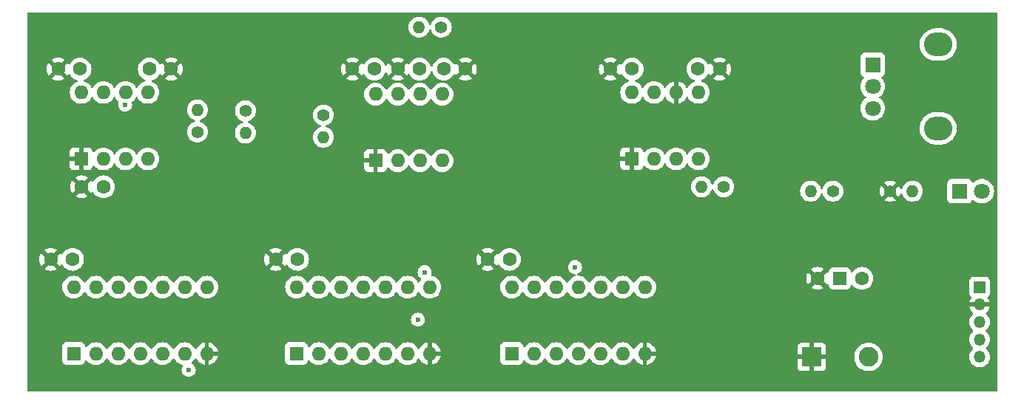
<source format=gbr>
%TF.GenerationSoftware,KiCad,Pcbnew,8.0.2*%
%TF.CreationDate,2024-05-25T18:25:13-04:00*%
%TF.ProjectId,8bc_clock,3862635f-636c-46f6-936b-2e6b69636164,3.0*%
%TF.SameCoordinates,Original*%
%TF.FileFunction,Copper,L3,Inr*%
%TF.FilePolarity,Positive*%
%FSLAX46Y46*%
G04 Gerber Fmt 4.6, Leading zero omitted, Abs format (unit mm)*
G04 Created by KiCad (PCBNEW 8.0.2) date 2024-05-25 18:25:13*
%MOMM*%
%LPD*%
G01*
G04 APERTURE LIST*
%TA.AperFunction,ComponentPad*%
%ADD10C,1.400000*%
%TD*%
%TA.AperFunction,ComponentPad*%
%ADD11O,1.400000X1.400000*%
%TD*%
%TA.AperFunction,ComponentPad*%
%ADD12R,1.600000X1.600000*%
%TD*%
%TA.AperFunction,ComponentPad*%
%ADD13O,1.600000X1.600000*%
%TD*%
%TA.AperFunction,ComponentPad*%
%ADD14O,3.240000X2.720000*%
%TD*%
%TA.AperFunction,ComponentPad*%
%ADD15R,1.800000X1.800000*%
%TD*%
%TA.AperFunction,ComponentPad*%
%ADD16C,1.800000*%
%TD*%
%TA.AperFunction,ComponentPad*%
%ADD17C,1.600000*%
%TD*%
%TA.AperFunction,ComponentPad*%
%ADD18R,1.350000X1.350000*%
%TD*%
%TA.AperFunction,ComponentPad*%
%ADD19O,1.350000X1.350000*%
%TD*%
%TA.AperFunction,ComponentPad*%
%ADD20R,2.250000X2.250000*%
%TD*%
%TA.AperFunction,ComponentPad*%
%ADD21C,2.250000*%
%TD*%
%TA.AperFunction,ComponentPad*%
%ADD22R,1.500000X1.500000*%
%TD*%
%TA.AperFunction,ViaPad*%
%ADD23C,0.600000*%
%TD*%
G04 APERTURE END LIST*
D10*
%TO.N,VCC*%
%TO.C,R6*%
X247720000Y-46500000D03*
D11*
%TO.N,Net-(SW2-A)*%
X245180000Y-46500000D03*
%TD*%
D12*
%TO.N,Net-(U4A-1Y)*%
%TO.C,U6*%
X210960000Y-65120000D03*
D13*
%TO.N,Net-(U4B-2Y)*%
X213500000Y-65120000D03*
%TO.N,Net-(U4C-3A)*%
X216040000Y-65120000D03*
%TO.N,unconnected-(U6B-2A-Pad4)*%
X218580000Y-65120000D03*
%TO.N,unconnected-(U6B-2B-Pad5)*%
X221120000Y-65120000D03*
%TO.N,unconnected-(U6B-2Y-Pad6)*%
X223660000Y-65120000D03*
%TO.N,GND*%
X226200000Y-65120000D03*
%TO.N,unconnected-(U6C-3Y-Pad8)*%
X226200000Y-57500000D03*
%TO.N,unconnected-(U6C-3A-Pad9)*%
X223660000Y-57500000D03*
%TO.N,unconnected-(U6C-3B-Pad10)*%
X221120000Y-57500000D03*
%TO.N,unconnected-(U6D-4Y-Pad11)*%
X218580000Y-57500000D03*
%TO.N,unconnected-(U6D-4A-Pad12)*%
X216040000Y-57500000D03*
%TO.N,unconnected-(U6D-4B-Pad13)*%
X213500000Y-57500000D03*
%TO.N,VCC*%
X210960000Y-57500000D03*
%TD*%
D14*
%TO.N,*%
%TO.C,RV1*%
X259775000Y-29700000D03*
X259775000Y-39300000D03*
D15*
%TO.N,Net-(U1-THR)*%
X252275000Y-32000000D03*
D16*
%TO.N,Net-(R2-Pad2)*%
X252275000Y-34500000D03*
%TO.N,unconnected-(RV1-Pad3)*%
X252275000Y-37000000D03*
%TD*%
D15*
%TO.N,Net-(D1-K)*%
%TO.C,D1*%
X262225000Y-46500000D03*
D16*
%TO.N,/CLK*%
X264765000Y-46500000D03*
%TD*%
D12*
%TO.N,GND*%
%TO.C,U3*%
X224700000Y-42800000D03*
D13*
%TO.N,Net-(SW2-A)*%
X227240000Y-42800000D03*
%TO.N,Net-(U3-Q)*%
X229780000Y-42800000D03*
%TO.N,Net-(SW2-C)*%
X232320000Y-42800000D03*
%TO.N,Net-(U3-CV)*%
X232320000Y-35180000D03*
%TO.N,GND*%
X229780000Y-35180000D03*
%TO.N,unconnected-(U3-DIS-Pad7)*%
X227240000Y-35180000D03*
%TO.N,VCC*%
X224700000Y-35180000D03*
%TD*%
D17*
%TO.N,GND*%
%TO.C,C1*%
X159070000Y-32500000D03*
%TO.N,VCC*%
X161570000Y-32500000D03*
%TD*%
%TO.N,GND*%
%TO.C,C6*%
X208210000Y-54320000D03*
%TO.N,VCC*%
X210710000Y-54320000D03*
%TD*%
D10*
%TO.N,VCC*%
%TO.C,R5*%
X235220000Y-46000000D03*
D11*
%TO.N,Net-(SW2-C)*%
X232680000Y-46000000D03*
%TD*%
D10*
%TO.N,VCC*%
%TO.C,R1*%
X175000000Y-39720000D03*
D11*
%TO.N,Net-(U1-DIS)*%
X175000000Y-37180000D03*
%TD*%
D10*
%TO.N,VCC*%
%TO.C,R3*%
X189420000Y-37780000D03*
D11*
%TO.N,Net-(U2-TR)*%
X189420000Y-40320000D03*
%TD*%
D17*
%TO.N,GND*%
%TO.C,C2*%
X192750000Y-32500000D03*
%TO.N,VCC*%
X195250000Y-32500000D03*
%TD*%
%TO.N,Net-(U1-CV)*%
%TO.C,C7*%
X169500000Y-32500000D03*
%TO.N,GND*%
X172000000Y-32500000D03*
%TD*%
%TO.N,GND*%
%TO.C,C4*%
X158210000Y-54320000D03*
%TO.N,VCC*%
X160710000Y-54320000D03*
%TD*%
%TO.N,Net-(U2-DIS)*%
%TO.C,C10*%
X200420000Y-32500000D03*
%TO.N,GND*%
X197920000Y-32500000D03*
%TD*%
D10*
%TO.N,VCC*%
%TO.C,R4*%
X202900000Y-27700000D03*
D11*
%TO.N,Net-(U2-DIS)*%
X200360000Y-27700000D03*
%TD*%
D18*
%TO.N,VCC*%
%TO.C,J1*%
X264500000Y-57500000D03*
D19*
%TO.N,GND*%
X264500000Y-59500000D03*
%TO.N,/CLK*%
X264500000Y-61500000D03*
%TO.N,/~{CLK}*%
X264500000Y-63500000D03*
%TO.N,/HLT*%
X264500000Y-65500000D03*
%TD*%
D20*
%TO.N,GND*%
%TO.C,SW1*%
X245290000Y-65500000D03*
D21*
%TO.N,Net-(U2-TR)*%
X251790000Y-65500000D03*
%TD*%
D17*
%TO.N,GND*%
%TO.C,C3*%
X222250000Y-32500000D03*
%TO.N,VCC*%
X224750000Y-32500000D03*
%TD*%
D12*
%TO.N,Net-(U3-Q)*%
%TO.C,U5*%
X186335000Y-65120000D03*
D13*
%TO.N,Net-(U4B-2A)*%
X188875000Y-65120000D03*
%TO.N,unconnected-(U5B-2A-Pad3)*%
X191415000Y-65120000D03*
%TO.N,unconnected-(U5B-2Y-Pad4)*%
X193955000Y-65120000D03*
%TO.N,unconnected-(U5C-3A-Pad5)*%
X196495000Y-65120000D03*
%TO.N,unconnected-(U5C-3Y-Pad6)*%
X199035000Y-65120000D03*
%TO.N,GND*%
X201575000Y-65120000D03*
%TO.N,Net-(U4C-3B)*%
X201575000Y-57500000D03*
%TO.N,/HLT*%
X199035000Y-57500000D03*
%TO.N,unconnected-(U5E-5Y-Pad10)*%
X196495000Y-57500000D03*
%TO.N,unconnected-(U5E-5A-Pad11)*%
X193955000Y-57500000D03*
%TO.N,/~{CLK}*%
X191415000Y-57500000D03*
%TO.N,/CLK*%
X188875000Y-57500000D03*
%TO.N,VCC*%
X186335000Y-57500000D03*
%TD*%
D10*
%TO.N,Net-(U1-DIS)*%
%TO.C,R2*%
X180500000Y-37280000D03*
D11*
%TO.N,Net-(R2-Pad2)*%
X180500000Y-39820000D03*
%TD*%
D17*
%TO.N,GND*%
%TO.C,C5*%
X183960000Y-54320000D03*
%TO.N,VCC*%
X186460000Y-54320000D03*
%TD*%
D12*
%TO.N,GND*%
%TO.C,U1*%
X161700000Y-42800000D03*
D13*
%TO.N,Net-(U1-THR)*%
X164240000Y-42800000D03*
%TO.N,Net-(U1-Q)*%
X166780000Y-42800000D03*
%TO.N,VCC*%
X169320000Y-42800000D03*
%TO.N,Net-(U1-CV)*%
X169320000Y-35180000D03*
%TO.N,Net-(U1-THR)*%
X166780000Y-35180000D03*
%TO.N,Net-(U1-DIS)*%
X164240000Y-35180000D03*
%TO.N,VCC*%
X161700000Y-35180000D03*
%TD*%
D17*
%TO.N,Net-(U1-THR)*%
%TO.C,C8*%
X164250000Y-46000000D03*
%TO.N,GND*%
X161750000Y-46000000D03*
%TD*%
%TO.N,Net-(U2-CV)*%
%TO.C,C9*%
X203170000Y-32500000D03*
%TO.N,GND*%
X205670000Y-32500000D03*
%TD*%
%TO.N,Net-(U3-CV)*%
%TO.C,C11*%
X232250000Y-32500000D03*
%TO.N,GND*%
X234750000Y-32500000D03*
%TD*%
D22*
%TO.N,Net-(SW2-A)*%
%TO.C,SW2*%
X248500000Y-56500000D03*
D17*
%TO.N,GND*%
X245960000Y-56500000D03*
%TO.N,Net-(SW2-C)*%
X251040000Y-56500000D03*
%TD*%
D12*
%TO.N,GND*%
%TO.C,U2*%
X195380000Y-43000000D03*
D13*
%TO.N,Net-(U2-TR)*%
X197920000Y-43000000D03*
%TO.N,Net-(U2-Q)*%
X200460000Y-43000000D03*
%TO.N,VCC*%
X203000000Y-43000000D03*
%TO.N,Net-(U2-CV)*%
X203000000Y-35380000D03*
%TO.N,Net-(U2-DIS)*%
X200460000Y-35380000D03*
X197920000Y-35380000D03*
%TO.N,VCC*%
X195380000Y-35380000D03*
%TD*%
D10*
%TO.N,GND*%
%TO.C,R7*%
X254280000Y-46500000D03*
D11*
%TO.N,Net-(D1-K)*%
X256820000Y-46500000D03*
%TD*%
D12*
%TO.N,Net-(U1-Q)*%
%TO.C,U4*%
X160835000Y-65120000D03*
D13*
%TO.N,Net-(U3-Q)*%
X163375000Y-65120000D03*
%TO.N,Net-(U4A-1Y)*%
X165915000Y-65120000D03*
%TO.N,Net-(U4B-2A)*%
X168455000Y-65120000D03*
%TO.N,Net-(U2-Q)*%
X170995000Y-65120000D03*
%TO.N,Net-(U4B-2Y)*%
X173535000Y-65120000D03*
%TO.N,GND*%
X176075000Y-65120000D03*
%TO.N,/CLK*%
X176075000Y-57500000D03*
%TO.N,Net-(U4C-3A)*%
X173535000Y-57500000D03*
%TO.N,Net-(U4C-3B)*%
X170995000Y-57500000D03*
%TO.N,unconnected-(U4D-4Y-Pad11)*%
X168455000Y-57500000D03*
%TO.N,unconnected-(U4D-4A-Pad12)*%
X165915000Y-57500000D03*
%TO.N,unconnected-(U4D-4B-Pad13)*%
X163375000Y-57500000D03*
%TO.N,VCC*%
X160835000Y-57500000D03*
%TD*%
D23*
%TO.N,Net-(U1-THR)*%
X166733316Y-36580000D03*
%TO.N,/CLK*%
X218214265Y-55214265D03*
%TO.N,/~{CLK}*%
X200239583Y-61239581D03*
%TO.N,Net-(U4B-2Y)*%
X174000000Y-67000000D03*
%TO.N,Net-(U4C-3B)*%
X201000000Y-55800000D03*
%TD*%
%TA.AperFunction,Conductor*%
%TO.N,GND*%
G36*
X266442539Y-26020185D02*
G01*
X266488294Y-26072989D01*
X266499500Y-26124500D01*
X266499500Y-69375500D01*
X266479815Y-69442539D01*
X266427011Y-69488294D01*
X266375500Y-69499500D01*
X155624500Y-69499500D01*
X155557461Y-69479815D01*
X155511706Y-69427011D01*
X155500500Y-69375500D01*
X155500500Y-64272135D01*
X159534500Y-64272135D01*
X159534500Y-65967870D01*
X159534501Y-65967876D01*
X159540908Y-66027483D01*
X159591202Y-66162328D01*
X159591206Y-66162335D01*
X159677452Y-66277544D01*
X159677455Y-66277547D01*
X159792664Y-66363793D01*
X159792671Y-66363797D01*
X159927517Y-66414091D01*
X159927516Y-66414091D01*
X159934444Y-66414835D01*
X159987127Y-66420500D01*
X161682872Y-66420499D01*
X161742483Y-66414091D01*
X161877331Y-66363796D01*
X161992546Y-66277546D01*
X162078796Y-66162331D01*
X162129091Y-66027483D01*
X162132862Y-65992401D01*
X162159599Y-65927855D01*
X162216990Y-65888006D01*
X162286816Y-65885511D01*
X162346905Y-65921163D01*
X162357726Y-65934536D01*
X162374956Y-65959143D01*
X162535858Y-66120045D01*
X162535861Y-66120047D01*
X162722266Y-66250568D01*
X162928504Y-66346739D01*
X163148308Y-66405635D01*
X163310230Y-66419801D01*
X163374998Y-66425468D01*
X163375000Y-66425468D01*
X163375002Y-66425468D01*
X163431807Y-66420498D01*
X163601692Y-66405635D01*
X163821496Y-66346739D01*
X164027734Y-66250568D01*
X164214139Y-66120047D01*
X164375047Y-65959139D01*
X164505568Y-65772734D01*
X164532618Y-65714724D01*
X164578790Y-65662285D01*
X164645983Y-65643133D01*
X164712865Y-65663348D01*
X164757381Y-65714724D01*
X164758407Y-65716923D01*
X164784429Y-65772728D01*
X164784432Y-65772734D01*
X164914954Y-65959141D01*
X165075858Y-66120045D01*
X165075861Y-66120047D01*
X165262266Y-66250568D01*
X165468504Y-66346739D01*
X165688308Y-66405635D01*
X165850230Y-66419801D01*
X165914998Y-66425468D01*
X165915000Y-66425468D01*
X165915002Y-66425468D01*
X165971807Y-66420498D01*
X166141692Y-66405635D01*
X166361496Y-66346739D01*
X166567734Y-66250568D01*
X166754139Y-66120047D01*
X166915047Y-65959139D01*
X167045568Y-65772734D01*
X167072618Y-65714724D01*
X167118790Y-65662285D01*
X167185983Y-65643133D01*
X167252865Y-65663348D01*
X167297381Y-65714724D01*
X167298407Y-65716923D01*
X167324429Y-65772728D01*
X167324432Y-65772734D01*
X167454954Y-65959141D01*
X167615858Y-66120045D01*
X167615861Y-66120047D01*
X167802266Y-66250568D01*
X168008504Y-66346739D01*
X168228308Y-66405635D01*
X168390230Y-66419801D01*
X168454998Y-66425468D01*
X168455000Y-66425468D01*
X168455002Y-66425468D01*
X168511807Y-66420498D01*
X168681692Y-66405635D01*
X168901496Y-66346739D01*
X169107734Y-66250568D01*
X169294139Y-66120047D01*
X169455047Y-65959139D01*
X169585568Y-65772734D01*
X169612618Y-65714724D01*
X169658790Y-65662285D01*
X169725983Y-65643133D01*
X169792865Y-65663348D01*
X169837381Y-65714724D01*
X169838407Y-65716923D01*
X169864429Y-65772728D01*
X169864432Y-65772734D01*
X169994954Y-65959141D01*
X170155858Y-66120045D01*
X170155861Y-66120047D01*
X170342266Y-66250568D01*
X170548504Y-66346739D01*
X170768308Y-66405635D01*
X170930230Y-66419801D01*
X170994998Y-66425468D01*
X170995000Y-66425468D01*
X170995002Y-66425468D01*
X171051807Y-66420498D01*
X171221692Y-66405635D01*
X171441496Y-66346739D01*
X171647734Y-66250568D01*
X171834139Y-66120047D01*
X171995047Y-65959139D01*
X172125568Y-65772734D01*
X172152618Y-65714724D01*
X172198790Y-65662285D01*
X172265983Y-65643133D01*
X172332865Y-65663348D01*
X172377381Y-65714724D01*
X172378407Y-65716923D01*
X172404429Y-65772728D01*
X172404432Y-65772734D01*
X172534954Y-65959141D01*
X172695858Y-66120045D01*
X172695861Y-66120047D01*
X172882266Y-66250568D01*
X173088504Y-66346739D01*
X173248510Y-66389612D01*
X173308171Y-66425977D01*
X173338700Y-66488823D01*
X173330406Y-66558199D01*
X173321411Y-66575359D01*
X173274211Y-66650476D01*
X173214631Y-66820745D01*
X173214630Y-66820750D01*
X173194435Y-66999996D01*
X173194435Y-67000003D01*
X173214630Y-67179249D01*
X173214631Y-67179254D01*
X173274211Y-67349523D01*
X173370184Y-67502262D01*
X173497738Y-67629816D01*
X173650478Y-67725789D01*
X173820745Y-67785368D01*
X173820750Y-67785369D01*
X173999996Y-67805565D01*
X174000000Y-67805565D01*
X174000004Y-67805565D01*
X174179249Y-67785369D01*
X174179252Y-67785368D01*
X174179255Y-67785368D01*
X174349522Y-67725789D01*
X174502262Y-67629816D01*
X174629816Y-67502262D01*
X174725789Y-67349522D01*
X174785368Y-67179255D01*
X174785369Y-67179249D01*
X174805565Y-67000003D01*
X174805565Y-66999996D01*
X174785369Y-66820750D01*
X174785368Y-66820745D01*
X174754445Y-66732372D01*
X174725789Y-66650478D01*
X174629816Y-66497738D01*
X174502262Y-66370184D01*
X174401621Y-66306947D01*
X174355331Y-66254613D01*
X174344683Y-66185560D01*
X174373058Y-66121711D01*
X174379901Y-66114284D01*
X174535047Y-65959139D01*
X174665568Y-65772734D01*
X174692895Y-65714129D01*
X174739064Y-65661695D01*
X174806257Y-65642542D01*
X174873139Y-65662757D01*
X174917657Y-65714133D01*
X174944865Y-65772482D01*
X175075342Y-65958820D01*
X175236179Y-66119657D01*
X175422517Y-66250134D01*
X175628673Y-66346265D01*
X175628682Y-66346269D01*
X175824999Y-66398872D01*
X175825000Y-66398871D01*
X175825000Y-65435686D01*
X175829394Y-65440080D01*
X175920606Y-65492741D01*
X176022339Y-65520000D01*
X176127661Y-65520000D01*
X176229394Y-65492741D01*
X176320606Y-65440080D01*
X176325000Y-65435686D01*
X176325000Y-66398872D01*
X176521317Y-66346269D01*
X176521326Y-66346265D01*
X176727482Y-66250134D01*
X176913820Y-66119657D01*
X177074657Y-65958820D01*
X177205134Y-65772482D01*
X177301265Y-65566326D01*
X177301269Y-65566317D01*
X177353872Y-65370000D01*
X176390686Y-65370000D01*
X176395080Y-65365606D01*
X176447741Y-65274394D01*
X176475000Y-65172661D01*
X176475000Y-65067339D01*
X176447741Y-64965606D01*
X176395080Y-64874394D01*
X176390686Y-64870000D01*
X177353872Y-64870000D01*
X177353872Y-64869999D01*
X177301269Y-64673682D01*
X177301265Y-64673673D01*
X177205134Y-64467517D01*
X177074657Y-64281179D01*
X177065613Y-64272135D01*
X185034500Y-64272135D01*
X185034500Y-65967870D01*
X185034501Y-65967876D01*
X185040908Y-66027483D01*
X185091202Y-66162328D01*
X185091206Y-66162335D01*
X185177452Y-66277544D01*
X185177455Y-66277547D01*
X185292664Y-66363793D01*
X185292671Y-66363797D01*
X185427517Y-66414091D01*
X185427516Y-66414091D01*
X185434444Y-66414835D01*
X185487127Y-66420500D01*
X187182872Y-66420499D01*
X187242483Y-66414091D01*
X187377331Y-66363796D01*
X187492546Y-66277546D01*
X187578796Y-66162331D01*
X187629091Y-66027483D01*
X187632862Y-65992401D01*
X187659599Y-65927855D01*
X187716990Y-65888006D01*
X187786816Y-65885511D01*
X187846905Y-65921163D01*
X187857726Y-65934536D01*
X187874956Y-65959143D01*
X188035858Y-66120045D01*
X188035861Y-66120047D01*
X188222266Y-66250568D01*
X188428504Y-66346739D01*
X188648308Y-66405635D01*
X188810230Y-66419801D01*
X188874998Y-66425468D01*
X188875000Y-66425468D01*
X188875002Y-66425468D01*
X188931807Y-66420498D01*
X189101692Y-66405635D01*
X189321496Y-66346739D01*
X189527734Y-66250568D01*
X189714139Y-66120047D01*
X189875047Y-65959139D01*
X190005568Y-65772734D01*
X190032618Y-65714724D01*
X190078790Y-65662285D01*
X190145983Y-65643133D01*
X190212865Y-65663348D01*
X190257381Y-65714724D01*
X190258407Y-65716923D01*
X190284429Y-65772728D01*
X190284432Y-65772734D01*
X190414954Y-65959141D01*
X190575858Y-66120045D01*
X190575861Y-66120047D01*
X190762266Y-66250568D01*
X190968504Y-66346739D01*
X191188308Y-66405635D01*
X191350230Y-66419801D01*
X191414998Y-66425468D01*
X191415000Y-66425468D01*
X191415002Y-66425468D01*
X191471807Y-66420498D01*
X191641692Y-66405635D01*
X191861496Y-66346739D01*
X192067734Y-66250568D01*
X192254139Y-66120047D01*
X192415047Y-65959139D01*
X192545568Y-65772734D01*
X192572618Y-65714724D01*
X192618790Y-65662285D01*
X192685983Y-65643133D01*
X192752865Y-65663348D01*
X192797381Y-65714724D01*
X192798407Y-65716923D01*
X192824429Y-65772728D01*
X192824432Y-65772734D01*
X192954954Y-65959141D01*
X193115858Y-66120045D01*
X193115861Y-66120047D01*
X193302266Y-66250568D01*
X193508504Y-66346739D01*
X193728308Y-66405635D01*
X193890230Y-66419801D01*
X193954998Y-66425468D01*
X193955000Y-66425468D01*
X193955002Y-66425468D01*
X194011807Y-66420498D01*
X194181692Y-66405635D01*
X194401496Y-66346739D01*
X194607734Y-66250568D01*
X194794139Y-66120047D01*
X194955047Y-65959139D01*
X195085568Y-65772734D01*
X195112618Y-65714724D01*
X195158790Y-65662285D01*
X195225983Y-65643133D01*
X195292865Y-65663348D01*
X195337381Y-65714724D01*
X195338407Y-65716923D01*
X195364429Y-65772728D01*
X195364432Y-65772734D01*
X195494954Y-65959141D01*
X195655858Y-66120045D01*
X195655861Y-66120047D01*
X195842266Y-66250568D01*
X196048504Y-66346739D01*
X196268308Y-66405635D01*
X196430230Y-66419801D01*
X196494998Y-66425468D01*
X196495000Y-66425468D01*
X196495002Y-66425468D01*
X196551807Y-66420498D01*
X196721692Y-66405635D01*
X196941496Y-66346739D01*
X197147734Y-66250568D01*
X197334139Y-66120047D01*
X197495047Y-65959139D01*
X197625568Y-65772734D01*
X197652618Y-65714724D01*
X197698790Y-65662285D01*
X197765983Y-65643133D01*
X197832865Y-65663348D01*
X197877381Y-65714724D01*
X197878407Y-65716923D01*
X197904429Y-65772728D01*
X197904432Y-65772734D01*
X198034954Y-65959141D01*
X198195858Y-66120045D01*
X198195861Y-66120047D01*
X198382266Y-66250568D01*
X198588504Y-66346739D01*
X198808308Y-66405635D01*
X198970230Y-66419801D01*
X199034998Y-66425468D01*
X199035000Y-66425468D01*
X199035002Y-66425468D01*
X199091807Y-66420498D01*
X199261692Y-66405635D01*
X199481496Y-66346739D01*
X199687734Y-66250568D01*
X199874139Y-66120047D01*
X200035047Y-65959139D01*
X200165568Y-65772734D01*
X200192895Y-65714129D01*
X200239064Y-65661695D01*
X200306257Y-65642542D01*
X200373139Y-65662757D01*
X200417657Y-65714133D01*
X200444865Y-65772482D01*
X200575342Y-65958820D01*
X200736179Y-66119657D01*
X200922517Y-66250134D01*
X201128673Y-66346265D01*
X201128682Y-66346269D01*
X201324999Y-66398872D01*
X201325000Y-66398871D01*
X201325000Y-65435686D01*
X201329394Y-65440080D01*
X201420606Y-65492741D01*
X201522339Y-65520000D01*
X201627661Y-65520000D01*
X201729394Y-65492741D01*
X201820606Y-65440080D01*
X201825000Y-65435686D01*
X201825000Y-66398872D01*
X202021317Y-66346269D01*
X202021326Y-66346265D01*
X202227482Y-66250134D01*
X202413820Y-66119657D01*
X202574657Y-65958820D01*
X202705134Y-65772482D01*
X202801265Y-65566326D01*
X202801269Y-65566317D01*
X202853872Y-65370000D01*
X201890686Y-65370000D01*
X201895080Y-65365606D01*
X201947741Y-65274394D01*
X201975000Y-65172661D01*
X201975000Y-65067339D01*
X201947741Y-64965606D01*
X201895080Y-64874394D01*
X201890686Y-64870000D01*
X202853872Y-64870000D01*
X202853872Y-64869999D01*
X202801269Y-64673682D01*
X202801265Y-64673673D01*
X202705134Y-64467517D01*
X202574657Y-64281179D01*
X202565613Y-64272135D01*
X209659500Y-64272135D01*
X209659500Y-65967870D01*
X209659501Y-65967876D01*
X209665908Y-66027483D01*
X209716202Y-66162328D01*
X209716206Y-66162335D01*
X209802452Y-66277544D01*
X209802455Y-66277547D01*
X209917664Y-66363793D01*
X209917671Y-66363797D01*
X210052517Y-66414091D01*
X210052516Y-66414091D01*
X210059444Y-66414835D01*
X210112127Y-66420500D01*
X211807872Y-66420499D01*
X211867483Y-66414091D01*
X212002331Y-66363796D01*
X212117546Y-66277546D01*
X212203796Y-66162331D01*
X212254091Y-66027483D01*
X212257862Y-65992401D01*
X212284599Y-65927855D01*
X212341990Y-65888006D01*
X212411816Y-65885511D01*
X212471905Y-65921163D01*
X212482726Y-65934536D01*
X212499956Y-65959143D01*
X212660858Y-66120045D01*
X212660861Y-66120047D01*
X212847266Y-66250568D01*
X213053504Y-66346739D01*
X213273308Y-66405635D01*
X213435230Y-66419801D01*
X213499998Y-66425468D01*
X213500000Y-66425468D01*
X213500002Y-66425468D01*
X213556807Y-66420498D01*
X213726692Y-66405635D01*
X213946496Y-66346739D01*
X214152734Y-66250568D01*
X214339139Y-66120047D01*
X214500047Y-65959139D01*
X214630568Y-65772734D01*
X214657618Y-65714724D01*
X214703790Y-65662285D01*
X214770983Y-65643133D01*
X214837865Y-65663348D01*
X214882381Y-65714724D01*
X214883407Y-65716923D01*
X214909429Y-65772728D01*
X214909432Y-65772734D01*
X215039954Y-65959141D01*
X215200858Y-66120045D01*
X215200861Y-66120047D01*
X215387266Y-66250568D01*
X215593504Y-66346739D01*
X215813308Y-66405635D01*
X215975230Y-66419801D01*
X216039998Y-66425468D01*
X216040000Y-66425468D01*
X216040002Y-66425468D01*
X216096807Y-66420498D01*
X216266692Y-66405635D01*
X216486496Y-66346739D01*
X216692734Y-66250568D01*
X216879139Y-66120047D01*
X217040047Y-65959139D01*
X217170568Y-65772734D01*
X217197618Y-65714724D01*
X217243790Y-65662285D01*
X217310983Y-65643133D01*
X217377865Y-65663348D01*
X217422381Y-65714724D01*
X217423407Y-65716923D01*
X217449429Y-65772728D01*
X217449432Y-65772734D01*
X217579954Y-65959141D01*
X217740858Y-66120045D01*
X217740861Y-66120047D01*
X217927266Y-66250568D01*
X218133504Y-66346739D01*
X218353308Y-66405635D01*
X218515230Y-66419801D01*
X218579998Y-66425468D01*
X218580000Y-66425468D01*
X218580002Y-66425468D01*
X218636807Y-66420498D01*
X218806692Y-66405635D01*
X219026496Y-66346739D01*
X219232734Y-66250568D01*
X219419139Y-66120047D01*
X219580047Y-65959139D01*
X219710568Y-65772734D01*
X219737618Y-65714724D01*
X219783790Y-65662285D01*
X219850983Y-65643133D01*
X219917865Y-65663348D01*
X219962381Y-65714724D01*
X219963407Y-65716923D01*
X219989429Y-65772728D01*
X219989432Y-65772734D01*
X220119954Y-65959141D01*
X220280858Y-66120045D01*
X220280861Y-66120047D01*
X220467266Y-66250568D01*
X220673504Y-66346739D01*
X220893308Y-66405635D01*
X221055230Y-66419801D01*
X221119998Y-66425468D01*
X221120000Y-66425468D01*
X221120002Y-66425468D01*
X221176807Y-66420498D01*
X221346692Y-66405635D01*
X221566496Y-66346739D01*
X221772734Y-66250568D01*
X221959139Y-66120047D01*
X222120047Y-65959139D01*
X222250568Y-65772734D01*
X222277618Y-65714724D01*
X222323790Y-65662285D01*
X222390983Y-65643133D01*
X222457865Y-65663348D01*
X222502381Y-65714724D01*
X222503407Y-65716923D01*
X222529429Y-65772728D01*
X222529432Y-65772734D01*
X222659954Y-65959141D01*
X222820858Y-66120045D01*
X222820861Y-66120047D01*
X223007266Y-66250568D01*
X223213504Y-66346739D01*
X223433308Y-66405635D01*
X223595230Y-66419801D01*
X223659998Y-66425468D01*
X223660000Y-66425468D01*
X223660002Y-66425468D01*
X223716807Y-66420498D01*
X223886692Y-66405635D01*
X224106496Y-66346739D01*
X224312734Y-66250568D01*
X224499139Y-66120047D01*
X224660047Y-65959139D01*
X224790568Y-65772734D01*
X224817895Y-65714129D01*
X224864064Y-65661695D01*
X224931257Y-65642542D01*
X224998139Y-65662757D01*
X225042657Y-65714133D01*
X225069865Y-65772482D01*
X225200342Y-65958820D01*
X225361179Y-66119657D01*
X225547517Y-66250134D01*
X225753673Y-66346265D01*
X225753682Y-66346269D01*
X225949999Y-66398872D01*
X225950000Y-66398871D01*
X225950000Y-65435686D01*
X225954394Y-65440080D01*
X226045606Y-65492741D01*
X226147339Y-65520000D01*
X226252661Y-65520000D01*
X226354394Y-65492741D01*
X226445606Y-65440080D01*
X226450000Y-65435686D01*
X226450000Y-66398872D01*
X226646317Y-66346269D01*
X226646326Y-66346265D01*
X226852482Y-66250134D01*
X227038820Y-66119657D01*
X227199657Y-65958820D01*
X227330134Y-65772482D01*
X227426265Y-65566326D01*
X227426269Y-65566317D01*
X227478872Y-65370000D01*
X226515686Y-65370000D01*
X226520080Y-65365606D01*
X226572741Y-65274394D01*
X226600000Y-65172661D01*
X226600000Y-65067339D01*
X226572741Y-64965606D01*
X226520080Y-64874394D01*
X226515686Y-64870000D01*
X227478872Y-64870000D01*
X227478872Y-64869999D01*
X227426269Y-64673682D01*
X227426265Y-64673673D01*
X227330134Y-64467517D01*
X227231850Y-64327155D01*
X243665000Y-64327155D01*
X243665000Y-65250000D01*
X244689999Y-65250000D01*
X244664979Y-65310402D01*
X244640000Y-65435981D01*
X244640000Y-65564019D01*
X244664979Y-65689598D01*
X244689999Y-65750000D01*
X243665000Y-65750000D01*
X243665000Y-66672844D01*
X243671401Y-66732372D01*
X243671403Y-66732379D01*
X243721645Y-66867086D01*
X243721649Y-66867093D01*
X243807809Y-66982187D01*
X243807812Y-66982190D01*
X243922906Y-67068350D01*
X243922913Y-67068354D01*
X244057620Y-67118596D01*
X244057627Y-67118598D01*
X244117155Y-67124999D01*
X244117172Y-67125000D01*
X245040000Y-67125000D01*
X245040000Y-66100001D01*
X245100402Y-66125021D01*
X245225981Y-66150000D01*
X245354019Y-66150000D01*
X245479598Y-66125021D01*
X245540000Y-66100001D01*
X245540000Y-67125000D01*
X246462828Y-67125000D01*
X246462844Y-67124999D01*
X246522372Y-67118598D01*
X246522379Y-67118596D01*
X246657086Y-67068354D01*
X246657093Y-67068350D01*
X246772187Y-66982190D01*
X246772190Y-66982187D01*
X246858350Y-66867093D01*
X246858354Y-66867086D01*
X246908596Y-66732379D01*
X246908598Y-66732372D01*
X246914999Y-66672844D01*
X246915000Y-66672827D01*
X246915000Y-65750000D01*
X245890001Y-65750000D01*
X245915021Y-65689598D01*
X245940000Y-65564019D01*
X245940000Y-65500000D01*
X250159474Y-65500000D01*
X250179547Y-65755064D01*
X250179547Y-65755067D01*
X250179548Y-65755070D01*
X250230638Y-65967872D01*
X250239279Y-66003864D01*
X250337188Y-66240239D01*
X250337190Y-66240242D01*
X250470875Y-66458396D01*
X250470878Y-66458401D01*
X250546200Y-66546591D01*
X250637044Y-66652956D01*
X250730037Y-66732379D01*
X250831598Y-66819121D01*
X250831603Y-66819124D01*
X251049757Y-66952809D01*
X251049760Y-66952811D01*
X251286135Y-67050720D01*
X251286140Y-67050722D01*
X251534930Y-67110452D01*
X251790000Y-67130526D01*
X252045070Y-67110452D01*
X252293860Y-67050722D01*
X252459311Y-66982190D01*
X252530239Y-66952811D01*
X252530240Y-66952810D01*
X252530243Y-66952809D01*
X252748399Y-66819123D01*
X252942956Y-66652956D01*
X253109123Y-66458399D01*
X253242809Y-66240243D01*
X253247639Y-66228584D01*
X253294988Y-66114272D01*
X253340722Y-66003860D01*
X253400452Y-65755070D01*
X253420526Y-65500000D01*
X253400452Y-65244930D01*
X253340722Y-64996140D01*
X253340296Y-64995112D01*
X253242811Y-64759760D01*
X253242809Y-64759757D01*
X253189953Y-64673504D01*
X253109123Y-64541601D01*
X253109122Y-64541600D01*
X253109121Y-64541598D01*
X252995326Y-64408362D01*
X252942956Y-64347044D01*
X252785444Y-64212516D01*
X252748401Y-64180878D01*
X252748396Y-64180875D01*
X252530242Y-64047190D01*
X252530239Y-64047188D01*
X252293864Y-63949279D01*
X252293860Y-63949278D01*
X252045070Y-63889548D01*
X252045067Y-63889547D01*
X252045064Y-63889547D01*
X251790000Y-63869474D01*
X251534935Y-63889547D01*
X251534931Y-63889547D01*
X251534930Y-63889548D01*
X251410535Y-63919413D01*
X251286135Y-63949279D01*
X251049760Y-64047188D01*
X251049757Y-64047190D01*
X250831603Y-64180875D01*
X250831598Y-64180878D01*
X250637044Y-64347044D01*
X250470878Y-64541598D01*
X250470875Y-64541603D01*
X250337190Y-64759757D01*
X250337188Y-64759760D01*
X250239279Y-64996135D01*
X250209541Y-65120000D01*
X250196899Y-65172661D01*
X250179547Y-65244935D01*
X250159474Y-65500000D01*
X245940000Y-65500000D01*
X245940000Y-65435981D01*
X245915021Y-65310402D01*
X245890001Y-65250000D01*
X246915000Y-65250000D01*
X246915000Y-64327172D01*
X246914999Y-64327155D01*
X246908598Y-64267627D01*
X246908596Y-64267620D01*
X246858354Y-64132913D01*
X246858350Y-64132906D01*
X246772190Y-64017812D01*
X246772187Y-64017809D01*
X246657093Y-63931649D01*
X246657086Y-63931645D01*
X246522379Y-63881403D01*
X246522372Y-63881401D01*
X246462844Y-63875000D01*
X245540000Y-63875000D01*
X245540000Y-64899998D01*
X245479598Y-64874979D01*
X245354019Y-64850000D01*
X245225981Y-64850000D01*
X245100402Y-64874979D01*
X245040000Y-64899998D01*
X245040000Y-63875000D01*
X244117155Y-63875000D01*
X244057627Y-63881401D01*
X244057620Y-63881403D01*
X243922913Y-63931645D01*
X243922906Y-63931649D01*
X243807812Y-64017809D01*
X243807809Y-64017812D01*
X243721649Y-64132906D01*
X243721645Y-64132913D01*
X243671403Y-64267620D01*
X243671401Y-64267627D01*
X243665000Y-64327155D01*
X227231850Y-64327155D01*
X227199657Y-64281179D01*
X227038820Y-64120342D01*
X226852482Y-63989865D01*
X226646328Y-63893734D01*
X226450000Y-63841127D01*
X226450000Y-64804314D01*
X226445606Y-64799920D01*
X226354394Y-64747259D01*
X226252661Y-64720000D01*
X226147339Y-64720000D01*
X226045606Y-64747259D01*
X225954394Y-64799920D01*
X225950000Y-64804314D01*
X225950000Y-63841127D01*
X225753671Y-63893734D01*
X225547517Y-63989865D01*
X225361179Y-64120342D01*
X225200342Y-64281179D01*
X225069867Y-64467515D01*
X225042657Y-64525867D01*
X224996484Y-64578306D01*
X224929290Y-64597457D01*
X224862409Y-64577241D01*
X224817893Y-64525865D01*
X224790944Y-64468074D01*
X224790568Y-64467266D01*
X224660047Y-64280861D01*
X224660045Y-64280858D01*
X224499141Y-64119954D01*
X224312734Y-63989432D01*
X224312732Y-63989431D01*
X224106497Y-63893261D01*
X224106488Y-63893258D01*
X223886697Y-63834366D01*
X223886693Y-63834365D01*
X223886692Y-63834365D01*
X223886691Y-63834364D01*
X223886686Y-63834364D01*
X223660002Y-63814532D01*
X223659998Y-63814532D01*
X223433313Y-63834364D01*
X223433302Y-63834366D01*
X223213511Y-63893258D01*
X223213502Y-63893261D01*
X223007267Y-63989431D01*
X223007265Y-63989432D01*
X222820858Y-64119954D01*
X222659954Y-64280858D01*
X222529432Y-64467265D01*
X222529431Y-64467267D01*
X222502382Y-64525275D01*
X222456209Y-64577714D01*
X222389016Y-64596866D01*
X222322135Y-64576650D01*
X222277618Y-64525275D01*
X222265832Y-64500000D01*
X222250568Y-64467266D01*
X222120047Y-64280861D01*
X222120045Y-64280858D01*
X221959141Y-64119954D01*
X221772734Y-63989432D01*
X221772732Y-63989431D01*
X221566497Y-63893261D01*
X221566488Y-63893258D01*
X221346697Y-63834366D01*
X221346693Y-63834365D01*
X221346692Y-63834365D01*
X221346691Y-63834364D01*
X221346686Y-63834364D01*
X221120002Y-63814532D01*
X221119998Y-63814532D01*
X220893313Y-63834364D01*
X220893302Y-63834366D01*
X220673511Y-63893258D01*
X220673502Y-63893261D01*
X220467267Y-63989431D01*
X220467265Y-63989432D01*
X220280858Y-64119954D01*
X220119954Y-64280858D01*
X219989432Y-64467265D01*
X219989431Y-64467267D01*
X219962382Y-64525275D01*
X219916209Y-64577714D01*
X219849016Y-64596866D01*
X219782135Y-64576650D01*
X219737618Y-64525275D01*
X219725832Y-64500000D01*
X219710568Y-64467266D01*
X219580047Y-64280861D01*
X219580045Y-64280858D01*
X219419141Y-64119954D01*
X219232734Y-63989432D01*
X219232732Y-63989431D01*
X219026497Y-63893261D01*
X219026488Y-63893258D01*
X218806697Y-63834366D01*
X218806693Y-63834365D01*
X218806692Y-63834365D01*
X218806691Y-63834364D01*
X218806686Y-63834364D01*
X218580002Y-63814532D01*
X218579998Y-63814532D01*
X218353313Y-63834364D01*
X218353302Y-63834366D01*
X218133511Y-63893258D01*
X218133502Y-63893261D01*
X217927267Y-63989431D01*
X217927265Y-63989432D01*
X217740858Y-64119954D01*
X217579954Y-64280858D01*
X217449432Y-64467265D01*
X217449431Y-64467267D01*
X217422382Y-64525275D01*
X217376209Y-64577714D01*
X217309016Y-64596866D01*
X217242135Y-64576650D01*
X217197618Y-64525275D01*
X217185832Y-64500000D01*
X217170568Y-64467266D01*
X217040047Y-64280861D01*
X217040045Y-64280858D01*
X216879141Y-64119954D01*
X216692734Y-63989432D01*
X216692732Y-63989431D01*
X216486497Y-63893261D01*
X216486488Y-63893258D01*
X216266697Y-63834366D01*
X216266693Y-63834365D01*
X216266692Y-63834365D01*
X216266691Y-63834364D01*
X216266686Y-63834364D01*
X216040002Y-63814532D01*
X216039998Y-63814532D01*
X215813313Y-63834364D01*
X215813302Y-63834366D01*
X215593511Y-63893258D01*
X215593502Y-63893261D01*
X215387267Y-63989431D01*
X215387265Y-63989432D01*
X215200858Y-64119954D01*
X215039954Y-64280858D01*
X214909432Y-64467265D01*
X214909431Y-64467267D01*
X214882382Y-64525275D01*
X214836209Y-64577714D01*
X214769016Y-64596866D01*
X214702135Y-64576650D01*
X214657618Y-64525275D01*
X214645832Y-64500000D01*
X214630568Y-64467266D01*
X214500047Y-64280861D01*
X214500045Y-64280858D01*
X214339141Y-64119954D01*
X214152734Y-63989432D01*
X214152732Y-63989431D01*
X213946497Y-63893261D01*
X213946488Y-63893258D01*
X213726697Y-63834366D01*
X213726693Y-63834365D01*
X213726692Y-63834365D01*
X213726691Y-63834364D01*
X213726686Y-63834364D01*
X213500002Y-63814532D01*
X213499998Y-63814532D01*
X213273313Y-63834364D01*
X213273302Y-63834366D01*
X213053511Y-63893258D01*
X213053502Y-63893261D01*
X212847267Y-63989431D01*
X212847265Y-63989432D01*
X212660858Y-64119954D01*
X212499954Y-64280858D01*
X212482725Y-64305464D01*
X212428147Y-64349088D01*
X212358648Y-64356280D01*
X212296294Y-64324757D01*
X212260882Y-64264526D01*
X212257861Y-64247591D01*
X212254091Y-64212516D01*
X212203797Y-64077671D01*
X212203793Y-64077664D01*
X212117547Y-63962455D01*
X212117544Y-63962452D01*
X212002335Y-63876206D01*
X212002328Y-63876202D01*
X211867482Y-63825908D01*
X211867483Y-63825908D01*
X211807883Y-63819501D01*
X211807881Y-63819500D01*
X211807873Y-63819500D01*
X211807864Y-63819500D01*
X210112129Y-63819500D01*
X210112123Y-63819501D01*
X210052516Y-63825908D01*
X209917671Y-63876202D01*
X209917664Y-63876206D01*
X209802455Y-63962452D01*
X209802452Y-63962455D01*
X209716206Y-64077664D01*
X209716202Y-64077671D01*
X209665908Y-64212517D01*
X209659501Y-64272116D01*
X209659500Y-64272135D01*
X202565613Y-64272135D01*
X202413820Y-64120342D01*
X202227482Y-63989865D01*
X202021328Y-63893734D01*
X201825000Y-63841127D01*
X201825000Y-64804314D01*
X201820606Y-64799920D01*
X201729394Y-64747259D01*
X201627661Y-64720000D01*
X201522339Y-64720000D01*
X201420606Y-64747259D01*
X201329394Y-64799920D01*
X201325000Y-64804314D01*
X201325000Y-63841127D01*
X201128671Y-63893734D01*
X200922517Y-63989865D01*
X200736179Y-64120342D01*
X200575342Y-64281179D01*
X200444867Y-64467515D01*
X200417657Y-64525867D01*
X200371484Y-64578306D01*
X200304290Y-64597457D01*
X200237409Y-64577241D01*
X200192893Y-64525865D01*
X200165944Y-64468074D01*
X200165568Y-64467266D01*
X200035047Y-64280861D01*
X200035045Y-64280858D01*
X199874141Y-64119954D01*
X199687734Y-63989432D01*
X199687732Y-63989431D01*
X199481497Y-63893261D01*
X199481488Y-63893258D01*
X199261697Y-63834366D01*
X199261693Y-63834365D01*
X199261692Y-63834365D01*
X199261691Y-63834364D01*
X199261686Y-63834364D01*
X199035002Y-63814532D01*
X199034998Y-63814532D01*
X198808313Y-63834364D01*
X198808302Y-63834366D01*
X198588511Y-63893258D01*
X198588502Y-63893261D01*
X198382267Y-63989431D01*
X198382265Y-63989432D01*
X198195858Y-64119954D01*
X198034954Y-64280858D01*
X197904432Y-64467265D01*
X197904431Y-64467267D01*
X197877382Y-64525275D01*
X197831209Y-64577714D01*
X197764016Y-64596866D01*
X197697135Y-64576650D01*
X197652618Y-64525275D01*
X197640832Y-64500000D01*
X197625568Y-64467266D01*
X197495047Y-64280861D01*
X197495045Y-64280858D01*
X197334141Y-64119954D01*
X197147734Y-63989432D01*
X197147732Y-63989431D01*
X196941497Y-63893261D01*
X196941488Y-63893258D01*
X196721697Y-63834366D01*
X196721693Y-63834365D01*
X196721692Y-63834365D01*
X196721691Y-63834364D01*
X196721686Y-63834364D01*
X196495002Y-63814532D01*
X196494998Y-63814532D01*
X196268313Y-63834364D01*
X196268302Y-63834366D01*
X196048511Y-63893258D01*
X196048502Y-63893261D01*
X195842267Y-63989431D01*
X195842265Y-63989432D01*
X195655858Y-64119954D01*
X195494954Y-64280858D01*
X195364432Y-64467265D01*
X195364431Y-64467267D01*
X195337382Y-64525275D01*
X195291209Y-64577714D01*
X195224016Y-64596866D01*
X195157135Y-64576650D01*
X195112618Y-64525275D01*
X195100832Y-64500000D01*
X195085568Y-64467266D01*
X194955047Y-64280861D01*
X194955045Y-64280858D01*
X194794141Y-64119954D01*
X194607734Y-63989432D01*
X194607732Y-63989431D01*
X194401497Y-63893261D01*
X194401488Y-63893258D01*
X194181697Y-63834366D01*
X194181693Y-63834365D01*
X194181692Y-63834365D01*
X194181691Y-63834364D01*
X194181686Y-63834364D01*
X193955002Y-63814532D01*
X193954998Y-63814532D01*
X193728313Y-63834364D01*
X193728302Y-63834366D01*
X193508511Y-63893258D01*
X193508502Y-63893261D01*
X193302267Y-63989431D01*
X193302265Y-63989432D01*
X193115858Y-64119954D01*
X192954954Y-64280858D01*
X192824432Y-64467265D01*
X192824431Y-64467267D01*
X192797382Y-64525275D01*
X192751209Y-64577714D01*
X192684016Y-64596866D01*
X192617135Y-64576650D01*
X192572618Y-64525275D01*
X192560832Y-64500000D01*
X192545568Y-64467266D01*
X192415047Y-64280861D01*
X192415045Y-64280858D01*
X192254141Y-64119954D01*
X192067734Y-63989432D01*
X192067732Y-63989431D01*
X191861497Y-63893261D01*
X191861488Y-63893258D01*
X191641697Y-63834366D01*
X191641693Y-63834365D01*
X191641692Y-63834365D01*
X191641691Y-63834364D01*
X191641686Y-63834364D01*
X191415002Y-63814532D01*
X191414998Y-63814532D01*
X191188313Y-63834364D01*
X191188302Y-63834366D01*
X190968511Y-63893258D01*
X190968502Y-63893261D01*
X190762267Y-63989431D01*
X190762265Y-63989432D01*
X190575858Y-64119954D01*
X190414954Y-64280858D01*
X190284432Y-64467265D01*
X190284431Y-64467267D01*
X190257382Y-64525275D01*
X190211209Y-64577714D01*
X190144016Y-64596866D01*
X190077135Y-64576650D01*
X190032618Y-64525275D01*
X190020832Y-64500000D01*
X190005568Y-64467266D01*
X189875047Y-64280861D01*
X189875045Y-64280858D01*
X189714141Y-64119954D01*
X189527734Y-63989432D01*
X189527732Y-63989431D01*
X189321497Y-63893261D01*
X189321488Y-63893258D01*
X189101697Y-63834366D01*
X189101693Y-63834365D01*
X189101692Y-63834365D01*
X189101691Y-63834364D01*
X189101686Y-63834364D01*
X188875002Y-63814532D01*
X188874998Y-63814532D01*
X188648313Y-63834364D01*
X188648302Y-63834366D01*
X188428511Y-63893258D01*
X188428502Y-63893261D01*
X188222267Y-63989431D01*
X188222265Y-63989432D01*
X188035858Y-64119954D01*
X187874954Y-64280858D01*
X187857725Y-64305464D01*
X187803147Y-64349088D01*
X187733648Y-64356280D01*
X187671294Y-64324757D01*
X187635882Y-64264526D01*
X187632861Y-64247591D01*
X187629091Y-64212516D01*
X187578797Y-64077671D01*
X187578793Y-64077664D01*
X187492547Y-63962455D01*
X187492544Y-63962452D01*
X187377335Y-63876206D01*
X187377328Y-63876202D01*
X187242482Y-63825908D01*
X187242483Y-63825908D01*
X187182883Y-63819501D01*
X187182881Y-63819500D01*
X187182873Y-63819500D01*
X187182864Y-63819500D01*
X185487129Y-63819500D01*
X185487123Y-63819501D01*
X185427516Y-63825908D01*
X185292671Y-63876202D01*
X185292664Y-63876206D01*
X185177455Y-63962452D01*
X185177452Y-63962455D01*
X185091206Y-64077664D01*
X185091202Y-64077671D01*
X185040908Y-64212517D01*
X185034501Y-64272116D01*
X185034500Y-64272135D01*
X177065613Y-64272135D01*
X176913820Y-64120342D01*
X176727482Y-63989865D01*
X176521328Y-63893734D01*
X176325000Y-63841127D01*
X176325000Y-64804314D01*
X176320606Y-64799920D01*
X176229394Y-64747259D01*
X176127661Y-64720000D01*
X176022339Y-64720000D01*
X175920606Y-64747259D01*
X175829394Y-64799920D01*
X175825000Y-64804314D01*
X175825000Y-63841127D01*
X175628671Y-63893734D01*
X175422517Y-63989865D01*
X175236179Y-64120342D01*
X175075342Y-64281179D01*
X174944867Y-64467515D01*
X174917657Y-64525867D01*
X174871484Y-64578306D01*
X174804290Y-64597457D01*
X174737409Y-64577241D01*
X174692893Y-64525865D01*
X174665944Y-64468074D01*
X174665568Y-64467266D01*
X174535047Y-64280861D01*
X174535045Y-64280858D01*
X174374141Y-64119954D01*
X174187734Y-63989432D01*
X174187732Y-63989431D01*
X173981497Y-63893261D01*
X173981488Y-63893258D01*
X173761697Y-63834366D01*
X173761693Y-63834365D01*
X173761692Y-63834365D01*
X173761691Y-63834364D01*
X173761686Y-63834364D01*
X173535002Y-63814532D01*
X173534998Y-63814532D01*
X173308313Y-63834364D01*
X173308302Y-63834366D01*
X173088511Y-63893258D01*
X173088502Y-63893261D01*
X172882267Y-63989431D01*
X172882265Y-63989432D01*
X172695858Y-64119954D01*
X172534954Y-64280858D01*
X172404432Y-64467265D01*
X172404431Y-64467267D01*
X172377382Y-64525275D01*
X172331209Y-64577714D01*
X172264016Y-64596866D01*
X172197135Y-64576650D01*
X172152618Y-64525275D01*
X172140832Y-64500000D01*
X172125568Y-64467266D01*
X171995047Y-64280861D01*
X171995045Y-64280858D01*
X171834141Y-64119954D01*
X171647734Y-63989432D01*
X171647732Y-63989431D01*
X171441497Y-63893261D01*
X171441488Y-63893258D01*
X171221697Y-63834366D01*
X171221693Y-63834365D01*
X171221692Y-63834365D01*
X171221691Y-63834364D01*
X171221686Y-63834364D01*
X170995002Y-63814532D01*
X170994998Y-63814532D01*
X170768313Y-63834364D01*
X170768302Y-63834366D01*
X170548511Y-63893258D01*
X170548502Y-63893261D01*
X170342267Y-63989431D01*
X170342265Y-63989432D01*
X170155858Y-64119954D01*
X169994954Y-64280858D01*
X169864432Y-64467265D01*
X169864431Y-64467267D01*
X169837382Y-64525275D01*
X169791209Y-64577714D01*
X169724016Y-64596866D01*
X169657135Y-64576650D01*
X169612618Y-64525275D01*
X169600832Y-64500000D01*
X169585568Y-64467266D01*
X169455047Y-64280861D01*
X169455045Y-64280858D01*
X169294141Y-64119954D01*
X169107734Y-63989432D01*
X169107732Y-63989431D01*
X168901497Y-63893261D01*
X168901488Y-63893258D01*
X168681697Y-63834366D01*
X168681693Y-63834365D01*
X168681692Y-63834365D01*
X168681691Y-63834364D01*
X168681686Y-63834364D01*
X168455002Y-63814532D01*
X168454998Y-63814532D01*
X168228313Y-63834364D01*
X168228302Y-63834366D01*
X168008511Y-63893258D01*
X168008502Y-63893261D01*
X167802267Y-63989431D01*
X167802265Y-63989432D01*
X167615858Y-64119954D01*
X167454954Y-64280858D01*
X167324432Y-64467265D01*
X167324431Y-64467267D01*
X167297382Y-64525275D01*
X167251209Y-64577714D01*
X167184016Y-64596866D01*
X167117135Y-64576650D01*
X167072618Y-64525275D01*
X167060832Y-64500000D01*
X167045568Y-64467266D01*
X166915047Y-64280861D01*
X166915045Y-64280858D01*
X166754141Y-64119954D01*
X166567734Y-63989432D01*
X166567732Y-63989431D01*
X166361497Y-63893261D01*
X166361488Y-63893258D01*
X166141697Y-63834366D01*
X166141693Y-63834365D01*
X166141692Y-63834365D01*
X166141691Y-63834364D01*
X166141686Y-63834364D01*
X165915002Y-63814532D01*
X165914998Y-63814532D01*
X165688313Y-63834364D01*
X165688302Y-63834366D01*
X165468511Y-63893258D01*
X165468502Y-63893261D01*
X165262267Y-63989431D01*
X165262265Y-63989432D01*
X165075858Y-64119954D01*
X164914954Y-64280858D01*
X164784432Y-64467265D01*
X164784431Y-64467267D01*
X164757382Y-64525275D01*
X164711209Y-64577714D01*
X164644016Y-64596866D01*
X164577135Y-64576650D01*
X164532618Y-64525275D01*
X164520832Y-64500000D01*
X164505568Y-64467266D01*
X164375047Y-64280861D01*
X164375045Y-64280858D01*
X164214141Y-64119954D01*
X164027734Y-63989432D01*
X164027732Y-63989431D01*
X163821497Y-63893261D01*
X163821488Y-63893258D01*
X163601697Y-63834366D01*
X163601693Y-63834365D01*
X163601692Y-63834365D01*
X163601691Y-63834364D01*
X163601686Y-63834364D01*
X163375002Y-63814532D01*
X163374998Y-63814532D01*
X163148313Y-63834364D01*
X163148302Y-63834366D01*
X162928511Y-63893258D01*
X162928502Y-63893261D01*
X162722267Y-63989431D01*
X162722265Y-63989432D01*
X162535858Y-64119954D01*
X162374954Y-64280858D01*
X162357725Y-64305464D01*
X162303147Y-64349088D01*
X162233648Y-64356280D01*
X162171294Y-64324757D01*
X162135882Y-64264526D01*
X162132861Y-64247591D01*
X162129091Y-64212516D01*
X162078797Y-64077671D01*
X162078793Y-64077664D01*
X161992547Y-63962455D01*
X161992544Y-63962452D01*
X161877335Y-63876206D01*
X161877328Y-63876202D01*
X161742482Y-63825908D01*
X161742483Y-63825908D01*
X161682883Y-63819501D01*
X161682881Y-63819500D01*
X161682873Y-63819500D01*
X161682864Y-63819500D01*
X159987129Y-63819500D01*
X159987123Y-63819501D01*
X159927516Y-63825908D01*
X159792671Y-63876202D01*
X159792664Y-63876206D01*
X159677455Y-63962452D01*
X159677452Y-63962455D01*
X159591206Y-64077664D01*
X159591202Y-64077671D01*
X159540908Y-64212517D01*
X159534501Y-64272116D01*
X159534500Y-64272135D01*
X155500500Y-64272135D01*
X155500500Y-61239577D01*
X199434018Y-61239577D01*
X199434018Y-61239584D01*
X199454213Y-61418830D01*
X199454214Y-61418835D01*
X199513794Y-61589104D01*
X199594109Y-61716923D01*
X199609767Y-61741843D01*
X199737321Y-61869397D01*
X199890061Y-61965370D01*
X200060328Y-62024949D01*
X200060333Y-62024950D01*
X200239579Y-62045146D01*
X200239583Y-62045146D01*
X200239587Y-62045146D01*
X200418832Y-62024950D01*
X200418835Y-62024949D01*
X200418838Y-62024949D01*
X200589105Y-61965370D01*
X200741845Y-61869397D01*
X200869399Y-61741843D01*
X200965372Y-61589103D01*
X200996551Y-61499999D01*
X263319464Y-61499999D01*
X263319464Y-61500000D01*
X263339564Y-61716918D01*
X263339564Y-61716920D01*
X263339565Y-61716923D01*
X263399183Y-61926459D01*
X263399184Y-61926462D01*
X263496288Y-62121472D01*
X263627574Y-62295324D01*
X263751572Y-62408363D01*
X263787854Y-62468074D01*
X263786093Y-62537922D01*
X263751572Y-62591637D01*
X263627574Y-62704675D01*
X263496288Y-62878527D01*
X263399184Y-63073537D01*
X263339564Y-63283081D01*
X263319464Y-63499999D01*
X263319464Y-63500000D01*
X263339564Y-63716918D01*
X263339564Y-63716920D01*
X263339565Y-63716923D01*
X263389872Y-63893734D01*
X263399184Y-63926462D01*
X263496288Y-64121472D01*
X263627574Y-64295324D01*
X263751572Y-64408363D01*
X263787854Y-64468074D01*
X263786093Y-64537922D01*
X263751572Y-64591637D01*
X263627574Y-64704675D01*
X263496288Y-64878527D01*
X263399184Y-65073537D01*
X263339564Y-65283081D01*
X263319464Y-65499999D01*
X263319464Y-65500000D01*
X263339564Y-65716918D01*
X263339564Y-65716920D01*
X263339565Y-65716923D01*
X263388242Y-65888006D01*
X263399184Y-65926462D01*
X263492703Y-66114272D01*
X263496288Y-66121472D01*
X263627573Y-66295322D01*
X263788568Y-66442088D01*
X263788575Y-66442092D01*
X263788576Y-66442093D01*
X263973786Y-66556770D01*
X263973792Y-66556773D01*
X263977473Y-66558199D01*
X264176931Y-66635470D01*
X264391074Y-66675500D01*
X264391076Y-66675500D01*
X264608924Y-66675500D01*
X264608926Y-66675500D01*
X264823069Y-66635470D01*
X265026210Y-66556772D01*
X265211432Y-66442088D01*
X265372427Y-66295322D01*
X265503712Y-66121472D01*
X265600817Y-65926459D01*
X265660435Y-65716923D01*
X265680536Y-65500000D01*
X265660435Y-65283077D01*
X265600817Y-65073541D01*
X265503712Y-64878528D01*
X265372427Y-64704678D01*
X265248423Y-64591634D01*
X265212145Y-64531927D01*
X265213905Y-64462079D01*
X265248423Y-64408365D01*
X265372427Y-64295322D01*
X265503712Y-64121472D01*
X265600817Y-63926459D01*
X265660435Y-63716923D01*
X265680536Y-63500000D01*
X265660435Y-63283077D01*
X265600817Y-63073541D01*
X265503712Y-62878528D01*
X265372427Y-62704678D01*
X265248423Y-62591634D01*
X265212145Y-62531927D01*
X265213905Y-62462079D01*
X265248423Y-62408365D01*
X265372427Y-62295322D01*
X265503712Y-62121472D01*
X265600817Y-61926459D01*
X265660435Y-61716923D01*
X265680536Y-61500000D01*
X265660435Y-61283077D01*
X265600817Y-61073541D01*
X265503712Y-60878528D01*
X265372427Y-60704678D01*
X265372425Y-60704675D01*
X265248055Y-60591298D01*
X265211773Y-60531587D01*
X265213534Y-60461740D01*
X265248056Y-60408023D01*
X265372054Y-60294985D01*
X265503284Y-60121208D01*
X265600348Y-59926280D01*
X265650505Y-59750000D01*
X264815686Y-59750000D01*
X264820080Y-59745606D01*
X264872741Y-59654394D01*
X264900000Y-59552661D01*
X264900000Y-59447339D01*
X264872741Y-59345606D01*
X264820080Y-59254394D01*
X264815686Y-59250000D01*
X265650505Y-59250000D01*
X265650505Y-59249999D01*
X265600348Y-59073719D01*
X265503284Y-58878791D01*
X265421852Y-58770957D01*
X265397160Y-58705595D01*
X265411725Y-58637261D01*
X265446493Y-58596965D01*
X265532546Y-58532546D01*
X265618796Y-58417331D01*
X265669091Y-58282483D01*
X265675500Y-58222873D01*
X265675499Y-56777128D01*
X265669091Y-56717517D01*
X265656034Y-56682510D01*
X265618797Y-56582671D01*
X265618793Y-56582664D01*
X265532547Y-56467455D01*
X265532544Y-56467452D01*
X265417335Y-56381206D01*
X265417328Y-56381202D01*
X265282482Y-56330908D01*
X265282483Y-56330908D01*
X265222883Y-56324501D01*
X265222881Y-56324500D01*
X265222873Y-56324500D01*
X265222864Y-56324500D01*
X263777129Y-56324500D01*
X263777123Y-56324501D01*
X263717516Y-56330908D01*
X263582671Y-56381202D01*
X263582664Y-56381206D01*
X263467455Y-56467452D01*
X263467452Y-56467455D01*
X263381206Y-56582664D01*
X263381202Y-56582671D01*
X263330908Y-56717517D01*
X263324501Y-56777116D01*
X263324501Y-56777123D01*
X263324500Y-56777135D01*
X263324500Y-58222870D01*
X263324501Y-58222876D01*
X263330908Y-58282483D01*
X263381202Y-58417328D01*
X263381206Y-58417335D01*
X263467452Y-58532544D01*
X263467455Y-58532547D01*
X263553504Y-58596964D01*
X263595375Y-58652898D01*
X263600359Y-58722589D01*
X263578148Y-58770956D01*
X263496714Y-58878792D01*
X263399651Y-59073719D01*
X263349494Y-59249999D01*
X263349495Y-59250000D01*
X264184314Y-59250000D01*
X264179920Y-59254394D01*
X264127259Y-59345606D01*
X264100000Y-59447339D01*
X264100000Y-59552661D01*
X264127259Y-59654394D01*
X264179920Y-59745606D01*
X264184314Y-59750000D01*
X263349495Y-59750000D01*
X263399651Y-59926280D01*
X263496715Y-60121208D01*
X263627943Y-60294982D01*
X263751944Y-60408023D01*
X263788225Y-60467734D01*
X263786465Y-60537582D01*
X263751944Y-60591298D01*
X263627574Y-60704675D01*
X263496288Y-60878527D01*
X263399184Y-61073537D01*
X263339564Y-61283081D01*
X263319464Y-61499999D01*
X200996551Y-61499999D01*
X201024951Y-61418836D01*
X201040247Y-61283081D01*
X201045148Y-61239584D01*
X201045148Y-61239577D01*
X201024952Y-61060331D01*
X201024951Y-61060326D01*
X200965371Y-60890057D01*
X200869398Y-60737318D01*
X200741845Y-60609765D01*
X200589106Y-60513792D01*
X200418837Y-60454212D01*
X200418832Y-60454211D01*
X200239587Y-60434016D01*
X200239579Y-60434016D01*
X200060333Y-60454211D01*
X200060328Y-60454212D01*
X199890059Y-60513792D01*
X199737320Y-60609765D01*
X199609767Y-60737318D01*
X199513794Y-60890057D01*
X199454214Y-61060326D01*
X199454213Y-61060331D01*
X199434018Y-61239577D01*
X155500500Y-61239577D01*
X155500500Y-57499998D01*
X159529532Y-57499998D01*
X159529532Y-57500001D01*
X159549364Y-57726686D01*
X159549366Y-57726697D01*
X159608258Y-57946488D01*
X159608261Y-57946497D01*
X159704431Y-58152732D01*
X159704432Y-58152734D01*
X159834954Y-58339141D01*
X159995858Y-58500045D01*
X159995861Y-58500047D01*
X160182266Y-58630568D01*
X160388504Y-58726739D01*
X160608308Y-58785635D01*
X160770230Y-58799801D01*
X160834998Y-58805468D01*
X160835000Y-58805468D01*
X160835002Y-58805468D01*
X160891673Y-58800509D01*
X161061692Y-58785635D01*
X161281496Y-58726739D01*
X161487734Y-58630568D01*
X161674139Y-58500047D01*
X161835047Y-58339139D01*
X161965568Y-58152734D01*
X161992618Y-58094724D01*
X162038790Y-58042285D01*
X162105983Y-58023133D01*
X162172865Y-58043348D01*
X162217382Y-58094725D01*
X162244429Y-58152728D01*
X162244432Y-58152734D01*
X162374954Y-58339141D01*
X162535858Y-58500045D01*
X162535861Y-58500047D01*
X162722266Y-58630568D01*
X162928504Y-58726739D01*
X163148308Y-58785635D01*
X163310230Y-58799801D01*
X163374998Y-58805468D01*
X163375000Y-58805468D01*
X163375002Y-58805468D01*
X163431673Y-58800509D01*
X163601692Y-58785635D01*
X163821496Y-58726739D01*
X164027734Y-58630568D01*
X164214139Y-58500047D01*
X164375047Y-58339139D01*
X164505568Y-58152734D01*
X164532618Y-58094724D01*
X164578790Y-58042285D01*
X164645983Y-58023133D01*
X164712865Y-58043348D01*
X164757382Y-58094725D01*
X164784429Y-58152728D01*
X164784432Y-58152734D01*
X164914954Y-58339141D01*
X165075858Y-58500045D01*
X165075861Y-58500047D01*
X165262266Y-58630568D01*
X165468504Y-58726739D01*
X165688308Y-58785635D01*
X165850230Y-58799801D01*
X165914998Y-58805468D01*
X165915000Y-58805468D01*
X165915002Y-58805468D01*
X165971673Y-58800509D01*
X166141692Y-58785635D01*
X166361496Y-58726739D01*
X166567734Y-58630568D01*
X166754139Y-58500047D01*
X166915047Y-58339139D01*
X167045568Y-58152734D01*
X167072618Y-58094724D01*
X167118790Y-58042285D01*
X167185983Y-58023133D01*
X167252865Y-58043348D01*
X167297382Y-58094725D01*
X167324429Y-58152728D01*
X167324432Y-58152734D01*
X167454954Y-58339141D01*
X167615858Y-58500045D01*
X167615861Y-58500047D01*
X167802266Y-58630568D01*
X168008504Y-58726739D01*
X168228308Y-58785635D01*
X168390230Y-58799801D01*
X168454998Y-58805468D01*
X168455000Y-58805468D01*
X168455002Y-58805468D01*
X168511673Y-58800509D01*
X168681692Y-58785635D01*
X168901496Y-58726739D01*
X169107734Y-58630568D01*
X169294139Y-58500047D01*
X169455047Y-58339139D01*
X169585568Y-58152734D01*
X169612618Y-58094724D01*
X169658790Y-58042285D01*
X169725983Y-58023133D01*
X169792865Y-58043348D01*
X169837382Y-58094725D01*
X169864429Y-58152728D01*
X169864432Y-58152734D01*
X169994954Y-58339141D01*
X170155858Y-58500045D01*
X170155861Y-58500047D01*
X170342266Y-58630568D01*
X170548504Y-58726739D01*
X170768308Y-58785635D01*
X170930230Y-58799801D01*
X170994998Y-58805468D01*
X170995000Y-58805468D01*
X170995002Y-58805468D01*
X171051673Y-58800509D01*
X171221692Y-58785635D01*
X171441496Y-58726739D01*
X171647734Y-58630568D01*
X171834139Y-58500047D01*
X171995047Y-58339139D01*
X172125568Y-58152734D01*
X172152618Y-58094724D01*
X172198790Y-58042285D01*
X172265983Y-58023133D01*
X172332865Y-58043348D01*
X172377382Y-58094725D01*
X172404429Y-58152728D01*
X172404432Y-58152734D01*
X172534954Y-58339141D01*
X172695858Y-58500045D01*
X172695861Y-58500047D01*
X172882266Y-58630568D01*
X173088504Y-58726739D01*
X173308308Y-58785635D01*
X173470230Y-58799801D01*
X173534998Y-58805468D01*
X173535000Y-58805468D01*
X173535002Y-58805468D01*
X173591673Y-58800509D01*
X173761692Y-58785635D01*
X173981496Y-58726739D01*
X174187734Y-58630568D01*
X174374139Y-58500047D01*
X174535047Y-58339139D01*
X174665568Y-58152734D01*
X174692618Y-58094724D01*
X174738790Y-58042285D01*
X174805983Y-58023133D01*
X174872865Y-58043348D01*
X174917382Y-58094725D01*
X174944429Y-58152728D01*
X174944432Y-58152734D01*
X175074954Y-58339141D01*
X175235858Y-58500045D01*
X175235861Y-58500047D01*
X175422266Y-58630568D01*
X175628504Y-58726739D01*
X175848308Y-58785635D01*
X176010230Y-58799801D01*
X176074998Y-58805468D01*
X176075000Y-58805468D01*
X176075002Y-58805468D01*
X176131673Y-58800509D01*
X176301692Y-58785635D01*
X176521496Y-58726739D01*
X176727734Y-58630568D01*
X176914139Y-58500047D01*
X177075047Y-58339139D01*
X177205568Y-58152734D01*
X177301739Y-57946496D01*
X177360635Y-57726692D01*
X177380468Y-57500000D01*
X177380468Y-57499998D01*
X185029532Y-57499998D01*
X185029532Y-57500001D01*
X185049364Y-57726686D01*
X185049366Y-57726697D01*
X185108258Y-57946488D01*
X185108261Y-57946497D01*
X185204431Y-58152732D01*
X185204432Y-58152734D01*
X185334954Y-58339141D01*
X185495858Y-58500045D01*
X185495861Y-58500047D01*
X185682266Y-58630568D01*
X185888504Y-58726739D01*
X186108308Y-58785635D01*
X186270230Y-58799801D01*
X186334998Y-58805468D01*
X186335000Y-58805468D01*
X186335002Y-58805468D01*
X186391673Y-58800509D01*
X186561692Y-58785635D01*
X186781496Y-58726739D01*
X186987734Y-58630568D01*
X187174139Y-58500047D01*
X187335047Y-58339139D01*
X187465568Y-58152734D01*
X187492618Y-58094724D01*
X187538790Y-58042285D01*
X187605983Y-58023133D01*
X187672865Y-58043348D01*
X187717382Y-58094725D01*
X187744429Y-58152728D01*
X187744432Y-58152734D01*
X187874954Y-58339141D01*
X188035858Y-58500045D01*
X188035861Y-58500047D01*
X188222266Y-58630568D01*
X188428504Y-58726739D01*
X188648308Y-58785635D01*
X188810230Y-58799801D01*
X188874998Y-58805468D01*
X188875000Y-58805468D01*
X188875002Y-58805468D01*
X188931673Y-58800509D01*
X189101692Y-58785635D01*
X189321496Y-58726739D01*
X189527734Y-58630568D01*
X189714139Y-58500047D01*
X189875047Y-58339139D01*
X190005568Y-58152734D01*
X190032618Y-58094724D01*
X190078790Y-58042285D01*
X190145983Y-58023133D01*
X190212865Y-58043348D01*
X190257382Y-58094725D01*
X190284429Y-58152728D01*
X190284432Y-58152734D01*
X190414954Y-58339141D01*
X190575858Y-58500045D01*
X190575861Y-58500047D01*
X190762266Y-58630568D01*
X190968504Y-58726739D01*
X191188308Y-58785635D01*
X191350230Y-58799801D01*
X191414998Y-58805468D01*
X191415000Y-58805468D01*
X191415002Y-58805468D01*
X191471673Y-58800509D01*
X191641692Y-58785635D01*
X191861496Y-58726739D01*
X192067734Y-58630568D01*
X192254139Y-58500047D01*
X192415047Y-58339139D01*
X192545568Y-58152734D01*
X192572618Y-58094724D01*
X192618790Y-58042285D01*
X192685983Y-58023133D01*
X192752865Y-58043348D01*
X192797382Y-58094725D01*
X192824429Y-58152728D01*
X192824432Y-58152734D01*
X192954954Y-58339141D01*
X193115858Y-58500045D01*
X193115861Y-58500047D01*
X193302266Y-58630568D01*
X193508504Y-58726739D01*
X193728308Y-58785635D01*
X193890230Y-58799801D01*
X193954998Y-58805468D01*
X193955000Y-58805468D01*
X193955002Y-58805468D01*
X194011673Y-58800509D01*
X194181692Y-58785635D01*
X194401496Y-58726739D01*
X194607734Y-58630568D01*
X194794139Y-58500047D01*
X194955047Y-58339139D01*
X195085568Y-58152734D01*
X195112618Y-58094724D01*
X195158790Y-58042285D01*
X195225983Y-58023133D01*
X195292865Y-58043348D01*
X195337382Y-58094725D01*
X195364429Y-58152728D01*
X195364432Y-58152734D01*
X195494954Y-58339141D01*
X195655858Y-58500045D01*
X195655861Y-58500047D01*
X195842266Y-58630568D01*
X196048504Y-58726739D01*
X196268308Y-58785635D01*
X196430230Y-58799801D01*
X196494998Y-58805468D01*
X196495000Y-58805468D01*
X196495002Y-58805468D01*
X196551673Y-58800509D01*
X196721692Y-58785635D01*
X196941496Y-58726739D01*
X197147734Y-58630568D01*
X197334139Y-58500047D01*
X197495047Y-58339139D01*
X197625568Y-58152734D01*
X197652618Y-58094724D01*
X197698790Y-58042285D01*
X197765983Y-58023133D01*
X197832865Y-58043348D01*
X197877382Y-58094725D01*
X197904429Y-58152728D01*
X197904432Y-58152734D01*
X198034954Y-58339141D01*
X198195858Y-58500045D01*
X198195861Y-58500047D01*
X198382266Y-58630568D01*
X198588504Y-58726739D01*
X198808308Y-58785635D01*
X198970230Y-58799801D01*
X199034998Y-58805468D01*
X199035000Y-58805468D01*
X199035002Y-58805468D01*
X199091673Y-58800509D01*
X199261692Y-58785635D01*
X199481496Y-58726739D01*
X199687734Y-58630568D01*
X199874139Y-58500047D01*
X200035047Y-58339139D01*
X200165568Y-58152734D01*
X200192618Y-58094724D01*
X200238790Y-58042285D01*
X200305983Y-58023133D01*
X200372865Y-58043348D01*
X200417382Y-58094725D01*
X200444429Y-58152728D01*
X200444432Y-58152734D01*
X200574954Y-58339141D01*
X200735858Y-58500045D01*
X200735861Y-58500047D01*
X200922266Y-58630568D01*
X201128504Y-58726739D01*
X201348308Y-58785635D01*
X201510230Y-58799801D01*
X201574998Y-58805468D01*
X201575000Y-58805468D01*
X201575002Y-58805468D01*
X201631673Y-58800509D01*
X201801692Y-58785635D01*
X202021496Y-58726739D01*
X202227734Y-58630568D01*
X202414139Y-58500047D01*
X202575047Y-58339139D01*
X202705568Y-58152734D01*
X202801739Y-57946496D01*
X202860635Y-57726692D01*
X202880468Y-57500000D01*
X202880468Y-57499998D01*
X209654532Y-57499998D01*
X209654532Y-57500001D01*
X209674364Y-57726686D01*
X209674366Y-57726697D01*
X209733258Y-57946488D01*
X209733261Y-57946497D01*
X209829431Y-58152732D01*
X209829432Y-58152734D01*
X209959954Y-58339141D01*
X210120858Y-58500045D01*
X210120861Y-58500047D01*
X210307266Y-58630568D01*
X210513504Y-58726739D01*
X210733308Y-58785635D01*
X210895230Y-58799801D01*
X210959998Y-58805468D01*
X210960000Y-58805468D01*
X210960002Y-58805468D01*
X211016673Y-58800509D01*
X211186692Y-58785635D01*
X211406496Y-58726739D01*
X211612734Y-58630568D01*
X211799139Y-58500047D01*
X211960047Y-58339139D01*
X212090568Y-58152734D01*
X212117618Y-58094724D01*
X212163790Y-58042285D01*
X212230983Y-58023133D01*
X212297865Y-58043348D01*
X212342382Y-58094725D01*
X212369429Y-58152728D01*
X212369432Y-58152734D01*
X212499954Y-58339141D01*
X212660858Y-58500045D01*
X212660861Y-58500047D01*
X212847266Y-58630568D01*
X213053504Y-58726739D01*
X213273308Y-58785635D01*
X213435230Y-58799801D01*
X213499998Y-58805468D01*
X213500000Y-58805468D01*
X213500002Y-58805468D01*
X213556673Y-58800509D01*
X213726692Y-58785635D01*
X213946496Y-58726739D01*
X214152734Y-58630568D01*
X214339139Y-58500047D01*
X214500047Y-58339139D01*
X214630568Y-58152734D01*
X214657618Y-58094724D01*
X214703790Y-58042285D01*
X214770983Y-58023133D01*
X214837865Y-58043348D01*
X214882382Y-58094725D01*
X214909429Y-58152728D01*
X214909432Y-58152734D01*
X215039954Y-58339141D01*
X215200858Y-58500045D01*
X215200861Y-58500047D01*
X215387266Y-58630568D01*
X215593504Y-58726739D01*
X215813308Y-58785635D01*
X215975230Y-58799801D01*
X216039998Y-58805468D01*
X216040000Y-58805468D01*
X216040002Y-58805468D01*
X216096673Y-58800509D01*
X216266692Y-58785635D01*
X216486496Y-58726739D01*
X216692734Y-58630568D01*
X216879139Y-58500047D01*
X217040047Y-58339139D01*
X217170568Y-58152734D01*
X217197618Y-58094724D01*
X217243790Y-58042285D01*
X217310983Y-58023133D01*
X217377865Y-58043348D01*
X217422382Y-58094725D01*
X217449429Y-58152728D01*
X217449432Y-58152734D01*
X217579954Y-58339141D01*
X217740858Y-58500045D01*
X217740861Y-58500047D01*
X217927266Y-58630568D01*
X218133504Y-58726739D01*
X218353308Y-58785635D01*
X218515230Y-58799801D01*
X218579998Y-58805468D01*
X218580000Y-58805468D01*
X218580002Y-58805468D01*
X218636673Y-58800509D01*
X218806692Y-58785635D01*
X219026496Y-58726739D01*
X219232734Y-58630568D01*
X219419139Y-58500047D01*
X219580047Y-58339139D01*
X219710568Y-58152734D01*
X219737618Y-58094724D01*
X219783790Y-58042285D01*
X219850983Y-58023133D01*
X219917865Y-58043348D01*
X219962382Y-58094725D01*
X219989429Y-58152728D01*
X219989432Y-58152734D01*
X220119954Y-58339141D01*
X220280858Y-58500045D01*
X220280861Y-58500047D01*
X220467266Y-58630568D01*
X220673504Y-58726739D01*
X220893308Y-58785635D01*
X221055230Y-58799801D01*
X221119998Y-58805468D01*
X221120000Y-58805468D01*
X221120002Y-58805468D01*
X221176673Y-58800509D01*
X221346692Y-58785635D01*
X221566496Y-58726739D01*
X221772734Y-58630568D01*
X221959139Y-58500047D01*
X222120047Y-58339139D01*
X222250568Y-58152734D01*
X222277618Y-58094724D01*
X222323790Y-58042285D01*
X222390983Y-58023133D01*
X222457865Y-58043348D01*
X222502382Y-58094725D01*
X222529429Y-58152728D01*
X222529432Y-58152734D01*
X222659954Y-58339141D01*
X222820858Y-58500045D01*
X222820861Y-58500047D01*
X223007266Y-58630568D01*
X223213504Y-58726739D01*
X223433308Y-58785635D01*
X223595230Y-58799801D01*
X223659998Y-58805468D01*
X223660000Y-58805468D01*
X223660002Y-58805468D01*
X223716673Y-58800509D01*
X223886692Y-58785635D01*
X224106496Y-58726739D01*
X224312734Y-58630568D01*
X224499139Y-58500047D01*
X224660047Y-58339139D01*
X224790568Y-58152734D01*
X224817618Y-58094724D01*
X224863790Y-58042285D01*
X224930983Y-58023133D01*
X224997865Y-58043348D01*
X225042382Y-58094725D01*
X225069429Y-58152728D01*
X225069432Y-58152734D01*
X225199954Y-58339141D01*
X225360858Y-58500045D01*
X225360861Y-58500047D01*
X225547266Y-58630568D01*
X225753504Y-58726739D01*
X225973308Y-58785635D01*
X226135230Y-58799801D01*
X226199998Y-58805468D01*
X226200000Y-58805468D01*
X226200002Y-58805468D01*
X226256673Y-58800509D01*
X226426692Y-58785635D01*
X226646496Y-58726739D01*
X226852734Y-58630568D01*
X227039139Y-58500047D01*
X227200047Y-58339139D01*
X227330568Y-58152734D01*
X227426739Y-57946496D01*
X227485635Y-57726692D01*
X227505468Y-57500000D01*
X227504797Y-57492335D01*
X227499801Y-57435230D01*
X227485635Y-57273308D01*
X227426739Y-57053504D01*
X227330568Y-56847266D01*
X227200047Y-56660861D01*
X227200046Y-56660860D01*
X227200045Y-56660858D01*
X227039184Y-56499997D01*
X244655034Y-56499997D01*
X244655034Y-56500002D01*
X244674858Y-56726599D01*
X244674860Y-56726610D01*
X244733730Y-56946317D01*
X244733735Y-56946331D01*
X244829863Y-57152478D01*
X244880974Y-57225472D01*
X245560000Y-56546446D01*
X245560000Y-56552661D01*
X245587259Y-56654394D01*
X245639920Y-56745606D01*
X245714394Y-56820080D01*
X245805606Y-56872741D01*
X245907339Y-56900000D01*
X245913553Y-56900000D01*
X245234526Y-57579025D01*
X245307513Y-57630132D01*
X245307521Y-57630136D01*
X245513668Y-57726264D01*
X245513682Y-57726269D01*
X245733389Y-57785139D01*
X245733400Y-57785141D01*
X245959998Y-57804966D01*
X245960002Y-57804966D01*
X246186599Y-57785141D01*
X246186610Y-57785139D01*
X246406317Y-57726269D01*
X246406331Y-57726264D01*
X246612478Y-57630136D01*
X246685471Y-57579024D01*
X246006447Y-56900000D01*
X246012661Y-56900000D01*
X246114394Y-56872741D01*
X246205606Y-56820080D01*
X246280080Y-56745606D01*
X246332741Y-56654394D01*
X246360000Y-56552661D01*
X246360000Y-56546447D01*
X247039025Y-57225472D01*
X247051237Y-57224403D01*
X247079772Y-57201595D01*
X247149270Y-57194401D01*
X247211625Y-57225923D01*
X247247040Y-57286153D01*
X247250061Y-57303088D01*
X247255909Y-57357483D01*
X247306202Y-57492328D01*
X247306206Y-57492335D01*
X247392452Y-57607544D01*
X247392455Y-57607547D01*
X247507664Y-57693793D01*
X247507671Y-57693797D01*
X247642517Y-57744091D01*
X247642516Y-57744091D01*
X247649444Y-57744835D01*
X247702127Y-57750500D01*
X249297872Y-57750499D01*
X249357483Y-57744091D01*
X249492331Y-57693796D01*
X249607546Y-57607546D01*
X249693796Y-57492331D01*
X249744091Y-57357483D01*
X249749858Y-57303842D01*
X249776593Y-57239296D01*
X249833985Y-57199447D01*
X249903810Y-57196952D01*
X249963900Y-57232604D01*
X249974721Y-57245978D01*
X250039954Y-57339141D01*
X250200858Y-57500045D01*
X250200861Y-57500047D01*
X250387266Y-57630568D01*
X250593504Y-57726739D01*
X250813308Y-57785635D01*
X250975230Y-57799801D01*
X251039998Y-57805468D01*
X251040000Y-57805468D01*
X251040002Y-57805468D01*
X251096673Y-57800509D01*
X251266692Y-57785635D01*
X251486496Y-57726739D01*
X251692734Y-57630568D01*
X251879139Y-57500047D01*
X252040047Y-57339139D01*
X252170568Y-57152734D01*
X252266739Y-56946496D01*
X252325635Y-56726692D01*
X252345468Y-56500000D01*
X252342620Y-56467452D01*
X252335075Y-56381204D01*
X252325635Y-56273308D01*
X252279125Y-56099730D01*
X252266741Y-56053511D01*
X252266738Y-56053502D01*
X252170568Y-55847266D01*
X252040047Y-55660861D01*
X252040045Y-55660858D01*
X251879141Y-55499954D01*
X251692734Y-55369432D01*
X251692732Y-55369431D01*
X251486497Y-55273261D01*
X251486488Y-55273258D01*
X251266697Y-55214366D01*
X251266693Y-55214365D01*
X251266692Y-55214365D01*
X251266691Y-55214364D01*
X251266686Y-55214364D01*
X251040002Y-55194532D01*
X251039998Y-55194532D01*
X250813313Y-55214364D01*
X250813302Y-55214366D01*
X250593511Y-55273258D01*
X250593502Y-55273261D01*
X250387267Y-55369431D01*
X250387265Y-55369432D01*
X250200858Y-55499954D01*
X250039956Y-55660856D01*
X249974721Y-55754022D01*
X249920144Y-55797646D01*
X249850645Y-55804839D01*
X249788291Y-55773317D01*
X249752877Y-55713087D01*
X249749856Y-55696150D01*
X249744091Y-55642516D01*
X249693797Y-55507671D01*
X249693793Y-55507664D01*
X249607547Y-55392455D01*
X249607544Y-55392452D01*
X249492335Y-55306206D01*
X249492328Y-55306202D01*
X249357482Y-55255908D01*
X249357483Y-55255908D01*
X249297883Y-55249501D01*
X249297881Y-55249500D01*
X249297873Y-55249500D01*
X249297864Y-55249500D01*
X247702129Y-55249500D01*
X247702123Y-55249501D01*
X247642516Y-55255908D01*
X247507671Y-55306202D01*
X247507664Y-55306206D01*
X247392455Y-55392452D01*
X247392452Y-55392455D01*
X247306206Y-55507664D01*
X247306202Y-55507671D01*
X247255908Y-55642516D01*
X247250060Y-55696911D01*
X247223321Y-55761462D01*
X247165928Y-55801309D01*
X247096103Y-55803802D01*
X247048103Y-55775321D01*
X247039025Y-55774526D01*
X246360000Y-56453551D01*
X246360000Y-56447339D01*
X246332741Y-56345606D01*
X246280080Y-56254394D01*
X246205606Y-56179920D01*
X246114394Y-56127259D01*
X246012661Y-56100000D01*
X246006448Y-56100000D01*
X246685472Y-55420974D01*
X246612478Y-55369863D01*
X246406331Y-55273735D01*
X246406317Y-55273730D01*
X246186610Y-55214860D01*
X246186599Y-55214858D01*
X245960002Y-55195034D01*
X245959998Y-55195034D01*
X245733400Y-55214858D01*
X245733389Y-55214860D01*
X245513682Y-55273730D01*
X245513673Y-55273734D01*
X245307516Y-55369866D01*
X245307512Y-55369868D01*
X245234526Y-55420973D01*
X245234526Y-55420974D01*
X245913553Y-56100000D01*
X245907339Y-56100000D01*
X245805606Y-56127259D01*
X245714394Y-56179920D01*
X245639920Y-56254394D01*
X245587259Y-56345606D01*
X245560000Y-56447339D01*
X245560000Y-56453552D01*
X244880974Y-55774526D01*
X244880973Y-55774526D01*
X244829868Y-55847512D01*
X244829866Y-55847516D01*
X244733734Y-56053673D01*
X244733730Y-56053682D01*
X244674860Y-56273389D01*
X244674858Y-56273400D01*
X244655034Y-56499997D01*
X227039184Y-56499997D01*
X227039141Y-56499954D01*
X226852734Y-56369432D01*
X226852732Y-56369431D01*
X226646497Y-56273261D01*
X226646488Y-56273258D01*
X226426697Y-56214366D01*
X226426693Y-56214365D01*
X226426692Y-56214365D01*
X226426691Y-56214364D01*
X226426686Y-56214364D01*
X226200002Y-56194532D01*
X226199998Y-56194532D01*
X225973313Y-56214364D01*
X225973302Y-56214366D01*
X225753511Y-56273258D01*
X225753502Y-56273261D01*
X225547267Y-56369431D01*
X225547265Y-56369432D01*
X225360858Y-56499954D01*
X225199954Y-56660858D01*
X225069432Y-56847265D01*
X225069431Y-56847267D01*
X225042382Y-56905275D01*
X224996209Y-56957714D01*
X224929016Y-56976866D01*
X224862135Y-56956650D01*
X224817618Y-56905275D01*
X224802447Y-56872741D01*
X224790568Y-56847266D01*
X224660047Y-56660861D01*
X224660046Y-56660860D01*
X224660045Y-56660858D01*
X224499141Y-56499954D01*
X224312734Y-56369432D01*
X224312732Y-56369431D01*
X224106497Y-56273261D01*
X224106488Y-56273258D01*
X223886697Y-56214366D01*
X223886693Y-56214365D01*
X223886692Y-56214365D01*
X223886691Y-56214364D01*
X223886686Y-56214364D01*
X223660002Y-56194532D01*
X223659998Y-56194532D01*
X223433313Y-56214364D01*
X223433302Y-56214366D01*
X223213511Y-56273258D01*
X223213502Y-56273261D01*
X223007267Y-56369431D01*
X223007265Y-56369432D01*
X222820858Y-56499954D01*
X222659954Y-56660858D01*
X222529432Y-56847265D01*
X222529431Y-56847267D01*
X222502382Y-56905275D01*
X222456209Y-56957714D01*
X222389016Y-56976866D01*
X222322135Y-56956650D01*
X222277618Y-56905275D01*
X222262447Y-56872741D01*
X222250568Y-56847266D01*
X222120047Y-56660861D01*
X222120046Y-56660860D01*
X222120045Y-56660858D01*
X221959141Y-56499954D01*
X221772734Y-56369432D01*
X221772732Y-56369431D01*
X221566497Y-56273261D01*
X221566488Y-56273258D01*
X221346697Y-56214366D01*
X221346693Y-56214365D01*
X221346692Y-56214365D01*
X221346691Y-56214364D01*
X221346686Y-56214364D01*
X221120002Y-56194532D01*
X221119998Y-56194532D01*
X220893313Y-56214364D01*
X220893302Y-56214366D01*
X220673511Y-56273258D01*
X220673502Y-56273261D01*
X220467267Y-56369431D01*
X220467265Y-56369432D01*
X220280858Y-56499954D01*
X220119954Y-56660858D01*
X219989432Y-56847265D01*
X219989431Y-56847267D01*
X219962382Y-56905275D01*
X219916209Y-56957714D01*
X219849016Y-56976866D01*
X219782135Y-56956650D01*
X219737618Y-56905275D01*
X219722447Y-56872741D01*
X219710568Y-56847266D01*
X219580047Y-56660861D01*
X219580046Y-56660860D01*
X219580045Y-56660858D01*
X219419141Y-56499954D01*
X219232734Y-56369432D01*
X219232732Y-56369431D01*
X219026497Y-56273261D01*
X219026488Y-56273258D01*
X218806697Y-56214366D01*
X218806693Y-56214365D01*
X218806692Y-56214365D01*
X218806691Y-56214364D01*
X218806686Y-56214364D01*
X218580002Y-56194532D01*
X218580000Y-56194532D01*
X218576584Y-56194830D01*
X218574398Y-56195022D01*
X218505898Y-56181252D01*
X218455718Y-56132634D01*
X218439787Y-56064605D01*
X218463166Y-55998762D01*
X218518430Y-55956011D01*
X218522643Y-55954451D01*
X218563785Y-55940055D01*
X218563787Y-55940054D01*
X218716527Y-55844081D01*
X218844081Y-55716527D01*
X218940054Y-55563787D01*
X218999633Y-55393520D01*
X218999753Y-55392454D01*
X219019830Y-55214268D01*
X219019830Y-55214261D01*
X218999634Y-55035015D01*
X218999633Y-55035010D01*
X218972344Y-54957022D01*
X218940054Y-54864743D01*
X218844081Y-54712003D01*
X218716527Y-54584449D01*
X218656445Y-54546697D01*
X218563788Y-54488476D01*
X218393519Y-54428896D01*
X218393514Y-54428895D01*
X218214269Y-54408700D01*
X218214261Y-54408700D01*
X218035015Y-54428895D01*
X218035010Y-54428896D01*
X217864741Y-54488476D01*
X217712002Y-54584449D01*
X217584449Y-54712002D01*
X217488476Y-54864741D01*
X217428896Y-55035010D01*
X217428895Y-55035015D01*
X217408700Y-55214261D01*
X217408700Y-55214268D01*
X217428895Y-55393514D01*
X217428896Y-55393519D01*
X217488476Y-55563788D01*
X217584449Y-55716527D01*
X217712003Y-55844081D01*
X217864743Y-55940054D01*
X218032521Y-55998762D01*
X218035010Y-55999633D01*
X218035015Y-55999634D01*
X218172008Y-56015069D01*
X218236422Y-56042135D01*
X218275977Y-56099730D01*
X218278115Y-56169567D01*
X218242157Y-56229473D01*
X218190219Y-56258064D01*
X218133509Y-56273259D01*
X218133502Y-56273261D01*
X217927267Y-56369431D01*
X217927265Y-56369432D01*
X217740858Y-56499954D01*
X217579954Y-56660858D01*
X217449432Y-56847265D01*
X217449431Y-56847267D01*
X217422382Y-56905275D01*
X217376209Y-56957714D01*
X217309016Y-56976866D01*
X217242135Y-56956650D01*
X217197618Y-56905275D01*
X217182447Y-56872741D01*
X217170568Y-56847266D01*
X217040047Y-56660861D01*
X217040046Y-56660860D01*
X217040045Y-56660858D01*
X216879141Y-56499954D01*
X216692734Y-56369432D01*
X216692732Y-56369431D01*
X216486497Y-56273261D01*
X216486488Y-56273258D01*
X216266697Y-56214366D01*
X216266693Y-56214365D01*
X216266692Y-56214365D01*
X216266691Y-56214364D01*
X216266686Y-56214364D01*
X216040002Y-56194532D01*
X216039998Y-56194532D01*
X215813313Y-56214364D01*
X215813302Y-56214366D01*
X215593511Y-56273258D01*
X215593502Y-56273261D01*
X215387267Y-56369431D01*
X215387265Y-56369432D01*
X215200858Y-56499954D01*
X215039954Y-56660858D01*
X214909432Y-56847265D01*
X214909431Y-56847267D01*
X214882382Y-56905275D01*
X214836209Y-56957714D01*
X214769016Y-56976866D01*
X214702135Y-56956650D01*
X214657618Y-56905275D01*
X214642447Y-56872741D01*
X214630568Y-56847266D01*
X214500047Y-56660861D01*
X214500046Y-56660860D01*
X214500045Y-56660858D01*
X214339141Y-56499954D01*
X214152734Y-56369432D01*
X214152732Y-56369431D01*
X213946497Y-56273261D01*
X213946488Y-56273258D01*
X213726697Y-56214366D01*
X213726693Y-56214365D01*
X213726692Y-56214365D01*
X213726691Y-56214364D01*
X213726686Y-56214364D01*
X213500002Y-56194532D01*
X213499998Y-56194532D01*
X213273313Y-56214364D01*
X213273302Y-56214366D01*
X213053511Y-56273258D01*
X213053502Y-56273261D01*
X212847267Y-56369431D01*
X212847265Y-56369432D01*
X212660858Y-56499954D01*
X212499954Y-56660858D01*
X212369432Y-56847265D01*
X212369431Y-56847267D01*
X212342382Y-56905275D01*
X212296209Y-56957714D01*
X212229016Y-56976866D01*
X212162135Y-56956650D01*
X212117618Y-56905275D01*
X212102447Y-56872741D01*
X212090568Y-56847266D01*
X211960047Y-56660861D01*
X211960046Y-56660860D01*
X211960045Y-56660858D01*
X211799141Y-56499954D01*
X211612734Y-56369432D01*
X211612732Y-56369431D01*
X211406497Y-56273261D01*
X211406488Y-56273258D01*
X211186697Y-56214366D01*
X211186693Y-56214365D01*
X211186692Y-56214365D01*
X211186691Y-56214364D01*
X211186686Y-56214364D01*
X210960002Y-56194532D01*
X210959998Y-56194532D01*
X210733313Y-56214364D01*
X210733302Y-56214366D01*
X210513511Y-56273258D01*
X210513502Y-56273261D01*
X210307267Y-56369431D01*
X210307265Y-56369432D01*
X210120858Y-56499954D01*
X209959954Y-56660858D01*
X209829432Y-56847265D01*
X209829431Y-56847267D01*
X209733261Y-57053502D01*
X209733258Y-57053511D01*
X209674366Y-57273302D01*
X209674364Y-57273313D01*
X209654532Y-57499998D01*
X202880468Y-57499998D01*
X202879797Y-57492335D01*
X202874801Y-57435230D01*
X202860635Y-57273308D01*
X202801739Y-57053504D01*
X202705568Y-56847266D01*
X202575047Y-56660861D01*
X202575046Y-56660860D01*
X202575045Y-56660858D01*
X202414141Y-56499954D01*
X202227734Y-56369432D01*
X202227732Y-56369431D01*
X202021497Y-56273261D01*
X202021488Y-56273258D01*
X201840638Y-56224800D01*
X201780977Y-56188435D01*
X201750448Y-56125588D01*
X201755690Y-56064069D01*
X201759385Y-56053511D01*
X201778237Y-55999634D01*
X201785367Y-55979259D01*
X201785369Y-55979249D01*
X201805565Y-55800003D01*
X201805565Y-55799996D01*
X201785369Y-55620750D01*
X201785368Y-55620745D01*
X201765438Y-55563788D01*
X201725789Y-55450478D01*
X201707250Y-55420974D01*
X201674864Y-55369431D01*
X201629816Y-55297738D01*
X201502262Y-55170184D01*
X201484684Y-55159139D01*
X201349523Y-55074211D01*
X201179254Y-55014631D01*
X201179249Y-55014630D01*
X201000004Y-54994435D01*
X200999996Y-54994435D01*
X200820750Y-55014630D01*
X200820745Y-55014631D01*
X200650476Y-55074211D01*
X200497737Y-55170184D01*
X200370184Y-55297737D01*
X200274211Y-55450476D01*
X200214631Y-55620745D01*
X200214630Y-55620750D01*
X200194435Y-55799996D01*
X200194435Y-55800003D01*
X200214630Y-55979249D01*
X200214631Y-55979254D01*
X200274211Y-56149523D01*
X200351960Y-56273259D01*
X200370184Y-56302262D01*
X200497738Y-56429816D01*
X200525626Y-56447339D01*
X200555388Y-56466040D01*
X200601679Y-56518375D01*
X200612327Y-56587429D01*
X200583952Y-56651277D01*
X200577105Y-56658708D01*
X200574953Y-56660860D01*
X200444432Y-56847265D01*
X200444431Y-56847267D01*
X200417382Y-56905275D01*
X200371209Y-56957714D01*
X200304016Y-56976866D01*
X200237135Y-56956650D01*
X200192618Y-56905275D01*
X200177447Y-56872741D01*
X200165568Y-56847266D01*
X200035047Y-56660861D01*
X200035046Y-56660860D01*
X200035045Y-56660858D01*
X199874141Y-56499954D01*
X199687734Y-56369432D01*
X199687732Y-56369431D01*
X199481497Y-56273261D01*
X199481488Y-56273258D01*
X199261697Y-56214366D01*
X199261693Y-56214365D01*
X199261692Y-56214365D01*
X199261691Y-56214364D01*
X199261686Y-56214364D01*
X199035002Y-56194532D01*
X199034998Y-56194532D01*
X198808313Y-56214364D01*
X198808302Y-56214366D01*
X198588511Y-56273258D01*
X198588502Y-56273261D01*
X198382267Y-56369431D01*
X198382265Y-56369432D01*
X198195858Y-56499954D01*
X198034954Y-56660858D01*
X197904432Y-56847265D01*
X197904431Y-56847267D01*
X197877382Y-56905275D01*
X197831209Y-56957714D01*
X197764016Y-56976866D01*
X197697135Y-56956650D01*
X197652618Y-56905275D01*
X197637447Y-56872741D01*
X197625568Y-56847266D01*
X197495047Y-56660861D01*
X197495046Y-56660860D01*
X197495045Y-56660858D01*
X197334141Y-56499954D01*
X197147734Y-56369432D01*
X197147732Y-56369431D01*
X196941497Y-56273261D01*
X196941488Y-56273258D01*
X196721697Y-56214366D01*
X196721693Y-56214365D01*
X196721692Y-56214365D01*
X196721691Y-56214364D01*
X196721686Y-56214364D01*
X196495002Y-56194532D01*
X196494998Y-56194532D01*
X196268313Y-56214364D01*
X196268302Y-56214366D01*
X196048511Y-56273258D01*
X196048502Y-56273261D01*
X195842267Y-56369431D01*
X195842265Y-56369432D01*
X195655858Y-56499954D01*
X195494954Y-56660858D01*
X195364432Y-56847265D01*
X195364431Y-56847267D01*
X195337382Y-56905275D01*
X195291209Y-56957714D01*
X195224016Y-56976866D01*
X195157135Y-56956650D01*
X195112618Y-56905275D01*
X195097447Y-56872741D01*
X195085568Y-56847266D01*
X194955047Y-56660861D01*
X194955046Y-56660860D01*
X194955045Y-56660858D01*
X194794141Y-56499954D01*
X194607734Y-56369432D01*
X194607732Y-56369431D01*
X194401497Y-56273261D01*
X194401488Y-56273258D01*
X194181697Y-56214366D01*
X194181693Y-56214365D01*
X194181692Y-56214365D01*
X194181691Y-56214364D01*
X194181686Y-56214364D01*
X193955002Y-56194532D01*
X193954998Y-56194532D01*
X193728313Y-56214364D01*
X193728302Y-56214366D01*
X193508511Y-56273258D01*
X193508502Y-56273261D01*
X193302267Y-56369431D01*
X193302265Y-56369432D01*
X193115858Y-56499954D01*
X192954954Y-56660858D01*
X192824432Y-56847265D01*
X192824431Y-56847267D01*
X192797382Y-56905275D01*
X192751209Y-56957714D01*
X192684016Y-56976866D01*
X192617135Y-56956650D01*
X192572618Y-56905275D01*
X192557447Y-56872741D01*
X192545568Y-56847266D01*
X192415047Y-56660861D01*
X192415046Y-56660860D01*
X192415045Y-56660858D01*
X192254141Y-56499954D01*
X192067734Y-56369432D01*
X192067732Y-56369431D01*
X191861497Y-56273261D01*
X191861488Y-56273258D01*
X191641697Y-56214366D01*
X191641693Y-56214365D01*
X191641692Y-56214365D01*
X191641691Y-56214364D01*
X191641686Y-56214364D01*
X191415002Y-56194532D01*
X191414998Y-56194532D01*
X191188313Y-56214364D01*
X191188302Y-56214366D01*
X190968511Y-56273258D01*
X190968502Y-56273261D01*
X190762267Y-56369431D01*
X190762265Y-56369432D01*
X190575858Y-56499954D01*
X190414954Y-56660858D01*
X190284432Y-56847265D01*
X190284431Y-56847267D01*
X190257382Y-56905275D01*
X190211209Y-56957714D01*
X190144016Y-56976866D01*
X190077135Y-56956650D01*
X190032618Y-56905275D01*
X190017447Y-56872741D01*
X190005568Y-56847266D01*
X189875047Y-56660861D01*
X189875046Y-56660860D01*
X189875045Y-56660858D01*
X189714141Y-56499954D01*
X189527734Y-56369432D01*
X189527732Y-56369431D01*
X189321497Y-56273261D01*
X189321488Y-56273258D01*
X189101697Y-56214366D01*
X189101693Y-56214365D01*
X189101692Y-56214365D01*
X189101691Y-56214364D01*
X189101686Y-56214364D01*
X188875002Y-56194532D01*
X188874998Y-56194532D01*
X188648313Y-56214364D01*
X188648302Y-56214366D01*
X188428511Y-56273258D01*
X188428502Y-56273261D01*
X188222267Y-56369431D01*
X188222265Y-56369432D01*
X188035858Y-56499954D01*
X187874954Y-56660858D01*
X187744432Y-56847265D01*
X187744431Y-56847267D01*
X187717382Y-56905275D01*
X187671209Y-56957714D01*
X187604016Y-56976866D01*
X187537135Y-56956650D01*
X187492618Y-56905275D01*
X187477447Y-56872741D01*
X187465568Y-56847266D01*
X187335047Y-56660861D01*
X187335046Y-56660860D01*
X187335045Y-56660858D01*
X187174141Y-56499954D01*
X186987734Y-56369432D01*
X186987732Y-56369431D01*
X186781497Y-56273261D01*
X186781488Y-56273258D01*
X186561697Y-56214366D01*
X186561693Y-56214365D01*
X186561692Y-56214365D01*
X186561691Y-56214364D01*
X186561686Y-56214364D01*
X186335002Y-56194532D01*
X186334998Y-56194532D01*
X186108313Y-56214364D01*
X186108302Y-56214366D01*
X185888511Y-56273258D01*
X185888502Y-56273261D01*
X185682267Y-56369431D01*
X185682265Y-56369432D01*
X185495858Y-56499954D01*
X185334954Y-56660858D01*
X185204432Y-56847265D01*
X185204431Y-56847267D01*
X185108261Y-57053502D01*
X185108258Y-57053511D01*
X185049366Y-57273302D01*
X185049364Y-57273313D01*
X185029532Y-57499998D01*
X177380468Y-57499998D01*
X177379797Y-57492335D01*
X177374801Y-57435230D01*
X177360635Y-57273308D01*
X177301739Y-57053504D01*
X177205568Y-56847266D01*
X177075047Y-56660861D01*
X177075046Y-56660860D01*
X177075045Y-56660858D01*
X176914141Y-56499954D01*
X176727734Y-56369432D01*
X176727732Y-56369431D01*
X176521497Y-56273261D01*
X176521488Y-56273258D01*
X176301697Y-56214366D01*
X176301693Y-56214365D01*
X176301692Y-56214365D01*
X176301691Y-56214364D01*
X176301686Y-56214364D01*
X176075002Y-56194532D01*
X176074998Y-56194532D01*
X175848313Y-56214364D01*
X175848302Y-56214366D01*
X175628511Y-56273258D01*
X175628502Y-56273261D01*
X175422267Y-56369431D01*
X175422265Y-56369432D01*
X175235858Y-56499954D01*
X175074954Y-56660858D01*
X174944432Y-56847265D01*
X174944431Y-56847267D01*
X174917382Y-56905275D01*
X174871209Y-56957714D01*
X174804016Y-56976866D01*
X174737135Y-56956650D01*
X174692618Y-56905275D01*
X174677447Y-56872741D01*
X174665568Y-56847266D01*
X174535047Y-56660861D01*
X174535046Y-56660860D01*
X174535045Y-56660858D01*
X174374141Y-56499954D01*
X174187734Y-56369432D01*
X174187732Y-56369431D01*
X173981497Y-56273261D01*
X173981488Y-56273258D01*
X173761697Y-56214366D01*
X173761693Y-56214365D01*
X173761692Y-56214365D01*
X173761691Y-56214364D01*
X173761686Y-56214364D01*
X173535002Y-56194532D01*
X173534998Y-56194532D01*
X173308313Y-56214364D01*
X173308302Y-56214366D01*
X173088511Y-56273258D01*
X173088502Y-56273261D01*
X172882267Y-56369431D01*
X172882265Y-56369432D01*
X172695858Y-56499954D01*
X172534954Y-56660858D01*
X172404432Y-56847265D01*
X172404431Y-56847267D01*
X172377382Y-56905275D01*
X172331209Y-56957714D01*
X172264016Y-56976866D01*
X172197135Y-56956650D01*
X172152618Y-56905275D01*
X172137447Y-56872741D01*
X172125568Y-56847266D01*
X171995047Y-56660861D01*
X171995046Y-56660860D01*
X171995045Y-56660858D01*
X171834141Y-56499954D01*
X171647734Y-56369432D01*
X171647732Y-56369431D01*
X171441497Y-56273261D01*
X171441488Y-56273258D01*
X171221697Y-56214366D01*
X171221693Y-56214365D01*
X171221692Y-56214365D01*
X171221691Y-56214364D01*
X171221686Y-56214364D01*
X170995002Y-56194532D01*
X170994998Y-56194532D01*
X170768313Y-56214364D01*
X170768302Y-56214366D01*
X170548511Y-56273258D01*
X170548502Y-56273261D01*
X170342267Y-56369431D01*
X170342265Y-56369432D01*
X170155858Y-56499954D01*
X169994954Y-56660858D01*
X169864432Y-56847265D01*
X169864431Y-56847267D01*
X169837382Y-56905275D01*
X169791209Y-56957714D01*
X169724016Y-56976866D01*
X169657135Y-56956650D01*
X169612618Y-56905275D01*
X169597447Y-56872741D01*
X169585568Y-56847266D01*
X169455047Y-56660861D01*
X169455046Y-56660860D01*
X169455045Y-56660858D01*
X169294141Y-56499954D01*
X169107734Y-56369432D01*
X169107732Y-56369431D01*
X168901497Y-56273261D01*
X168901488Y-56273258D01*
X168681697Y-56214366D01*
X168681693Y-56214365D01*
X168681692Y-56214365D01*
X168681691Y-56214364D01*
X168681686Y-56214364D01*
X168455002Y-56194532D01*
X168454998Y-56194532D01*
X168228313Y-56214364D01*
X168228302Y-56214366D01*
X168008511Y-56273258D01*
X168008502Y-56273261D01*
X167802267Y-56369431D01*
X167802265Y-56369432D01*
X167615858Y-56499954D01*
X167454954Y-56660858D01*
X167324432Y-56847265D01*
X167324431Y-56847267D01*
X167297382Y-56905275D01*
X167251209Y-56957714D01*
X167184016Y-56976866D01*
X167117135Y-56956650D01*
X167072618Y-56905275D01*
X167057447Y-56872741D01*
X167045568Y-56847266D01*
X166915047Y-56660861D01*
X166915046Y-56660860D01*
X166915045Y-56660858D01*
X166754141Y-56499954D01*
X166567734Y-56369432D01*
X166567732Y-56369431D01*
X166361497Y-56273261D01*
X166361488Y-56273258D01*
X166141697Y-56214366D01*
X166141693Y-56214365D01*
X166141692Y-56214365D01*
X166141691Y-56214364D01*
X166141686Y-56214364D01*
X165915002Y-56194532D01*
X165914998Y-56194532D01*
X165688313Y-56214364D01*
X165688302Y-56214366D01*
X165468511Y-56273258D01*
X165468502Y-56273261D01*
X165262267Y-56369431D01*
X165262265Y-56369432D01*
X165075858Y-56499954D01*
X164914954Y-56660858D01*
X164784432Y-56847265D01*
X164784431Y-56847267D01*
X164757382Y-56905275D01*
X164711209Y-56957714D01*
X164644016Y-56976866D01*
X164577135Y-56956650D01*
X164532618Y-56905275D01*
X164517447Y-56872741D01*
X164505568Y-56847266D01*
X164375047Y-56660861D01*
X164375046Y-56660860D01*
X164375045Y-56660858D01*
X164214141Y-56499954D01*
X164027734Y-56369432D01*
X164027732Y-56369431D01*
X163821497Y-56273261D01*
X163821488Y-56273258D01*
X163601697Y-56214366D01*
X163601693Y-56214365D01*
X163601692Y-56214365D01*
X163601691Y-56214364D01*
X163601686Y-56214364D01*
X163375002Y-56194532D01*
X163374998Y-56194532D01*
X163148313Y-56214364D01*
X163148302Y-56214366D01*
X162928511Y-56273258D01*
X162928502Y-56273261D01*
X162722267Y-56369431D01*
X162722265Y-56369432D01*
X162535858Y-56499954D01*
X162374954Y-56660858D01*
X162244432Y-56847265D01*
X162244431Y-56847267D01*
X162217382Y-56905275D01*
X162171209Y-56957714D01*
X162104016Y-56976866D01*
X162037135Y-56956650D01*
X161992618Y-56905275D01*
X161977447Y-56872741D01*
X161965568Y-56847266D01*
X161835047Y-56660861D01*
X161835046Y-56660860D01*
X161835045Y-56660858D01*
X161674141Y-56499954D01*
X161487734Y-56369432D01*
X161487732Y-56369431D01*
X161281497Y-56273261D01*
X161281488Y-56273258D01*
X161061697Y-56214366D01*
X161061693Y-56214365D01*
X161061692Y-56214365D01*
X161061691Y-56214364D01*
X161061686Y-56214364D01*
X160835002Y-56194532D01*
X160834998Y-56194532D01*
X160608313Y-56214364D01*
X160608302Y-56214366D01*
X160388511Y-56273258D01*
X160388502Y-56273261D01*
X160182267Y-56369431D01*
X160182265Y-56369432D01*
X159995858Y-56499954D01*
X159834954Y-56660858D01*
X159704432Y-56847265D01*
X159704431Y-56847267D01*
X159608261Y-57053502D01*
X159608258Y-57053511D01*
X159549366Y-57273302D01*
X159549364Y-57273313D01*
X159529532Y-57499998D01*
X155500500Y-57499998D01*
X155500500Y-54319997D01*
X156905034Y-54319997D01*
X156905034Y-54320002D01*
X156924858Y-54546599D01*
X156924860Y-54546610D01*
X156983730Y-54766317D01*
X156983735Y-54766331D01*
X157079863Y-54972478D01*
X157130974Y-55045472D01*
X157810000Y-54366446D01*
X157810000Y-54372661D01*
X157837259Y-54474394D01*
X157889920Y-54565606D01*
X157964394Y-54640080D01*
X158055606Y-54692741D01*
X158157339Y-54720000D01*
X158163553Y-54720000D01*
X157484526Y-55399025D01*
X157557513Y-55450132D01*
X157557521Y-55450136D01*
X157763668Y-55546264D01*
X157763682Y-55546269D01*
X157983389Y-55605139D01*
X157983400Y-55605141D01*
X158209998Y-55624966D01*
X158210002Y-55624966D01*
X158436599Y-55605141D01*
X158436610Y-55605139D01*
X158656317Y-55546269D01*
X158656331Y-55546264D01*
X158862478Y-55450136D01*
X158935471Y-55399024D01*
X158256447Y-54720000D01*
X158262661Y-54720000D01*
X158364394Y-54692741D01*
X158455606Y-54640080D01*
X158530080Y-54565606D01*
X158582741Y-54474394D01*
X158610000Y-54372661D01*
X158610000Y-54366447D01*
X159289024Y-55045471D01*
X159340134Y-54972481D01*
X159347340Y-54957028D01*
X159393511Y-54904587D01*
X159460704Y-54885433D01*
X159527585Y-54905646D01*
X159572105Y-54957022D01*
X159579430Y-54972730D01*
X159579432Y-54972734D01*
X159709954Y-55159141D01*
X159870858Y-55320045D01*
X159870861Y-55320047D01*
X160057266Y-55450568D01*
X160263504Y-55546739D01*
X160483308Y-55605635D01*
X160645230Y-55619801D01*
X160709998Y-55625468D01*
X160710000Y-55625468D01*
X160710002Y-55625468D01*
X160766673Y-55620509D01*
X160936692Y-55605635D01*
X161156496Y-55546739D01*
X161362734Y-55450568D01*
X161549139Y-55320047D01*
X161710047Y-55159139D01*
X161840568Y-54972734D01*
X161936739Y-54766496D01*
X161995635Y-54546692D01*
X162015468Y-54320000D01*
X162015468Y-54319997D01*
X182655034Y-54319997D01*
X182655034Y-54320002D01*
X182674858Y-54546599D01*
X182674860Y-54546610D01*
X182733730Y-54766317D01*
X182733735Y-54766331D01*
X182829863Y-54972478D01*
X182880974Y-55045472D01*
X183560000Y-54366446D01*
X183560000Y-54372661D01*
X183587259Y-54474394D01*
X183639920Y-54565606D01*
X183714394Y-54640080D01*
X183805606Y-54692741D01*
X183907339Y-54720000D01*
X183913553Y-54720000D01*
X183234526Y-55399025D01*
X183307513Y-55450132D01*
X183307521Y-55450136D01*
X183513668Y-55546264D01*
X183513682Y-55546269D01*
X183733389Y-55605139D01*
X183733400Y-55605141D01*
X183959998Y-55624966D01*
X183960002Y-55624966D01*
X184186599Y-55605141D01*
X184186610Y-55605139D01*
X184406317Y-55546269D01*
X184406331Y-55546264D01*
X184612478Y-55450136D01*
X184685471Y-55399024D01*
X184006447Y-54720000D01*
X184012661Y-54720000D01*
X184114394Y-54692741D01*
X184205606Y-54640080D01*
X184280080Y-54565606D01*
X184332741Y-54474394D01*
X184360000Y-54372661D01*
X184360000Y-54366447D01*
X185039024Y-55045471D01*
X185090134Y-54972481D01*
X185097340Y-54957028D01*
X185143511Y-54904587D01*
X185210704Y-54885433D01*
X185277585Y-54905646D01*
X185322105Y-54957022D01*
X185329430Y-54972730D01*
X185329432Y-54972734D01*
X185459954Y-55159141D01*
X185620858Y-55320045D01*
X185620861Y-55320047D01*
X185807266Y-55450568D01*
X186013504Y-55546739D01*
X186233308Y-55605635D01*
X186395230Y-55619801D01*
X186459998Y-55625468D01*
X186460000Y-55625468D01*
X186460002Y-55625468D01*
X186516673Y-55620509D01*
X186686692Y-55605635D01*
X186906496Y-55546739D01*
X187112734Y-55450568D01*
X187299139Y-55320047D01*
X187460047Y-55159139D01*
X187590568Y-54972734D01*
X187686739Y-54766496D01*
X187745635Y-54546692D01*
X187765468Y-54320000D01*
X187765468Y-54319997D01*
X206905034Y-54319997D01*
X206905034Y-54320002D01*
X206924858Y-54546599D01*
X206924860Y-54546610D01*
X206983730Y-54766317D01*
X206983735Y-54766331D01*
X207079863Y-54972478D01*
X207130974Y-55045472D01*
X207810000Y-54366446D01*
X207810000Y-54372661D01*
X207837259Y-54474394D01*
X207889920Y-54565606D01*
X207964394Y-54640080D01*
X208055606Y-54692741D01*
X208157339Y-54720000D01*
X208163553Y-54720000D01*
X207484526Y-55399025D01*
X207557513Y-55450132D01*
X207557521Y-55450136D01*
X207763668Y-55546264D01*
X207763682Y-55546269D01*
X207983389Y-55605139D01*
X207983400Y-55605141D01*
X208209998Y-55624966D01*
X208210002Y-55624966D01*
X208436599Y-55605141D01*
X208436610Y-55605139D01*
X208656317Y-55546269D01*
X208656331Y-55546264D01*
X208862478Y-55450136D01*
X208935471Y-55399024D01*
X208256447Y-54720000D01*
X208262661Y-54720000D01*
X208364394Y-54692741D01*
X208455606Y-54640080D01*
X208530080Y-54565606D01*
X208582741Y-54474394D01*
X208610000Y-54372661D01*
X208610000Y-54366447D01*
X209289024Y-55045471D01*
X209340134Y-54972481D01*
X209347340Y-54957028D01*
X209393511Y-54904587D01*
X209460704Y-54885433D01*
X209527585Y-54905646D01*
X209572105Y-54957022D01*
X209579430Y-54972730D01*
X209579432Y-54972734D01*
X209709954Y-55159141D01*
X209870858Y-55320045D01*
X209870861Y-55320047D01*
X210057266Y-55450568D01*
X210263504Y-55546739D01*
X210483308Y-55605635D01*
X210645230Y-55619801D01*
X210709998Y-55625468D01*
X210710000Y-55625468D01*
X210710002Y-55625468D01*
X210766673Y-55620509D01*
X210936692Y-55605635D01*
X211156496Y-55546739D01*
X211362734Y-55450568D01*
X211549139Y-55320047D01*
X211710047Y-55159139D01*
X211840568Y-54972734D01*
X211936739Y-54766496D01*
X211995635Y-54546692D01*
X212015468Y-54320000D01*
X211995635Y-54093308D01*
X211936739Y-53873504D01*
X211840568Y-53667266D01*
X211710047Y-53480861D01*
X211710045Y-53480858D01*
X211549141Y-53319954D01*
X211362734Y-53189432D01*
X211362732Y-53189431D01*
X211156497Y-53093261D01*
X211156488Y-53093258D01*
X210936697Y-53034366D01*
X210936693Y-53034365D01*
X210936692Y-53034365D01*
X210936691Y-53034364D01*
X210936686Y-53034364D01*
X210710002Y-53014532D01*
X210709998Y-53014532D01*
X210483313Y-53034364D01*
X210483302Y-53034366D01*
X210263511Y-53093258D01*
X210263502Y-53093261D01*
X210057267Y-53189431D01*
X210057265Y-53189432D01*
X209870858Y-53319954D01*
X209709954Y-53480858D01*
X209579432Y-53667265D01*
X209579429Y-53667270D01*
X209572104Y-53682979D01*
X209525929Y-53735417D01*
X209458735Y-53754566D01*
X209391855Y-53734347D01*
X209347341Y-53682973D01*
X209340133Y-53667515D01*
X209340132Y-53667513D01*
X209289025Y-53594526D01*
X208610000Y-54273551D01*
X208610000Y-54267339D01*
X208582741Y-54165606D01*
X208530080Y-54074394D01*
X208455606Y-53999920D01*
X208364394Y-53947259D01*
X208262661Y-53920000D01*
X208256448Y-53920000D01*
X208935472Y-53240974D01*
X208862478Y-53189863D01*
X208656331Y-53093735D01*
X208656317Y-53093730D01*
X208436610Y-53034860D01*
X208436599Y-53034858D01*
X208210002Y-53015034D01*
X208209998Y-53015034D01*
X207983400Y-53034858D01*
X207983389Y-53034860D01*
X207763682Y-53093730D01*
X207763673Y-53093734D01*
X207557516Y-53189866D01*
X207557512Y-53189868D01*
X207484526Y-53240973D01*
X207484526Y-53240974D01*
X208163553Y-53920000D01*
X208157339Y-53920000D01*
X208055606Y-53947259D01*
X207964394Y-53999920D01*
X207889920Y-54074394D01*
X207837259Y-54165606D01*
X207810000Y-54267339D01*
X207810000Y-54273552D01*
X207130974Y-53594526D01*
X207130973Y-53594526D01*
X207079868Y-53667512D01*
X207079866Y-53667516D01*
X206983734Y-53873673D01*
X206983730Y-53873682D01*
X206924860Y-54093389D01*
X206924858Y-54093400D01*
X206905034Y-54319997D01*
X187765468Y-54319997D01*
X187745635Y-54093308D01*
X187686739Y-53873504D01*
X187590568Y-53667266D01*
X187460047Y-53480861D01*
X187460045Y-53480858D01*
X187299141Y-53319954D01*
X187112734Y-53189432D01*
X187112732Y-53189431D01*
X186906497Y-53093261D01*
X186906488Y-53093258D01*
X186686697Y-53034366D01*
X186686693Y-53034365D01*
X186686692Y-53034365D01*
X186686691Y-53034364D01*
X186686686Y-53034364D01*
X186460002Y-53014532D01*
X186459998Y-53014532D01*
X186233313Y-53034364D01*
X186233302Y-53034366D01*
X186013511Y-53093258D01*
X186013502Y-53093261D01*
X185807267Y-53189431D01*
X185807265Y-53189432D01*
X185620858Y-53319954D01*
X185459954Y-53480858D01*
X185329432Y-53667265D01*
X185329429Y-53667270D01*
X185322104Y-53682979D01*
X185275929Y-53735417D01*
X185208735Y-53754566D01*
X185141855Y-53734347D01*
X185097341Y-53682973D01*
X185090133Y-53667515D01*
X185090132Y-53667513D01*
X185039025Y-53594526D01*
X184360000Y-54273551D01*
X184360000Y-54267339D01*
X184332741Y-54165606D01*
X184280080Y-54074394D01*
X184205606Y-53999920D01*
X184114394Y-53947259D01*
X184012661Y-53920000D01*
X184006448Y-53920000D01*
X184685472Y-53240974D01*
X184612478Y-53189863D01*
X184406331Y-53093735D01*
X184406317Y-53093730D01*
X184186610Y-53034860D01*
X184186599Y-53034858D01*
X183960002Y-53015034D01*
X183959998Y-53015034D01*
X183733400Y-53034858D01*
X183733389Y-53034860D01*
X183513682Y-53093730D01*
X183513673Y-53093734D01*
X183307516Y-53189866D01*
X183307512Y-53189868D01*
X183234526Y-53240973D01*
X183234526Y-53240974D01*
X183913553Y-53920000D01*
X183907339Y-53920000D01*
X183805606Y-53947259D01*
X183714394Y-53999920D01*
X183639920Y-54074394D01*
X183587259Y-54165606D01*
X183560000Y-54267339D01*
X183560000Y-54273552D01*
X182880974Y-53594526D01*
X182880973Y-53594526D01*
X182829868Y-53667512D01*
X182829866Y-53667516D01*
X182733734Y-53873673D01*
X182733730Y-53873682D01*
X182674860Y-54093389D01*
X182674858Y-54093400D01*
X182655034Y-54319997D01*
X162015468Y-54319997D01*
X161995635Y-54093308D01*
X161936739Y-53873504D01*
X161840568Y-53667266D01*
X161710047Y-53480861D01*
X161710045Y-53480858D01*
X161549141Y-53319954D01*
X161362734Y-53189432D01*
X161362732Y-53189431D01*
X161156497Y-53093261D01*
X161156488Y-53093258D01*
X160936697Y-53034366D01*
X160936693Y-53034365D01*
X160936692Y-53034365D01*
X160936691Y-53034364D01*
X160936686Y-53034364D01*
X160710002Y-53014532D01*
X160709998Y-53014532D01*
X160483313Y-53034364D01*
X160483302Y-53034366D01*
X160263511Y-53093258D01*
X160263502Y-53093261D01*
X160057267Y-53189431D01*
X160057265Y-53189432D01*
X159870858Y-53319954D01*
X159709954Y-53480858D01*
X159579432Y-53667265D01*
X159579429Y-53667270D01*
X159572104Y-53682979D01*
X159525929Y-53735417D01*
X159458735Y-53754566D01*
X159391855Y-53734347D01*
X159347341Y-53682973D01*
X159340133Y-53667515D01*
X159340132Y-53667513D01*
X159289025Y-53594526D01*
X158610000Y-54273551D01*
X158610000Y-54267339D01*
X158582741Y-54165606D01*
X158530080Y-54074394D01*
X158455606Y-53999920D01*
X158364394Y-53947259D01*
X158262661Y-53920000D01*
X158256448Y-53920000D01*
X158935472Y-53240974D01*
X158862478Y-53189863D01*
X158656331Y-53093735D01*
X158656317Y-53093730D01*
X158436610Y-53034860D01*
X158436599Y-53034858D01*
X158210002Y-53015034D01*
X158209998Y-53015034D01*
X157983400Y-53034858D01*
X157983389Y-53034860D01*
X157763682Y-53093730D01*
X157763673Y-53093734D01*
X157557516Y-53189866D01*
X157557512Y-53189868D01*
X157484526Y-53240973D01*
X157484526Y-53240974D01*
X158163553Y-53920000D01*
X158157339Y-53920000D01*
X158055606Y-53947259D01*
X157964394Y-53999920D01*
X157889920Y-54074394D01*
X157837259Y-54165606D01*
X157810000Y-54267339D01*
X157810000Y-54273552D01*
X157130974Y-53594526D01*
X157130973Y-53594526D01*
X157079868Y-53667512D01*
X157079866Y-53667516D01*
X156983734Y-53873673D01*
X156983730Y-53873682D01*
X156924860Y-54093389D01*
X156924858Y-54093400D01*
X156905034Y-54319997D01*
X155500500Y-54319997D01*
X155500500Y-45999997D01*
X160445034Y-45999997D01*
X160445034Y-46000002D01*
X160464858Y-46226599D01*
X160464860Y-46226610D01*
X160523730Y-46446317D01*
X160523735Y-46446331D01*
X160619863Y-46652478D01*
X160670974Y-46725472D01*
X161350000Y-46046446D01*
X161350000Y-46052661D01*
X161377259Y-46154394D01*
X161429920Y-46245606D01*
X161504394Y-46320080D01*
X161595606Y-46372741D01*
X161697339Y-46400000D01*
X161703553Y-46400000D01*
X161024526Y-47079025D01*
X161097513Y-47130132D01*
X161097521Y-47130136D01*
X161303668Y-47226264D01*
X161303682Y-47226269D01*
X161523389Y-47285139D01*
X161523400Y-47285141D01*
X161749998Y-47304966D01*
X161750002Y-47304966D01*
X161976599Y-47285141D01*
X161976610Y-47285139D01*
X162196317Y-47226269D01*
X162196331Y-47226264D01*
X162402478Y-47130136D01*
X162475471Y-47079024D01*
X161796447Y-46400000D01*
X161802661Y-46400000D01*
X161904394Y-46372741D01*
X161995606Y-46320080D01*
X162070080Y-46245606D01*
X162122741Y-46154394D01*
X162150000Y-46052661D01*
X162150000Y-46046447D01*
X162829024Y-46725471D01*
X162880134Y-46652481D01*
X162887340Y-46637028D01*
X162933511Y-46584587D01*
X163000704Y-46565433D01*
X163067585Y-46585646D01*
X163112105Y-46637022D01*
X163119430Y-46652730D01*
X163119432Y-46652734D01*
X163249954Y-46839141D01*
X163410858Y-47000045D01*
X163410861Y-47000047D01*
X163597266Y-47130568D01*
X163803504Y-47226739D01*
X164023308Y-47285635D01*
X164185230Y-47299801D01*
X164249998Y-47305468D01*
X164250000Y-47305468D01*
X164250002Y-47305468D01*
X164306673Y-47300509D01*
X164476692Y-47285635D01*
X164696496Y-47226739D01*
X164902734Y-47130568D01*
X165089139Y-47000047D01*
X165250047Y-46839139D01*
X165380568Y-46652734D01*
X165476739Y-46446496D01*
X165535635Y-46226692D01*
X165555468Y-46000000D01*
X165555468Y-45999999D01*
X231474357Y-45999999D01*
X231474357Y-46000000D01*
X231494884Y-46221535D01*
X231494885Y-46221537D01*
X231555769Y-46435523D01*
X231555775Y-46435538D01*
X231654938Y-46634683D01*
X231654943Y-46634691D01*
X231789020Y-46812238D01*
X231953437Y-46962123D01*
X231953439Y-46962125D01*
X232142595Y-47079245D01*
X232142596Y-47079245D01*
X232142599Y-47079247D01*
X232350060Y-47159618D01*
X232568757Y-47200500D01*
X232568759Y-47200500D01*
X232791241Y-47200500D01*
X232791243Y-47200500D01*
X233009940Y-47159618D01*
X233217401Y-47079247D01*
X233406562Y-46962124D01*
X233570981Y-46812236D01*
X233705058Y-46634689D01*
X233804229Y-46435528D01*
X233830734Y-46342371D01*
X233868013Y-46283278D01*
X233931323Y-46253721D01*
X234000562Y-46263083D01*
X234053749Y-46308393D01*
X234069266Y-46342372D01*
X234095769Y-46435523D01*
X234095775Y-46435538D01*
X234194938Y-46634683D01*
X234194943Y-46634691D01*
X234329020Y-46812238D01*
X234493437Y-46962123D01*
X234493439Y-46962125D01*
X234682595Y-47079245D01*
X234682596Y-47079245D01*
X234682599Y-47079247D01*
X234890060Y-47159618D01*
X235108757Y-47200500D01*
X235108759Y-47200500D01*
X235331241Y-47200500D01*
X235331243Y-47200500D01*
X235549940Y-47159618D01*
X235757401Y-47079247D01*
X235946562Y-46962124D01*
X236110981Y-46812236D01*
X236245058Y-46634689D01*
X236312126Y-46499999D01*
X243974357Y-46499999D01*
X243974357Y-46500000D01*
X243994884Y-46721535D01*
X243994885Y-46721537D01*
X244055769Y-46935523D01*
X244055775Y-46935538D01*
X244154938Y-47134683D01*
X244154943Y-47134691D01*
X244289020Y-47312238D01*
X244453437Y-47462123D01*
X244453439Y-47462125D01*
X244642595Y-47579245D01*
X244642596Y-47579245D01*
X244642599Y-47579247D01*
X244850060Y-47659618D01*
X245068757Y-47700500D01*
X245068759Y-47700500D01*
X245291241Y-47700500D01*
X245291243Y-47700500D01*
X245509940Y-47659618D01*
X245717401Y-47579247D01*
X245906562Y-47462124D01*
X246070981Y-47312236D01*
X246205058Y-47134689D01*
X246304229Y-46935528D01*
X246330734Y-46842371D01*
X246368013Y-46783278D01*
X246431323Y-46753721D01*
X246500562Y-46763083D01*
X246553749Y-46808393D01*
X246569266Y-46842372D01*
X246595769Y-46935523D01*
X246595775Y-46935538D01*
X246694938Y-47134683D01*
X246694943Y-47134691D01*
X246829020Y-47312238D01*
X246993437Y-47462123D01*
X246993439Y-47462125D01*
X247182595Y-47579245D01*
X247182596Y-47579245D01*
X247182599Y-47579247D01*
X247390060Y-47659618D01*
X247608757Y-47700500D01*
X247608759Y-47700500D01*
X247831241Y-47700500D01*
X247831243Y-47700500D01*
X248049940Y-47659618D01*
X248257401Y-47579247D01*
X248374280Y-47506879D01*
X253626672Y-47506879D01*
X253626672Y-47506880D01*
X253742821Y-47578797D01*
X253742822Y-47578798D01*
X253950195Y-47659134D01*
X254168807Y-47700000D01*
X254391193Y-47700000D01*
X254609809Y-47659133D01*
X254817168Y-47578801D01*
X254817181Y-47578795D01*
X254933326Y-47506879D01*
X254280001Y-46853553D01*
X254280000Y-46853553D01*
X253626672Y-47506879D01*
X248374280Y-47506879D01*
X248446562Y-47462124D01*
X248610981Y-47312236D01*
X248745058Y-47134689D01*
X248844229Y-46935528D01*
X248905115Y-46721536D01*
X248925643Y-46500000D01*
X248925643Y-46499999D01*
X253074859Y-46499999D01*
X253074859Y-46500000D01*
X253095378Y-46721439D01*
X253156240Y-46935350D01*
X253255369Y-47134428D01*
X253271137Y-47155308D01*
X253271138Y-47155308D01*
X253926447Y-46500000D01*
X253880369Y-46453922D01*
X253930000Y-46453922D01*
X253930000Y-46546078D01*
X253953852Y-46635095D01*
X253999930Y-46714905D01*
X254065095Y-46780070D01*
X254144905Y-46826148D01*
X254233922Y-46850000D01*
X254326078Y-46850000D01*
X254415095Y-46826148D01*
X254494905Y-46780070D01*
X254560070Y-46714905D01*
X254606148Y-46635095D01*
X254630000Y-46546078D01*
X254630000Y-46499999D01*
X254633553Y-46499999D01*
X254633553Y-46500000D01*
X255288861Y-47155308D01*
X255304631Y-47134425D01*
X255304633Y-47134422D01*
X255403760Y-46935349D01*
X255430473Y-46841461D01*
X255467752Y-46782367D01*
X255531061Y-46752809D01*
X255600301Y-46762170D01*
X255653488Y-46807480D01*
X255669006Y-46841459D01*
X255695770Y-46935525D01*
X255695775Y-46935538D01*
X255794938Y-47134683D01*
X255794943Y-47134691D01*
X255929020Y-47312238D01*
X256093437Y-47462123D01*
X256093439Y-47462125D01*
X256282595Y-47579245D01*
X256282596Y-47579245D01*
X256282599Y-47579247D01*
X256490060Y-47659618D01*
X256708757Y-47700500D01*
X256708759Y-47700500D01*
X256931241Y-47700500D01*
X256931243Y-47700500D01*
X257149940Y-47659618D01*
X257357401Y-47579247D01*
X257546562Y-47462124D01*
X257710981Y-47312236D01*
X257845058Y-47134689D01*
X257944229Y-46935528D01*
X258005115Y-46721536D01*
X258025643Y-46500000D01*
X258020684Y-46446488D01*
X258005115Y-46278464D01*
X258005114Y-46278462D01*
X258000738Y-46263083D01*
X257944229Y-46064472D01*
X257933886Y-46043700D01*
X257845061Y-45865316D01*
X257845056Y-45865308D01*
X257710979Y-45687761D01*
X257562203Y-45552135D01*
X260824500Y-45552135D01*
X260824500Y-47447870D01*
X260824501Y-47447876D01*
X260830908Y-47507483D01*
X260881202Y-47642328D01*
X260881206Y-47642335D01*
X260967452Y-47757544D01*
X260967455Y-47757547D01*
X261082664Y-47843793D01*
X261082671Y-47843797D01*
X261217517Y-47894091D01*
X261217516Y-47894091D01*
X261224444Y-47894835D01*
X261277127Y-47900500D01*
X263172872Y-47900499D01*
X263232483Y-47894091D01*
X263367331Y-47843796D01*
X263482546Y-47757546D01*
X263568796Y-47642331D01*
X263592491Y-47578801D01*
X263597455Y-47565493D01*
X263639326Y-47509559D01*
X263704790Y-47485141D01*
X263773063Y-47499992D01*
X263804866Y-47524843D01*
X263812302Y-47532920D01*
X263813215Y-47533912D01*
X263813222Y-47533918D01*
X263996365Y-47676464D01*
X263996371Y-47676468D01*
X263996374Y-47676470D01*
X264200497Y-47786936D01*
X264314487Y-47826068D01*
X264420015Y-47862297D01*
X264420017Y-47862297D01*
X264420019Y-47862298D01*
X264648951Y-47900500D01*
X264648952Y-47900500D01*
X264881048Y-47900500D01*
X264881049Y-47900500D01*
X265109981Y-47862298D01*
X265329503Y-47786936D01*
X265533626Y-47676470D01*
X265555900Y-47659134D01*
X265595129Y-47628600D01*
X265716784Y-47533913D01*
X265873979Y-47363153D01*
X266000924Y-47168849D01*
X266094157Y-46956300D01*
X266151134Y-46731305D01*
X266151135Y-46731297D01*
X266170300Y-46500006D01*
X266170300Y-46499993D01*
X266151135Y-46268702D01*
X266151133Y-46268691D01*
X266094157Y-46043699D01*
X266000924Y-45831151D01*
X265873983Y-45636852D01*
X265873980Y-45636849D01*
X265873979Y-45636847D01*
X265716784Y-45466087D01*
X265716779Y-45466083D01*
X265716777Y-45466081D01*
X265533634Y-45323535D01*
X265533628Y-45323531D01*
X265329504Y-45213064D01*
X265329495Y-45213061D01*
X265109984Y-45137702D01*
X264919450Y-45105908D01*
X264881049Y-45099500D01*
X264648951Y-45099500D01*
X264610550Y-45105908D01*
X264420015Y-45137702D01*
X264200504Y-45213061D01*
X264200495Y-45213064D01*
X263996371Y-45323531D01*
X263996365Y-45323535D01*
X263813222Y-45466081D01*
X263813218Y-45466085D01*
X263804866Y-45475158D01*
X263744979Y-45511148D01*
X263675141Y-45509047D01*
X263617525Y-45469522D01*
X263597455Y-45434507D01*
X263568797Y-45357671D01*
X263568793Y-45357664D01*
X263482547Y-45242455D01*
X263482544Y-45242452D01*
X263367335Y-45156206D01*
X263367328Y-45156202D01*
X263232482Y-45105908D01*
X263232483Y-45105908D01*
X263172883Y-45099501D01*
X263172881Y-45099500D01*
X263172873Y-45099500D01*
X263172864Y-45099500D01*
X261277129Y-45099500D01*
X261277123Y-45099501D01*
X261217516Y-45105908D01*
X261082671Y-45156202D01*
X261082664Y-45156206D01*
X260967455Y-45242452D01*
X260967452Y-45242455D01*
X260881206Y-45357664D01*
X260881202Y-45357671D01*
X260830908Y-45492517D01*
X260824501Y-45552116D01*
X260824500Y-45552135D01*
X257562203Y-45552135D01*
X257546562Y-45537876D01*
X257546560Y-45537874D01*
X257357404Y-45420754D01*
X257357398Y-45420752D01*
X257340865Y-45414347D01*
X257149940Y-45340382D01*
X256931243Y-45299500D01*
X256708757Y-45299500D01*
X256490060Y-45340382D01*
X256358864Y-45391207D01*
X256282601Y-45420752D01*
X256282595Y-45420754D01*
X256093439Y-45537874D01*
X256093437Y-45537876D01*
X255929020Y-45687761D01*
X255794943Y-45865308D01*
X255794938Y-45865316D01*
X255695775Y-46064461D01*
X255695770Y-46064474D01*
X255669006Y-46158540D01*
X255631726Y-46217633D01*
X255568417Y-46247190D01*
X255499177Y-46237828D01*
X255445991Y-46192518D01*
X255430473Y-46158538D01*
X255403760Y-46064650D01*
X255304635Y-45865580D01*
X255304630Y-45865572D01*
X255288860Y-45844690D01*
X254633553Y-46499999D01*
X254630000Y-46499999D01*
X254630000Y-46453922D01*
X254606148Y-46364905D01*
X254560070Y-46285095D01*
X254494905Y-46219930D01*
X254415095Y-46173852D01*
X254326078Y-46150000D01*
X254233922Y-46150000D01*
X254144905Y-46173852D01*
X254065095Y-46219930D01*
X253999930Y-46285095D01*
X253953852Y-46364905D01*
X253930000Y-46453922D01*
X253880369Y-46453922D01*
X253271138Y-45844691D01*
X253271137Y-45844691D01*
X253255368Y-45865574D01*
X253156240Y-46064649D01*
X253095378Y-46278560D01*
X253074859Y-46499999D01*
X248925643Y-46499999D01*
X248920684Y-46446488D01*
X248905115Y-46278464D01*
X248905114Y-46278462D01*
X248900738Y-46263083D01*
X248844229Y-46064472D01*
X248833886Y-46043700D01*
X248745061Y-45865316D01*
X248745056Y-45865308D01*
X248610979Y-45687761D01*
X248446562Y-45537876D01*
X248446560Y-45537874D01*
X248374278Y-45493119D01*
X253626671Y-45493119D01*
X254280000Y-46146447D01*
X254280001Y-46146447D01*
X254933327Y-45493119D01*
X254817178Y-45421202D01*
X254817177Y-45421201D01*
X254609804Y-45340865D01*
X254391193Y-45300000D01*
X254168807Y-45300000D01*
X253950195Y-45340865D01*
X253742824Y-45421200D01*
X253742823Y-45421201D01*
X253626671Y-45493119D01*
X248374278Y-45493119D01*
X248257404Y-45420754D01*
X248257398Y-45420752D01*
X248240865Y-45414347D01*
X248049940Y-45340382D01*
X247831243Y-45299500D01*
X247608757Y-45299500D01*
X247390060Y-45340382D01*
X247258864Y-45391207D01*
X247182601Y-45420752D01*
X247182595Y-45420754D01*
X246993439Y-45537874D01*
X246993437Y-45537876D01*
X246829020Y-45687761D01*
X246694943Y-45865308D01*
X246694938Y-45865316D01*
X246595775Y-46064461D01*
X246595769Y-46064476D01*
X246569266Y-46157627D01*
X246531987Y-46216721D01*
X246468677Y-46246278D01*
X246399438Y-46236916D01*
X246346251Y-46191606D01*
X246330734Y-46157627D01*
X246304230Y-46064476D01*
X246304229Y-46064472D01*
X246293886Y-46043700D01*
X246205061Y-45865316D01*
X246205056Y-45865308D01*
X246070979Y-45687761D01*
X245906562Y-45537876D01*
X245906560Y-45537874D01*
X245717404Y-45420754D01*
X245717398Y-45420752D01*
X245700865Y-45414347D01*
X245509940Y-45340382D01*
X245291243Y-45299500D01*
X245068757Y-45299500D01*
X244850060Y-45340382D01*
X244718864Y-45391207D01*
X244642601Y-45420752D01*
X244642595Y-45420754D01*
X244453439Y-45537874D01*
X244453437Y-45537876D01*
X244289020Y-45687761D01*
X244154943Y-45865308D01*
X244154938Y-45865316D01*
X244055775Y-46064461D01*
X244055769Y-46064476D01*
X243994885Y-46278462D01*
X243994884Y-46278464D01*
X243974357Y-46499999D01*
X236312126Y-46499999D01*
X236344229Y-46435528D01*
X236405115Y-46221536D01*
X236425643Y-46000000D01*
X236405115Y-45778464D01*
X236344229Y-45564472D01*
X236344224Y-45564461D01*
X236245061Y-45365316D01*
X236245056Y-45365308D01*
X236110979Y-45187761D01*
X235946562Y-45037876D01*
X235946560Y-45037874D01*
X235757404Y-44920754D01*
X235757398Y-44920752D01*
X235549940Y-44840382D01*
X235331243Y-44799500D01*
X235108757Y-44799500D01*
X234890060Y-44840382D01*
X234813948Y-44869868D01*
X234682601Y-44920752D01*
X234682595Y-44920754D01*
X234493439Y-45037874D01*
X234493437Y-45037876D01*
X234329020Y-45187761D01*
X234194943Y-45365308D01*
X234194938Y-45365316D01*
X234095775Y-45564461D01*
X234095769Y-45564476D01*
X234069266Y-45657627D01*
X234031987Y-45716721D01*
X233968677Y-45746278D01*
X233899438Y-45736916D01*
X233846251Y-45691606D01*
X233830734Y-45657627D01*
X233804230Y-45564476D01*
X233804229Y-45564472D01*
X233804224Y-45564461D01*
X233705061Y-45365316D01*
X233705056Y-45365308D01*
X233570979Y-45187761D01*
X233406562Y-45037876D01*
X233406560Y-45037874D01*
X233217404Y-44920754D01*
X233217398Y-44920752D01*
X233009940Y-44840382D01*
X232791243Y-44799500D01*
X232568757Y-44799500D01*
X232350060Y-44840382D01*
X232273948Y-44869868D01*
X232142601Y-44920752D01*
X232142595Y-44920754D01*
X231953439Y-45037874D01*
X231953437Y-45037876D01*
X231789020Y-45187761D01*
X231654943Y-45365308D01*
X231654938Y-45365316D01*
X231555775Y-45564461D01*
X231555769Y-45564476D01*
X231494885Y-45778462D01*
X231494884Y-45778464D01*
X231474357Y-45999999D01*
X165555468Y-45999999D01*
X165535635Y-45773308D01*
X165476739Y-45553504D01*
X165380568Y-45347266D01*
X165250047Y-45160861D01*
X165250045Y-45160858D01*
X165089141Y-44999954D01*
X164902734Y-44869432D01*
X164902732Y-44869431D01*
X164696497Y-44773261D01*
X164696488Y-44773258D01*
X164476697Y-44714366D01*
X164476693Y-44714365D01*
X164476692Y-44714365D01*
X164476691Y-44714364D01*
X164476686Y-44714364D01*
X164250002Y-44694532D01*
X164249998Y-44694532D01*
X164023313Y-44714364D01*
X164023302Y-44714366D01*
X163803511Y-44773258D01*
X163803502Y-44773261D01*
X163597267Y-44869431D01*
X163597265Y-44869432D01*
X163410858Y-44999954D01*
X163249954Y-45160858D01*
X163119432Y-45347265D01*
X163119429Y-45347270D01*
X163112104Y-45362979D01*
X163065929Y-45415417D01*
X162998735Y-45434566D01*
X162931855Y-45414347D01*
X162887341Y-45362973D01*
X162880133Y-45347515D01*
X162880132Y-45347513D01*
X162829025Y-45274526D01*
X162150000Y-45953551D01*
X162150000Y-45947339D01*
X162122741Y-45845606D01*
X162070080Y-45754394D01*
X161995606Y-45679920D01*
X161904394Y-45627259D01*
X161802661Y-45600000D01*
X161796448Y-45600000D01*
X162475472Y-44920974D01*
X162402478Y-44869863D01*
X162196331Y-44773735D01*
X162196317Y-44773730D01*
X161976610Y-44714860D01*
X161976599Y-44714858D01*
X161750002Y-44695034D01*
X161749998Y-44695034D01*
X161523400Y-44714858D01*
X161523389Y-44714860D01*
X161303682Y-44773730D01*
X161303673Y-44773734D01*
X161097516Y-44869866D01*
X161097512Y-44869868D01*
X161024526Y-44920973D01*
X161024526Y-44920974D01*
X161703553Y-45600000D01*
X161697339Y-45600000D01*
X161595606Y-45627259D01*
X161504394Y-45679920D01*
X161429920Y-45754394D01*
X161377259Y-45845606D01*
X161350000Y-45947339D01*
X161350000Y-45953552D01*
X160670974Y-45274526D01*
X160670973Y-45274526D01*
X160619868Y-45347512D01*
X160619866Y-45347516D01*
X160523734Y-45553673D01*
X160523730Y-45553682D01*
X160464860Y-45773389D01*
X160464858Y-45773400D01*
X160445034Y-45999997D01*
X155500500Y-45999997D01*
X155500500Y-41952155D01*
X160400000Y-41952155D01*
X160400000Y-42550000D01*
X161384314Y-42550000D01*
X161379920Y-42554394D01*
X161327259Y-42645606D01*
X161300000Y-42747339D01*
X161300000Y-42852661D01*
X161327259Y-42954394D01*
X161379920Y-43045606D01*
X161384314Y-43050000D01*
X160400000Y-43050000D01*
X160400000Y-43647844D01*
X160406401Y-43707372D01*
X160406403Y-43707379D01*
X160456645Y-43842086D01*
X160456649Y-43842093D01*
X160542809Y-43957187D01*
X160542812Y-43957190D01*
X160657906Y-44043350D01*
X160657913Y-44043354D01*
X160792620Y-44093596D01*
X160792627Y-44093598D01*
X160852155Y-44099999D01*
X160852172Y-44100000D01*
X161450000Y-44100000D01*
X161450000Y-43115686D01*
X161454394Y-43120080D01*
X161545606Y-43172741D01*
X161647339Y-43200000D01*
X161752661Y-43200000D01*
X161854394Y-43172741D01*
X161945606Y-43120080D01*
X161950000Y-43115686D01*
X161950000Y-44100000D01*
X162547828Y-44100000D01*
X162547844Y-44099999D01*
X162607372Y-44093598D01*
X162607379Y-44093596D01*
X162742086Y-44043354D01*
X162742093Y-44043350D01*
X162857187Y-43957190D01*
X162857190Y-43957187D01*
X162943350Y-43842093D01*
X162943354Y-43842086D01*
X162993596Y-43707380D01*
X162997424Y-43671781D01*
X163024162Y-43607230D01*
X163081555Y-43567382D01*
X163151380Y-43564888D01*
X163211469Y-43600540D01*
X163222289Y-43613912D01*
X163239956Y-43639143D01*
X163400858Y-43800045D01*
X163400861Y-43800047D01*
X163587266Y-43930568D01*
X163793504Y-44026739D01*
X164013308Y-44085635D01*
X164175230Y-44099801D01*
X164239998Y-44105468D01*
X164240000Y-44105468D01*
X164240002Y-44105468D01*
X164302511Y-44099999D01*
X164466692Y-44085635D01*
X164686496Y-44026739D01*
X164892734Y-43930568D01*
X165079139Y-43800047D01*
X165240047Y-43639139D01*
X165370568Y-43452734D01*
X165397618Y-43394724D01*
X165443790Y-43342285D01*
X165510983Y-43323133D01*
X165577865Y-43343348D01*
X165622382Y-43394725D01*
X165649429Y-43452728D01*
X165649432Y-43452734D01*
X165779954Y-43639141D01*
X165940858Y-43800045D01*
X165940861Y-43800047D01*
X166127266Y-43930568D01*
X166333504Y-44026739D01*
X166553308Y-44085635D01*
X166715230Y-44099801D01*
X166779998Y-44105468D01*
X166780000Y-44105468D01*
X166780002Y-44105468D01*
X166842511Y-44099999D01*
X167006692Y-44085635D01*
X167226496Y-44026739D01*
X167432734Y-43930568D01*
X167619139Y-43800047D01*
X167780047Y-43639139D01*
X167910568Y-43452734D01*
X167937618Y-43394724D01*
X167983790Y-43342285D01*
X168050983Y-43323133D01*
X168117865Y-43343348D01*
X168162382Y-43394725D01*
X168189429Y-43452728D01*
X168189432Y-43452734D01*
X168319954Y-43639141D01*
X168480858Y-43800045D01*
X168480861Y-43800047D01*
X168667266Y-43930568D01*
X168873504Y-44026739D01*
X169093308Y-44085635D01*
X169255230Y-44099801D01*
X169319998Y-44105468D01*
X169320000Y-44105468D01*
X169320002Y-44105468D01*
X169382511Y-44099999D01*
X169546692Y-44085635D01*
X169766496Y-44026739D01*
X169972734Y-43930568D01*
X170159139Y-43800047D01*
X170320047Y-43639139D01*
X170450568Y-43452734D01*
X170546739Y-43246496D01*
X170605635Y-43026692D01*
X170625468Y-42800000D01*
X170605635Y-42573308D01*
X170546739Y-42353504D01*
X170452848Y-42152155D01*
X194080000Y-42152155D01*
X194080000Y-42750000D01*
X195064314Y-42750000D01*
X195059920Y-42754394D01*
X195007259Y-42845606D01*
X194980000Y-42947339D01*
X194980000Y-43052661D01*
X195007259Y-43154394D01*
X195059920Y-43245606D01*
X195064314Y-43250000D01*
X194080000Y-43250000D01*
X194080000Y-43847844D01*
X194086401Y-43907372D01*
X194086403Y-43907379D01*
X194136645Y-44042086D01*
X194136649Y-44042093D01*
X194222809Y-44157187D01*
X194222812Y-44157190D01*
X194337906Y-44243350D01*
X194337913Y-44243354D01*
X194472620Y-44293596D01*
X194472627Y-44293598D01*
X194532155Y-44299999D01*
X194532172Y-44300000D01*
X195130000Y-44300000D01*
X195130000Y-43315686D01*
X195134394Y-43320080D01*
X195225606Y-43372741D01*
X195327339Y-43400000D01*
X195432661Y-43400000D01*
X195534394Y-43372741D01*
X195625606Y-43320080D01*
X195630000Y-43315686D01*
X195630000Y-44300000D01*
X196227828Y-44300000D01*
X196227844Y-44299999D01*
X196287372Y-44293598D01*
X196287379Y-44293596D01*
X196422086Y-44243354D01*
X196422093Y-44243350D01*
X196537187Y-44157190D01*
X196537190Y-44157187D01*
X196623350Y-44042093D01*
X196623354Y-44042086D01*
X196673596Y-43907380D01*
X196677424Y-43871781D01*
X196704162Y-43807230D01*
X196761555Y-43767382D01*
X196831380Y-43764888D01*
X196891469Y-43800540D01*
X196902289Y-43813912D01*
X196919956Y-43839143D01*
X197080858Y-44000045D01*
X197080861Y-44000047D01*
X197267266Y-44130568D01*
X197473504Y-44226739D01*
X197693308Y-44285635D01*
X197855230Y-44299801D01*
X197919998Y-44305468D01*
X197920000Y-44305468D01*
X197920002Y-44305468D01*
X197982511Y-44299999D01*
X198146692Y-44285635D01*
X198366496Y-44226739D01*
X198572734Y-44130568D01*
X198759139Y-44000047D01*
X198920047Y-43839139D01*
X199050568Y-43652734D01*
X199077618Y-43594724D01*
X199123790Y-43542285D01*
X199190983Y-43523133D01*
X199257865Y-43543348D01*
X199302381Y-43594724D01*
X199308213Y-43607230D01*
X199329429Y-43652728D01*
X199329432Y-43652734D01*
X199459954Y-43839141D01*
X199620858Y-44000045D01*
X199620861Y-44000047D01*
X199807266Y-44130568D01*
X200013504Y-44226739D01*
X200233308Y-44285635D01*
X200395230Y-44299801D01*
X200459998Y-44305468D01*
X200460000Y-44305468D01*
X200460002Y-44305468D01*
X200522511Y-44299999D01*
X200686692Y-44285635D01*
X200906496Y-44226739D01*
X201112734Y-44130568D01*
X201299139Y-44000047D01*
X201460047Y-43839139D01*
X201590568Y-43652734D01*
X201617618Y-43594724D01*
X201663790Y-43542285D01*
X201730983Y-43523133D01*
X201797865Y-43543348D01*
X201842381Y-43594724D01*
X201848213Y-43607230D01*
X201869429Y-43652728D01*
X201869432Y-43652734D01*
X201999954Y-43839141D01*
X202160858Y-44000045D01*
X202160861Y-44000047D01*
X202347266Y-44130568D01*
X202553504Y-44226739D01*
X202773308Y-44285635D01*
X202935230Y-44299801D01*
X202999998Y-44305468D01*
X203000000Y-44305468D01*
X203000002Y-44305468D01*
X203062511Y-44299999D01*
X203226692Y-44285635D01*
X203446496Y-44226739D01*
X203652734Y-44130568D01*
X203839139Y-44000047D01*
X204000047Y-43839139D01*
X204130568Y-43652734D01*
X204226739Y-43446496D01*
X204285635Y-43226692D01*
X204305468Y-43000000D01*
X204285635Y-42773308D01*
X204232047Y-42573313D01*
X204226741Y-42553511D01*
X204226738Y-42553502D01*
X204181575Y-42456650D01*
X204130568Y-42347266D01*
X204000047Y-42160861D01*
X204000045Y-42160858D01*
X203839141Y-41999954D01*
X203770876Y-41952155D01*
X223400000Y-41952155D01*
X223400000Y-42550000D01*
X224384314Y-42550000D01*
X224379920Y-42554394D01*
X224327259Y-42645606D01*
X224300000Y-42747339D01*
X224300000Y-42852661D01*
X224327259Y-42954394D01*
X224379920Y-43045606D01*
X224384314Y-43050000D01*
X223400000Y-43050000D01*
X223400000Y-43647844D01*
X223406401Y-43707372D01*
X223406403Y-43707379D01*
X223456645Y-43842086D01*
X223456649Y-43842093D01*
X223542809Y-43957187D01*
X223542812Y-43957190D01*
X223657906Y-44043350D01*
X223657913Y-44043354D01*
X223792620Y-44093596D01*
X223792627Y-44093598D01*
X223852155Y-44099999D01*
X223852172Y-44100000D01*
X224450000Y-44100000D01*
X224450000Y-43115686D01*
X224454394Y-43120080D01*
X224545606Y-43172741D01*
X224647339Y-43200000D01*
X224752661Y-43200000D01*
X224854394Y-43172741D01*
X224945606Y-43120080D01*
X224950000Y-43115686D01*
X224950000Y-44100000D01*
X225547828Y-44100000D01*
X225547844Y-44099999D01*
X225607372Y-44093598D01*
X225607379Y-44093596D01*
X225742086Y-44043354D01*
X225742093Y-44043350D01*
X225857187Y-43957190D01*
X225857190Y-43957187D01*
X225943350Y-43842093D01*
X225943354Y-43842086D01*
X225993596Y-43707380D01*
X225997424Y-43671781D01*
X226024162Y-43607230D01*
X226081555Y-43567382D01*
X226151380Y-43564888D01*
X226211469Y-43600540D01*
X226222289Y-43613912D01*
X226239956Y-43639143D01*
X226400858Y-43800045D01*
X226400861Y-43800047D01*
X226587266Y-43930568D01*
X226793504Y-44026739D01*
X227013308Y-44085635D01*
X227175230Y-44099801D01*
X227239998Y-44105468D01*
X227240000Y-44105468D01*
X227240002Y-44105468D01*
X227302511Y-44099999D01*
X227466692Y-44085635D01*
X227686496Y-44026739D01*
X227892734Y-43930568D01*
X228079139Y-43800047D01*
X228240047Y-43639139D01*
X228370568Y-43452734D01*
X228397618Y-43394724D01*
X228443790Y-43342285D01*
X228510983Y-43323133D01*
X228577865Y-43343348D01*
X228622382Y-43394725D01*
X228649429Y-43452728D01*
X228649432Y-43452734D01*
X228779954Y-43639141D01*
X228940858Y-43800045D01*
X228940861Y-43800047D01*
X229127266Y-43930568D01*
X229333504Y-44026739D01*
X229553308Y-44085635D01*
X229715230Y-44099801D01*
X229779998Y-44105468D01*
X229780000Y-44105468D01*
X229780002Y-44105468D01*
X229842511Y-44099999D01*
X230006692Y-44085635D01*
X230226496Y-44026739D01*
X230432734Y-43930568D01*
X230619139Y-43800047D01*
X230780047Y-43639139D01*
X230910568Y-43452734D01*
X230937618Y-43394724D01*
X230983790Y-43342285D01*
X231050983Y-43323133D01*
X231117865Y-43343348D01*
X231162382Y-43394725D01*
X231189429Y-43452728D01*
X231189432Y-43452734D01*
X231319954Y-43639141D01*
X231480858Y-43800045D01*
X231480861Y-43800047D01*
X231667266Y-43930568D01*
X231873504Y-44026739D01*
X232093308Y-44085635D01*
X232255230Y-44099801D01*
X232319998Y-44105468D01*
X232320000Y-44105468D01*
X232320002Y-44105468D01*
X232382511Y-44099999D01*
X232546692Y-44085635D01*
X232766496Y-44026739D01*
X232972734Y-43930568D01*
X233159139Y-43800047D01*
X233320047Y-43639139D01*
X233450568Y-43452734D01*
X233546739Y-43246496D01*
X233605635Y-43026692D01*
X233625468Y-42800000D01*
X233605635Y-42573308D01*
X233546739Y-42353504D01*
X233450568Y-42147266D01*
X233320047Y-41960861D01*
X233320045Y-41960858D01*
X233159141Y-41799954D01*
X232972734Y-41669432D01*
X232972732Y-41669431D01*
X232766497Y-41573261D01*
X232766488Y-41573258D01*
X232546697Y-41514366D01*
X232546693Y-41514365D01*
X232546692Y-41514365D01*
X232546691Y-41514364D01*
X232546686Y-41514364D01*
X232320002Y-41494532D01*
X232319998Y-41494532D01*
X232093313Y-41514364D01*
X232093302Y-41514366D01*
X231873511Y-41573258D01*
X231873502Y-41573261D01*
X231667267Y-41669431D01*
X231667265Y-41669432D01*
X231480858Y-41799954D01*
X231319954Y-41960858D01*
X231189432Y-42147265D01*
X231189431Y-42147267D01*
X231162382Y-42205275D01*
X231116209Y-42257714D01*
X231049016Y-42276866D01*
X230982135Y-42256650D01*
X230937618Y-42205275D01*
X230916906Y-42160858D01*
X230910568Y-42147266D01*
X230780047Y-41960861D01*
X230780045Y-41960858D01*
X230619141Y-41799954D01*
X230432734Y-41669432D01*
X230432732Y-41669431D01*
X230226497Y-41573261D01*
X230226488Y-41573258D01*
X230006697Y-41514366D01*
X230006693Y-41514365D01*
X230006692Y-41514365D01*
X230006691Y-41514364D01*
X230006686Y-41514364D01*
X229780002Y-41494532D01*
X229779998Y-41494532D01*
X229553313Y-41514364D01*
X229553302Y-41514366D01*
X229333511Y-41573258D01*
X229333502Y-41573261D01*
X229127267Y-41669431D01*
X229127265Y-41669432D01*
X228940858Y-41799954D01*
X228779954Y-41960858D01*
X228649432Y-42147265D01*
X228649431Y-42147267D01*
X228622382Y-42205275D01*
X228576209Y-42257714D01*
X228509016Y-42276866D01*
X228442135Y-42256650D01*
X228397618Y-42205275D01*
X228376906Y-42160858D01*
X228370568Y-42147266D01*
X228240047Y-41960861D01*
X228240045Y-41960858D01*
X228079141Y-41799954D01*
X227892734Y-41669432D01*
X227892732Y-41669431D01*
X227686497Y-41573261D01*
X227686488Y-41573258D01*
X227466697Y-41514366D01*
X227466693Y-41514365D01*
X227466692Y-41514365D01*
X227466691Y-41514364D01*
X227466686Y-41514364D01*
X227240002Y-41494532D01*
X227239998Y-41494532D01*
X227013313Y-41514364D01*
X227013302Y-41514366D01*
X226793511Y-41573258D01*
X226793502Y-41573261D01*
X226587267Y-41669431D01*
X226587265Y-41669432D01*
X226400858Y-41799954D01*
X226239951Y-41960861D01*
X226222287Y-41986088D01*
X226167710Y-42029712D01*
X226098211Y-42036904D01*
X226035857Y-42005380D01*
X226000445Y-41945150D01*
X225997425Y-41928218D01*
X225993598Y-41892627D01*
X225993596Y-41892620D01*
X225943354Y-41757913D01*
X225943350Y-41757906D01*
X225857190Y-41642812D01*
X225857187Y-41642809D01*
X225742093Y-41556649D01*
X225742086Y-41556645D01*
X225607379Y-41506403D01*
X225607372Y-41506401D01*
X225547844Y-41500000D01*
X224950000Y-41500000D01*
X224950000Y-42484314D01*
X224945606Y-42479920D01*
X224854394Y-42427259D01*
X224752661Y-42400000D01*
X224647339Y-42400000D01*
X224545606Y-42427259D01*
X224454394Y-42479920D01*
X224450000Y-42484314D01*
X224450000Y-41500000D01*
X223852155Y-41500000D01*
X223792627Y-41506401D01*
X223792620Y-41506403D01*
X223657913Y-41556645D01*
X223657906Y-41556649D01*
X223542812Y-41642809D01*
X223542809Y-41642812D01*
X223456649Y-41757906D01*
X223456645Y-41757913D01*
X223406403Y-41892620D01*
X223406401Y-41892627D01*
X223400000Y-41952155D01*
X203770876Y-41952155D01*
X203652734Y-41869432D01*
X203652732Y-41869431D01*
X203446497Y-41773261D01*
X203446488Y-41773258D01*
X203226697Y-41714366D01*
X203226693Y-41714365D01*
X203226692Y-41714365D01*
X203226691Y-41714364D01*
X203226686Y-41714364D01*
X203000002Y-41694532D01*
X202999998Y-41694532D01*
X202773313Y-41714364D01*
X202773302Y-41714366D01*
X202553511Y-41773258D01*
X202553502Y-41773261D01*
X202347267Y-41869431D01*
X202347265Y-41869432D01*
X202160858Y-41999954D01*
X201999954Y-42160858D01*
X201869432Y-42347265D01*
X201869431Y-42347267D01*
X201842382Y-42405275D01*
X201796209Y-42457714D01*
X201729016Y-42476866D01*
X201662135Y-42456650D01*
X201617618Y-42405275D01*
X201593480Y-42353511D01*
X201590568Y-42347266D01*
X201460047Y-42160861D01*
X201460045Y-42160858D01*
X201299141Y-41999954D01*
X201112734Y-41869432D01*
X201112732Y-41869431D01*
X200906497Y-41773261D01*
X200906488Y-41773258D01*
X200686697Y-41714366D01*
X200686693Y-41714365D01*
X200686692Y-41714365D01*
X200686691Y-41714364D01*
X200686686Y-41714364D01*
X200460002Y-41694532D01*
X200459998Y-41694532D01*
X200233313Y-41714364D01*
X200233302Y-41714366D01*
X200013511Y-41773258D01*
X200013502Y-41773261D01*
X199807267Y-41869431D01*
X199807265Y-41869432D01*
X199620858Y-41999954D01*
X199459954Y-42160858D01*
X199329432Y-42347265D01*
X199329431Y-42347267D01*
X199302382Y-42405275D01*
X199256209Y-42457714D01*
X199189016Y-42476866D01*
X199122135Y-42456650D01*
X199077618Y-42405275D01*
X199053480Y-42353511D01*
X199050568Y-42347266D01*
X198920047Y-42160861D01*
X198920045Y-42160858D01*
X198759141Y-41999954D01*
X198572734Y-41869432D01*
X198572732Y-41869431D01*
X198366497Y-41773261D01*
X198366488Y-41773258D01*
X198146697Y-41714366D01*
X198146693Y-41714365D01*
X198146692Y-41714365D01*
X198146691Y-41714364D01*
X198146686Y-41714364D01*
X197920002Y-41694532D01*
X197919998Y-41694532D01*
X197693313Y-41714364D01*
X197693302Y-41714366D01*
X197473511Y-41773258D01*
X197473502Y-41773261D01*
X197267267Y-41869431D01*
X197267265Y-41869432D01*
X197080858Y-41999954D01*
X196919951Y-42160861D01*
X196902287Y-42186088D01*
X196847710Y-42229712D01*
X196778211Y-42236904D01*
X196715857Y-42205380D01*
X196680445Y-42145150D01*
X196677425Y-42128218D01*
X196673598Y-42092627D01*
X196673596Y-42092620D01*
X196623354Y-41957913D01*
X196623350Y-41957906D01*
X196537190Y-41842812D01*
X196537187Y-41842809D01*
X196422093Y-41756649D01*
X196422086Y-41756645D01*
X196287379Y-41706403D01*
X196287372Y-41706401D01*
X196227844Y-41700000D01*
X195630000Y-41700000D01*
X195630000Y-42684314D01*
X195625606Y-42679920D01*
X195534394Y-42627259D01*
X195432661Y-42600000D01*
X195327339Y-42600000D01*
X195225606Y-42627259D01*
X195134394Y-42679920D01*
X195130000Y-42684314D01*
X195130000Y-41700000D01*
X194532155Y-41700000D01*
X194472627Y-41706401D01*
X194472620Y-41706403D01*
X194337913Y-41756645D01*
X194337906Y-41756649D01*
X194222812Y-41842809D01*
X194222809Y-41842812D01*
X194136649Y-41957906D01*
X194136645Y-41957913D01*
X194086403Y-42092620D01*
X194086401Y-42092627D01*
X194080000Y-42152155D01*
X170452848Y-42152155D01*
X170450568Y-42147266D01*
X170320047Y-41960861D01*
X170320045Y-41960858D01*
X170159141Y-41799954D01*
X169972734Y-41669432D01*
X169972732Y-41669431D01*
X169766497Y-41573261D01*
X169766488Y-41573258D01*
X169546697Y-41514366D01*
X169546693Y-41514365D01*
X169546692Y-41514365D01*
X169546691Y-41514364D01*
X169546686Y-41514364D01*
X169320002Y-41494532D01*
X169319998Y-41494532D01*
X169093313Y-41514364D01*
X169093302Y-41514366D01*
X168873511Y-41573258D01*
X168873502Y-41573261D01*
X168667267Y-41669431D01*
X168667265Y-41669432D01*
X168480858Y-41799954D01*
X168319954Y-41960858D01*
X168189432Y-42147265D01*
X168189431Y-42147267D01*
X168162382Y-42205275D01*
X168116209Y-42257714D01*
X168049016Y-42276866D01*
X167982135Y-42256650D01*
X167937618Y-42205275D01*
X167916906Y-42160858D01*
X167910568Y-42147266D01*
X167780047Y-41960861D01*
X167780045Y-41960858D01*
X167619141Y-41799954D01*
X167432734Y-41669432D01*
X167432732Y-41669431D01*
X167226497Y-41573261D01*
X167226488Y-41573258D01*
X167006697Y-41514366D01*
X167006693Y-41514365D01*
X167006692Y-41514365D01*
X167006691Y-41514364D01*
X167006686Y-41514364D01*
X166780002Y-41494532D01*
X166779998Y-41494532D01*
X166553313Y-41514364D01*
X166553302Y-41514366D01*
X166333511Y-41573258D01*
X166333502Y-41573261D01*
X166127267Y-41669431D01*
X166127265Y-41669432D01*
X165940858Y-41799954D01*
X165779954Y-41960858D01*
X165649432Y-42147265D01*
X165649431Y-42147267D01*
X165622382Y-42205275D01*
X165576209Y-42257714D01*
X165509016Y-42276866D01*
X165442135Y-42256650D01*
X165397618Y-42205275D01*
X165376906Y-42160858D01*
X165370568Y-42147266D01*
X165240047Y-41960861D01*
X165240045Y-41960858D01*
X165079141Y-41799954D01*
X164892734Y-41669432D01*
X164892732Y-41669431D01*
X164686497Y-41573261D01*
X164686488Y-41573258D01*
X164466697Y-41514366D01*
X164466693Y-41514365D01*
X164466692Y-41514365D01*
X164466691Y-41514364D01*
X164466686Y-41514364D01*
X164240002Y-41494532D01*
X164239998Y-41494532D01*
X164013313Y-41514364D01*
X164013302Y-41514366D01*
X163793511Y-41573258D01*
X163793502Y-41573261D01*
X163587267Y-41669431D01*
X163587265Y-41669432D01*
X163400858Y-41799954D01*
X163239951Y-41960861D01*
X163222287Y-41986088D01*
X163167710Y-42029712D01*
X163098211Y-42036904D01*
X163035857Y-42005380D01*
X163000445Y-41945150D01*
X162997425Y-41928218D01*
X162993598Y-41892627D01*
X162993596Y-41892620D01*
X162943354Y-41757913D01*
X162943350Y-41757906D01*
X162857190Y-41642812D01*
X162857187Y-41642809D01*
X162742093Y-41556649D01*
X162742086Y-41556645D01*
X162607379Y-41506403D01*
X162607372Y-41506401D01*
X162547844Y-41500000D01*
X161950000Y-41500000D01*
X161950000Y-42484314D01*
X161945606Y-42479920D01*
X161854394Y-42427259D01*
X161752661Y-42400000D01*
X161647339Y-42400000D01*
X161545606Y-42427259D01*
X161454394Y-42479920D01*
X161450000Y-42484314D01*
X161450000Y-41500000D01*
X160852155Y-41500000D01*
X160792627Y-41506401D01*
X160792620Y-41506403D01*
X160657913Y-41556645D01*
X160657906Y-41556649D01*
X160542812Y-41642809D01*
X160542809Y-41642812D01*
X160456649Y-41757906D01*
X160456645Y-41757913D01*
X160406403Y-41892620D01*
X160406401Y-41892627D01*
X160400000Y-41952155D01*
X155500500Y-41952155D01*
X155500500Y-32499997D01*
X157765034Y-32499997D01*
X157765034Y-32500002D01*
X157784858Y-32726599D01*
X157784860Y-32726610D01*
X157843730Y-32946317D01*
X157843735Y-32946331D01*
X157939863Y-33152478D01*
X157990974Y-33225472D01*
X158670000Y-32546446D01*
X158670000Y-32552661D01*
X158697259Y-32654394D01*
X158749920Y-32745606D01*
X158824394Y-32820080D01*
X158915606Y-32872741D01*
X159017339Y-32900000D01*
X159023553Y-32900000D01*
X158344526Y-33579025D01*
X158417513Y-33630132D01*
X158417521Y-33630136D01*
X158623668Y-33726264D01*
X158623682Y-33726269D01*
X158843389Y-33785139D01*
X158843400Y-33785141D01*
X159069998Y-33804966D01*
X159070002Y-33804966D01*
X159296599Y-33785141D01*
X159296610Y-33785139D01*
X159516317Y-33726269D01*
X159516331Y-33726264D01*
X159722478Y-33630136D01*
X159795471Y-33579024D01*
X159116447Y-32900000D01*
X159122661Y-32900000D01*
X159224394Y-32872741D01*
X159315606Y-32820080D01*
X159390080Y-32745606D01*
X159442741Y-32654394D01*
X159470000Y-32552661D01*
X159470000Y-32546447D01*
X160149024Y-33225471D01*
X160200134Y-33152481D01*
X160207340Y-33137028D01*
X160253511Y-33084587D01*
X160320704Y-33065433D01*
X160387585Y-33085646D01*
X160432105Y-33137022D01*
X160439430Y-33152730D01*
X160439432Y-33152734D01*
X160569954Y-33339141D01*
X160730858Y-33500045D01*
X160730861Y-33500047D01*
X160917266Y-33630568D01*
X161123504Y-33726739D01*
X161123509Y-33726740D01*
X161123511Y-33726741D01*
X161185489Y-33743348D01*
X161245150Y-33779713D01*
X161275679Y-33842560D01*
X161267384Y-33911935D01*
X161222899Y-33965813D01*
X161205801Y-33975505D01*
X161047267Y-34049431D01*
X161047265Y-34049432D01*
X160860858Y-34179954D01*
X160699954Y-34340858D01*
X160569432Y-34527265D01*
X160569431Y-34527267D01*
X160473261Y-34733502D01*
X160473258Y-34733511D01*
X160414366Y-34953302D01*
X160414364Y-34953313D01*
X160394532Y-35179998D01*
X160394532Y-35180001D01*
X160414364Y-35406686D01*
X160414366Y-35406697D01*
X160473258Y-35626488D01*
X160473261Y-35626497D01*
X160569431Y-35832732D01*
X160569432Y-35832734D01*
X160699954Y-36019141D01*
X160860858Y-36180045D01*
X160890434Y-36200754D01*
X161047266Y-36310568D01*
X161253504Y-36406739D01*
X161473308Y-36465635D01*
X161635230Y-36479801D01*
X161699998Y-36485468D01*
X161700000Y-36485468D01*
X161700002Y-36485468D01*
X161756673Y-36480509D01*
X161926692Y-36465635D01*
X162146496Y-36406739D01*
X162352734Y-36310568D01*
X162539139Y-36180047D01*
X162700047Y-36019139D01*
X162830568Y-35832734D01*
X162857618Y-35774724D01*
X162903790Y-35722285D01*
X162970983Y-35703133D01*
X163037865Y-35723348D01*
X163082382Y-35774725D01*
X163109429Y-35832728D01*
X163109432Y-35832734D01*
X163239954Y-36019141D01*
X163400858Y-36180045D01*
X163430434Y-36200754D01*
X163587266Y-36310568D01*
X163793504Y-36406739D01*
X164013308Y-36465635D01*
X164175230Y-36479801D01*
X164239998Y-36485468D01*
X164240000Y-36485468D01*
X164240002Y-36485468D01*
X164296673Y-36480509D01*
X164466692Y-36465635D01*
X164686496Y-36406739D01*
X164892734Y-36310568D01*
X165079139Y-36180047D01*
X165240047Y-36019139D01*
X165370568Y-35832734D01*
X165397618Y-35774724D01*
X165443790Y-35722285D01*
X165510983Y-35703133D01*
X165577865Y-35723348D01*
X165622382Y-35774725D01*
X165649429Y-35832728D01*
X165649432Y-35832734D01*
X165779954Y-36019141D01*
X165944689Y-36183876D01*
X165943796Y-36184768D01*
X165979102Y-36237826D01*
X165980216Y-36307686D01*
X165977739Y-36315607D01*
X165947947Y-36400745D01*
X165947946Y-36400750D01*
X165927751Y-36579996D01*
X165927751Y-36580003D01*
X165947946Y-36759249D01*
X165947947Y-36759254D01*
X166007527Y-36929523D01*
X166025711Y-36958462D01*
X166103500Y-37082262D01*
X166231054Y-37209816D01*
X166383794Y-37305789D01*
X166494344Y-37344472D01*
X166554061Y-37365368D01*
X166554066Y-37365369D01*
X166733312Y-37385565D01*
X166733316Y-37385565D01*
X166733320Y-37385565D01*
X166912565Y-37365369D01*
X166912568Y-37365368D01*
X166912571Y-37365368D01*
X167082838Y-37305789D01*
X167235578Y-37209816D01*
X167265395Y-37179999D01*
X173794357Y-37179999D01*
X173794357Y-37180000D01*
X173814884Y-37401535D01*
X173814885Y-37401537D01*
X173875769Y-37615523D01*
X173875775Y-37615538D01*
X173974938Y-37814683D01*
X173974943Y-37814691D01*
X174109020Y-37992238D01*
X174273437Y-38142123D01*
X174273439Y-38142125D01*
X174462595Y-38259245D01*
X174462596Y-38259245D01*
X174462599Y-38259247D01*
X174656524Y-38334374D01*
X174711924Y-38376946D01*
X174735515Y-38442713D01*
X174719804Y-38510793D01*
X174669780Y-38559572D01*
X174656533Y-38565622D01*
X174539935Y-38610793D01*
X174462601Y-38640752D01*
X174462595Y-38640754D01*
X174273439Y-38757874D01*
X174273437Y-38757876D01*
X174109020Y-38907761D01*
X173974943Y-39085308D01*
X173974938Y-39085316D01*
X173875775Y-39284461D01*
X173875769Y-39284476D01*
X173814885Y-39498462D01*
X173814884Y-39498464D01*
X173794357Y-39719999D01*
X173794357Y-39720000D01*
X173814884Y-39941535D01*
X173814885Y-39941537D01*
X173875769Y-40155523D01*
X173875775Y-40155538D01*
X173974938Y-40354683D01*
X173974943Y-40354691D01*
X174109020Y-40532238D01*
X174273437Y-40682123D01*
X174273439Y-40682125D01*
X174462595Y-40799245D01*
X174462596Y-40799245D01*
X174462599Y-40799247D01*
X174670060Y-40879618D01*
X174888757Y-40920500D01*
X174888759Y-40920500D01*
X175111241Y-40920500D01*
X175111243Y-40920500D01*
X175329940Y-40879618D01*
X175537401Y-40799247D01*
X175726562Y-40682124D01*
X175880778Y-40541537D01*
X175890979Y-40532238D01*
X175893166Y-40529343D01*
X176025058Y-40354689D01*
X176124229Y-40155528D01*
X176185115Y-39941536D01*
X176205643Y-39720000D01*
X176185115Y-39498464D01*
X176124229Y-39284472D01*
X176102460Y-39240754D01*
X176025061Y-39085316D01*
X176025056Y-39085308D01*
X175890979Y-38907761D01*
X175726562Y-38757876D01*
X175726560Y-38757874D01*
X175537404Y-38640754D01*
X175537395Y-38640750D01*
X175443956Y-38604552D01*
X175343475Y-38565625D01*
X175288075Y-38523054D01*
X175264484Y-38457288D01*
X175280195Y-38389207D01*
X175330219Y-38340428D01*
X175343466Y-38334377D01*
X175537401Y-38259247D01*
X175726562Y-38142124D01*
X175880778Y-38001537D01*
X175890979Y-37992238D01*
X175949542Y-37914689D01*
X176025058Y-37814689D01*
X176124229Y-37615528D01*
X176185115Y-37401536D01*
X176196377Y-37279999D01*
X179294357Y-37279999D01*
X179294357Y-37280000D01*
X179314884Y-37501535D01*
X179314885Y-37501537D01*
X179375769Y-37715523D01*
X179375775Y-37715538D01*
X179474938Y-37914683D01*
X179474943Y-37914691D01*
X179609020Y-38092238D01*
X179773437Y-38242123D01*
X179773439Y-38242125D01*
X179962595Y-38359245D01*
X179962596Y-38359245D01*
X179962599Y-38359247D01*
X180156524Y-38434374D01*
X180211924Y-38476946D01*
X180235515Y-38542713D01*
X180219804Y-38610793D01*
X180169780Y-38659572D01*
X180156533Y-38665622D01*
X180066042Y-38700679D01*
X179962601Y-38740752D01*
X179962595Y-38740754D01*
X179773439Y-38857874D01*
X179773437Y-38857876D01*
X179609020Y-39007761D01*
X179474943Y-39185308D01*
X179474938Y-39185316D01*
X179375775Y-39384461D01*
X179375769Y-39384476D01*
X179314885Y-39598462D01*
X179314884Y-39598464D01*
X179294357Y-39819999D01*
X179294357Y-39820000D01*
X179314884Y-40041535D01*
X179314885Y-40041537D01*
X179375769Y-40255523D01*
X179375775Y-40255538D01*
X179474938Y-40454683D01*
X179474943Y-40454691D01*
X179609020Y-40632238D01*
X179773437Y-40782123D01*
X179773439Y-40782125D01*
X179962595Y-40899245D01*
X179962596Y-40899245D01*
X179962599Y-40899247D01*
X180170060Y-40979618D01*
X180388757Y-41020500D01*
X180388759Y-41020500D01*
X180611241Y-41020500D01*
X180611243Y-41020500D01*
X180829940Y-40979618D01*
X181037401Y-40899247D01*
X181226562Y-40782124D01*
X181390981Y-40632236D01*
X181525058Y-40454689D01*
X181624229Y-40255528D01*
X181685115Y-40041536D01*
X181705643Y-39820000D01*
X181685115Y-39598464D01*
X181624229Y-39384472D01*
X181574435Y-39284472D01*
X181525061Y-39185316D01*
X181525056Y-39185308D01*
X181390979Y-39007761D01*
X181226562Y-38857876D01*
X181226560Y-38857874D01*
X181037404Y-38740754D01*
X181037395Y-38740750D01*
X180933958Y-38700679D01*
X180843475Y-38665625D01*
X180788075Y-38623054D01*
X180764484Y-38557288D01*
X180780195Y-38489207D01*
X180830219Y-38440428D01*
X180843466Y-38434377D01*
X181037401Y-38359247D01*
X181226562Y-38242124D01*
X181390981Y-38092236D01*
X181525058Y-37914689D01*
X181592126Y-37779999D01*
X188214357Y-37779999D01*
X188214357Y-37780000D01*
X188234884Y-38001535D01*
X188234885Y-38001537D01*
X188295769Y-38215523D01*
X188295775Y-38215538D01*
X188394938Y-38414683D01*
X188394943Y-38414691D01*
X188529020Y-38592238D01*
X188693437Y-38742123D01*
X188693439Y-38742125D01*
X188882595Y-38859245D01*
X188882596Y-38859245D01*
X188882599Y-38859247D01*
X189076524Y-38934374D01*
X189131924Y-38976946D01*
X189155515Y-39042713D01*
X189139804Y-39110793D01*
X189089780Y-39159572D01*
X189076533Y-39165622D01*
X188928488Y-39222975D01*
X188882601Y-39240752D01*
X188882595Y-39240754D01*
X188693439Y-39357874D01*
X188693437Y-39357876D01*
X188529020Y-39507761D01*
X188394943Y-39685308D01*
X188394938Y-39685316D01*
X188295775Y-39884461D01*
X188295769Y-39884476D01*
X188234885Y-40098462D01*
X188234884Y-40098464D01*
X188214357Y-40319999D01*
X188214357Y-40320000D01*
X188234884Y-40541535D01*
X188234885Y-40541537D01*
X188295769Y-40755523D01*
X188295775Y-40755538D01*
X188394938Y-40954683D01*
X188394943Y-40954691D01*
X188529020Y-41132238D01*
X188693437Y-41282123D01*
X188693439Y-41282125D01*
X188882595Y-41399245D01*
X188882596Y-41399245D01*
X188882599Y-41399247D01*
X189090060Y-41479618D01*
X189308757Y-41520500D01*
X189308759Y-41520500D01*
X189531241Y-41520500D01*
X189531243Y-41520500D01*
X189749940Y-41479618D01*
X189957401Y-41399247D01*
X190146562Y-41282124D01*
X190310981Y-41132236D01*
X190445058Y-40954689D01*
X190544229Y-40755528D01*
X190605115Y-40541536D01*
X190625643Y-40320000D01*
X190605115Y-40098464D01*
X190544229Y-39884472D01*
X190512126Y-39820000D01*
X190445061Y-39685316D01*
X190445056Y-39685308D01*
X190310979Y-39507761D01*
X190146562Y-39357876D01*
X190146560Y-39357874D01*
X189957404Y-39240754D01*
X189957395Y-39240750D01*
X189863956Y-39204552D01*
X189795542Y-39178048D01*
X257654500Y-39178048D01*
X257654500Y-39421951D01*
X257681013Y-39623333D01*
X257686334Y-39663744D01*
X257749456Y-39899320D01*
X257749459Y-39899330D01*
X257842786Y-40124640D01*
X257842791Y-40124651D01*
X257964727Y-40335848D01*
X257964738Y-40335864D01*
X258113199Y-40529343D01*
X258113205Y-40529350D01*
X258285649Y-40701794D01*
X258285656Y-40701800D01*
X258390337Y-40782124D01*
X258479144Y-40850268D01*
X258479151Y-40850272D01*
X258690348Y-40972208D01*
X258690353Y-40972210D01*
X258690356Y-40972212D01*
X258915679Y-41065544D01*
X259151256Y-41128666D01*
X259393056Y-41160500D01*
X259393063Y-41160500D01*
X260156937Y-41160500D01*
X260156944Y-41160500D01*
X260398744Y-41128666D01*
X260634321Y-41065544D01*
X260859644Y-40972212D01*
X261070856Y-40850268D01*
X261264345Y-40701799D01*
X261436799Y-40529345D01*
X261585268Y-40335856D01*
X261707212Y-40124644D01*
X261800544Y-39899321D01*
X261863666Y-39663744D01*
X261895500Y-39421944D01*
X261895500Y-39178056D01*
X261863666Y-38936256D01*
X261800544Y-38700679D01*
X261707212Y-38475356D01*
X261707210Y-38475353D01*
X261707208Y-38475348D01*
X261585272Y-38264151D01*
X261585268Y-38264144D01*
X261436799Y-38070655D01*
X261436794Y-38070649D01*
X261264350Y-37898205D01*
X261264343Y-37898199D01*
X261070864Y-37749738D01*
X261070862Y-37749736D01*
X261070856Y-37749732D01*
X261070851Y-37749729D01*
X261070848Y-37749727D01*
X260859651Y-37627791D01*
X260859640Y-37627786D01*
X260634330Y-37534459D01*
X260634323Y-37534457D01*
X260634321Y-37534456D01*
X260398744Y-37471334D01*
X260358333Y-37466013D01*
X260156951Y-37439500D01*
X260156944Y-37439500D01*
X259393056Y-37439500D01*
X259393048Y-37439500D01*
X259162896Y-37469801D01*
X259151256Y-37471334D01*
X259038536Y-37501537D01*
X258915679Y-37534456D01*
X258915669Y-37534459D01*
X258690359Y-37627786D01*
X258690348Y-37627791D01*
X258479151Y-37749727D01*
X258479135Y-37749738D01*
X258285656Y-37898199D01*
X258285649Y-37898205D01*
X258113205Y-38070649D01*
X258113199Y-38070656D01*
X257964738Y-38264135D01*
X257964727Y-38264151D01*
X257842791Y-38475348D01*
X257842786Y-38475359D01*
X257749459Y-38700669D01*
X257749456Y-38700679D01*
X257693969Y-38907764D01*
X257686335Y-38936253D01*
X257686333Y-38936264D01*
X257654500Y-39178048D01*
X189795542Y-39178048D01*
X189763475Y-39165625D01*
X189708075Y-39123054D01*
X189684484Y-39057288D01*
X189700195Y-38989207D01*
X189750219Y-38940428D01*
X189763466Y-38934377D01*
X189957401Y-38859247D01*
X190146562Y-38742124D01*
X190310981Y-38592236D01*
X190445058Y-38414689D01*
X190544229Y-38215528D01*
X190605115Y-38001536D01*
X190625643Y-37780000D01*
X190605115Y-37558464D01*
X190544229Y-37344472D01*
X190544224Y-37344461D01*
X190445061Y-37145316D01*
X190445056Y-37145308D01*
X190310979Y-36967761D01*
X190146562Y-36817876D01*
X190146560Y-36817874D01*
X189957404Y-36700754D01*
X189957398Y-36700752D01*
X189749940Y-36620382D01*
X189531243Y-36579500D01*
X189308757Y-36579500D01*
X189090060Y-36620382D01*
X188973254Y-36665633D01*
X188882601Y-36700752D01*
X188882595Y-36700754D01*
X188693439Y-36817874D01*
X188693437Y-36817876D01*
X188529020Y-36967761D01*
X188394943Y-37145308D01*
X188394938Y-37145316D01*
X188295775Y-37344461D01*
X188295769Y-37344476D01*
X188234885Y-37558462D01*
X188234884Y-37558464D01*
X188214357Y-37779999D01*
X181592126Y-37779999D01*
X181624229Y-37715528D01*
X181685115Y-37501536D01*
X181705643Y-37280000D01*
X181685115Y-37058464D01*
X181624229Y-36844472D01*
X181586500Y-36768702D01*
X181525061Y-36645316D01*
X181525056Y-36645308D01*
X181390979Y-36467761D01*
X181226562Y-36317876D01*
X181226560Y-36317874D01*
X181037404Y-36200754D01*
X181037398Y-36200752D01*
X180829940Y-36120382D01*
X180611243Y-36079500D01*
X180388757Y-36079500D01*
X180170060Y-36120382D01*
X180038864Y-36171207D01*
X179962601Y-36200752D01*
X179962595Y-36200754D01*
X179773439Y-36317874D01*
X179773437Y-36317876D01*
X179609020Y-36467761D01*
X179474943Y-36645308D01*
X179474938Y-36645316D01*
X179375775Y-36844461D01*
X179375769Y-36844476D01*
X179314885Y-37058462D01*
X179314884Y-37058464D01*
X179294357Y-37279999D01*
X176196377Y-37279999D01*
X176205643Y-37180000D01*
X176185115Y-36958464D01*
X176124229Y-36744472D01*
X176102460Y-36700754D01*
X176025061Y-36545316D01*
X176025056Y-36545308D01*
X175890979Y-36367761D01*
X175726562Y-36217876D01*
X175726560Y-36217874D01*
X175537404Y-36100754D01*
X175537398Y-36100752D01*
X175329940Y-36020382D01*
X175111243Y-35979500D01*
X174888757Y-35979500D01*
X174670060Y-36020382D01*
X174538864Y-36071207D01*
X174462601Y-36100752D01*
X174462595Y-36100754D01*
X174273439Y-36217874D01*
X174273437Y-36217876D01*
X174109020Y-36367761D01*
X173974943Y-36545308D01*
X173974938Y-36545316D01*
X173875775Y-36744461D01*
X173875769Y-36744476D01*
X173814885Y-36958462D01*
X173814884Y-36958464D01*
X173794357Y-37179999D01*
X167265395Y-37179999D01*
X167363132Y-37082262D01*
X167459105Y-36929522D01*
X167518684Y-36759255D01*
X167518685Y-36759249D01*
X167538881Y-36580003D01*
X167538881Y-36579996D01*
X167518685Y-36400751D01*
X167518684Y-36400749D01*
X167518684Y-36400745D01*
X167507445Y-36368628D01*
X167503883Y-36298854D01*
X167538611Y-36238226D01*
X167553351Y-36226110D01*
X167619139Y-36180047D01*
X167780047Y-36019139D01*
X167910568Y-35832734D01*
X167937618Y-35774724D01*
X167983790Y-35722285D01*
X168050983Y-35703133D01*
X168117865Y-35723348D01*
X168162382Y-35774725D01*
X168189429Y-35832728D01*
X168189432Y-35832734D01*
X168319954Y-36019141D01*
X168480858Y-36180045D01*
X168510434Y-36200754D01*
X168667266Y-36310568D01*
X168873504Y-36406739D01*
X169093308Y-36465635D01*
X169255230Y-36479801D01*
X169319998Y-36485468D01*
X169320000Y-36485468D01*
X169320002Y-36485468D01*
X169376673Y-36480509D01*
X169546692Y-36465635D01*
X169766496Y-36406739D01*
X169972734Y-36310568D01*
X170159139Y-36180047D01*
X170320047Y-36019139D01*
X170450568Y-35832734D01*
X170546739Y-35626496D01*
X170605635Y-35406692D01*
X170607970Y-35379998D01*
X194074532Y-35379998D01*
X194074532Y-35380001D01*
X194094364Y-35606686D01*
X194094366Y-35606697D01*
X194153258Y-35826488D01*
X194153261Y-35826497D01*
X194249431Y-36032732D01*
X194249432Y-36032734D01*
X194379954Y-36219141D01*
X194540858Y-36380045D01*
X194578310Y-36406269D01*
X194727266Y-36510568D01*
X194933504Y-36606739D01*
X195153308Y-36665635D01*
X195315230Y-36679801D01*
X195379998Y-36685468D01*
X195380000Y-36685468D01*
X195380002Y-36685468D01*
X195436673Y-36680509D01*
X195606692Y-36665635D01*
X195826496Y-36606739D01*
X196032734Y-36510568D01*
X196219139Y-36380047D01*
X196380047Y-36219139D01*
X196510568Y-36032734D01*
X196537618Y-35974724D01*
X196583790Y-35922285D01*
X196650983Y-35903133D01*
X196717865Y-35923348D01*
X196762381Y-35974724D01*
X196776517Y-36005038D01*
X196789429Y-36032728D01*
X196789432Y-36032734D01*
X196919954Y-36219141D01*
X197080858Y-36380045D01*
X197118310Y-36406269D01*
X197267266Y-36510568D01*
X197473504Y-36606739D01*
X197693308Y-36665635D01*
X197855230Y-36679801D01*
X197919998Y-36685468D01*
X197920000Y-36685468D01*
X197920002Y-36685468D01*
X197976673Y-36680509D01*
X198146692Y-36665635D01*
X198366496Y-36606739D01*
X198572734Y-36510568D01*
X198759139Y-36380047D01*
X198920047Y-36219139D01*
X199050568Y-36032734D01*
X199077618Y-35974724D01*
X199123790Y-35922285D01*
X199190983Y-35903133D01*
X199257865Y-35923348D01*
X199302381Y-35974724D01*
X199316517Y-36005038D01*
X199329429Y-36032728D01*
X199329432Y-36032734D01*
X199459954Y-36219141D01*
X199620858Y-36380045D01*
X199658310Y-36406269D01*
X199807266Y-36510568D01*
X200013504Y-36606739D01*
X200233308Y-36665635D01*
X200395230Y-36679801D01*
X200459998Y-36685468D01*
X200460000Y-36685468D01*
X200460002Y-36685468D01*
X200516673Y-36680509D01*
X200686692Y-36665635D01*
X200906496Y-36606739D01*
X201112734Y-36510568D01*
X201299139Y-36380047D01*
X201460047Y-36219139D01*
X201590568Y-36032734D01*
X201617618Y-35974724D01*
X201663790Y-35922285D01*
X201730983Y-35903133D01*
X201797865Y-35923348D01*
X201842381Y-35974724D01*
X201856517Y-36005038D01*
X201869429Y-36032728D01*
X201869432Y-36032734D01*
X201999954Y-36219141D01*
X202160858Y-36380045D01*
X202198310Y-36406269D01*
X202347266Y-36510568D01*
X202553504Y-36606739D01*
X202773308Y-36665635D01*
X202935230Y-36679801D01*
X202999998Y-36685468D01*
X203000000Y-36685468D01*
X203000002Y-36685468D01*
X203056673Y-36680509D01*
X203226692Y-36665635D01*
X203446496Y-36606739D01*
X203652734Y-36510568D01*
X203839139Y-36380047D01*
X204000047Y-36219139D01*
X204130568Y-36032734D01*
X204226739Y-35826496D01*
X204285635Y-35606692D01*
X204305468Y-35380000D01*
X204285635Y-35153308D01*
X204232047Y-34953313D01*
X204226741Y-34933511D01*
X204226738Y-34933502D01*
X204181575Y-34836650D01*
X204130568Y-34727266D01*
X204000047Y-34540861D01*
X204000045Y-34540858D01*
X203839141Y-34379954D01*
X203652734Y-34249432D01*
X203652732Y-34249431D01*
X203446497Y-34153261D01*
X203446488Y-34153258D01*
X203226697Y-34094366D01*
X203226693Y-34094365D01*
X203226692Y-34094365D01*
X203226691Y-34094364D01*
X203226686Y-34094364D01*
X203000002Y-34074532D01*
X202999998Y-34074532D01*
X202773313Y-34094364D01*
X202773302Y-34094366D01*
X202553511Y-34153258D01*
X202553502Y-34153261D01*
X202347267Y-34249431D01*
X202347265Y-34249432D01*
X202160858Y-34379954D01*
X201999954Y-34540858D01*
X201869432Y-34727265D01*
X201869431Y-34727267D01*
X201842382Y-34785275D01*
X201796209Y-34837714D01*
X201729016Y-34856866D01*
X201662135Y-34836650D01*
X201617618Y-34785275D01*
X201593480Y-34733511D01*
X201590568Y-34727266D01*
X201460047Y-34540861D01*
X201460045Y-34540858D01*
X201299141Y-34379954D01*
X201112734Y-34249432D01*
X201112732Y-34249431D01*
X200906497Y-34153261D01*
X200906488Y-34153258D01*
X200686697Y-34094366D01*
X200686693Y-34094365D01*
X200686692Y-34094365D01*
X200686691Y-34094364D01*
X200686686Y-34094364D01*
X200460002Y-34074532D01*
X200459998Y-34074532D01*
X200233313Y-34094364D01*
X200233302Y-34094366D01*
X200013511Y-34153258D01*
X200013502Y-34153261D01*
X199807267Y-34249431D01*
X199807265Y-34249432D01*
X199620858Y-34379954D01*
X199459954Y-34540858D01*
X199329432Y-34727265D01*
X199329431Y-34727267D01*
X199302382Y-34785275D01*
X199256209Y-34837714D01*
X199189016Y-34856866D01*
X199122135Y-34836650D01*
X199077618Y-34785275D01*
X199053480Y-34733511D01*
X199050568Y-34727266D01*
X198920047Y-34540861D01*
X198920045Y-34540858D01*
X198759141Y-34379954D01*
X198572734Y-34249432D01*
X198572732Y-34249431D01*
X198366497Y-34153261D01*
X198366488Y-34153258D01*
X198146697Y-34094366D01*
X198146693Y-34094365D01*
X198146692Y-34094365D01*
X198146691Y-34094364D01*
X198146686Y-34094364D01*
X197920002Y-34074532D01*
X197919998Y-34074532D01*
X197693313Y-34094364D01*
X197693302Y-34094366D01*
X197473511Y-34153258D01*
X197473502Y-34153261D01*
X197267267Y-34249431D01*
X197267265Y-34249432D01*
X197080858Y-34379954D01*
X196919954Y-34540858D01*
X196789432Y-34727265D01*
X196789431Y-34727267D01*
X196762382Y-34785275D01*
X196716209Y-34837714D01*
X196649016Y-34856866D01*
X196582135Y-34836650D01*
X196537618Y-34785275D01*
X196513480Y-34733511D01*
X196510568Y-34727266D01*
X196380047Y-34540861D01*
X196380045Y-34540858D01*
X196219141Y-34379954D01*
X196032734Y-34249432D01*
X196032732Y-34249431D01*
X195826497Y-34153261D01*
X195826488Y-34153258D01*
X195606697Y-34094366D01*
X195606693Y-34094365D01*
X195606692Y-34094365D01*
X195606691Y-34094364D01*
X195606686Y-34094364D01*
X195380002Y-34074532D01*
X195379998Y-34074532D01*
X195153313Y-34094364D01*
X195153302Y-34094366D01*
X194933511Y-34153258D01*
X194933502Y-34153261D01*
X194727267Y-34249431D01*
X194727265Y-34249432D01*
X194540858Y-34379954D01*
X194379954Y-34540858D01*
X194249432Y-34727265D01*
X194249431Y-34727267D01*
X194153261Y-34933502D01*
X194153258Y-34933511D01*
X194094366Y-35153302D01*
X194094364Y-35153313D01*
X194074532Y-35379998D01*
X170607970Y-35379998D01*
X170625468Y-35180000D01*
X170624492Y-35168849D01*
X170611960Y-35025606D01*
X170605635Y-34953308D01*
X170546739Y-34733504D01*
X170450568Y-34527266D01*
X170320047Y-34340861D01*
X170320045Y-34340858D01*
X170159141Y-34179954D01*
X169972734Y-34049432D01*
X169972732Y-34049431D01*
X169832444Y-33984013D01*
X169780005Y-33937840D01*
X169760853Y-33870647D01*
X169781069Y-33803766D01*
X169834235Y-33758431D01*
X169852751Y-33751857D01*
X169946496Y-33726739D01*
X170152734Y-33630568D01*
X170339139Y-33500047D01*
X170500047Y-33339139D01*
X170630568Y-33152734D01*
X170637893Y-33137024D01*
X170684064Y-33084586D01*
X170751257Y-33065433D01*
X170818138Y-33085648D01*
X170862657Y-33137024D01*
X170869864Y-33152480D01*
X170920974Y-33225472D01*
X171600000Y-32546446D01*
X171600000Y-32552661D01*
X171627259Y-32654394D01*
X171679920Y-32745606D01*
X171754394Y-32820080D01*
X171845606Y-32872741D01*
X171947339Y-32900000D01*
X171953553Y-32900000D01*
X171274526Y-33579025D01*
X171347513Y-33630132D01*
X171347521Y-33630136D01*
X171553668Y-33726264D01*
X171553682Y-33726269D01*
X171773389Y-33785139D01*
X171773400Y-33785141D01*
X171999998Y-33804966D01*
X172000002Y-33804966D01*
X172226599Y-33785141D01*
X172226610Y-33785139D01*
X172446317Y-33726269D01*
X172446331Y-33726264D01*
X172652478Y-33630136D01*
X172725471Y-33579024D01*
X172046447Y-32900000D01*
X172052661Y-32900000D01*
X172154394Y-32872741D01*
X172245606Y-32820080D01*
X172320080Y-32745606D01*
X172372741Y-32654394D01*
X172400000Y-32552661D01*
X172400000Y-32546447D01*
X173079024Y-33225471D01*
X173130136Y-33152478D01*
X173226264Y-32946331D01*
X173226269Y-32946317D01*
X173285139Y-32726610D01*
X173285141Y-32726599D01*
X173304966Y-32500002D01*
X173304966Y-32499997D01*
X191445034Y-32499997D01*
X191445034Y-32500002D01*
X191464858Y-32726599D01*
X191464860Y-32726610D01*
X191523730Y-32946317D01*
X191523735Y-32946331D01*
X191619863Y-33152478D01*
X191670974Y-33225472D01*
X192350000Y-32546446D01*
X192350000Y-32552661D01*
X192377259Y-32654394D01*
X192429920Y-32745606D01*
X192504394Y-32820080D01*
X192595606Y-32872741D01*
X192697339Y-32900000D01*
X192703553Y-32900000D01*
X192024526Y-33579025D01*
X192097513Y-33630132D01*
X192097521Y-33630136D01*
X192303668Y-33726264D01*
X192303682Y-33726269D01*
X192523389Y-33785139D01*
X192523400Y-33785141D01*
X192749998Y-33804966D01*
X192750002Y-33804966D01*
X192976599Y-33785141D01*
X192976610Y-33785139D01*
X193196317Y-33726269D01*
X193196331Y-33726264D01*
X193402478Y-33630136D01*
X193475471Y-33579024D01*
X192796447Y-32900000D01*
X192802661Y-32900000D01*
X192904394Y-32872741D01*
X192995606Y-32820080D01*
X193070080Y-32745606D01*
X193122741Y-32654394D01*
X193150000Y-32552661D01*
X193150000Y-32546447D01*
X193829024Y-33225471D01*
X193880134Y-33152481D01*
X193887340Y-33137028D01*
X193933511Y-33084587D01*
X194000704Y-33065433D01*
X194067585Y-33085646D01*
X194112105Y-33137022D01*
X194119430Y-33152730D01*
X194119432Y-33152734D01*
X194249954Y-33339141D01*
X194410858Y-33500045D01*
X194410861Y-33500047D01*
X194597266Y-33630568D01*
X194803504Y-33726739D01*
X194803509Y-33726740D01*
X194803511Y-33726741D01*
X194839220Y-33736309D01*
X195023308Y-33785635D01*
X195185230Y-33799801D01*
X195249998Y-33805468D01*
X195250000Y-33805468D01*
X195250002Y-33805468D01*
X195306673Y-33800509D01*
X195476692Y-33785635D01*
X195696496Y-33726739D01*
X195902734Y-33630568D01*
X196089139Y-33500047D01*
X196250047Y-33339139D01*
X196380568Y-33152734D01*
X196472895Y-32954737D01*
X196519065Y-32902302D01*
X196586259Y-32883150D01*
X196653140Y-32903366D01*
X196697657Y-32954741D01*
X196789864Y-33152480D01*
X196840974Y-33225472D01*
X197520000Y-32546446D01*
X197520000Y-32552661D01*
X197547259Y-32654394D01*
X197599920Y-32745606D01*
X197674394Y-32820080D01*
X197765606Y-32872741D01*
X197867339Y-32900000D01*
X197873553Y-32900000D01*
X197194526Y-33579025D01*
X197267513Y-33630132D01*
X197267521Y-33630136D01*
X197473668Y-33726264D01*
X197473682Y-33726269D01*
X197693389Y-33785139D01*
X197693400Y-33785141D01*
X197919998Y-33804966D01*
X197920002Y-33804966D01*
X198146599Y-33785141D01*
X198146610Y-33785139D01*
X198366317Y-33726269D01*
X198366331Y-33726264D01*
X198572478Y-33630136D01*
X198645471Y-33579024D01*
X197966447Y-32900000D01*
X197972661Y-32900000D01*
X198074394Y-32872741D01*
X198165606Y-32820080D01*
X198240080Y-32745606D01*
X198292741Y-32654394D01*
X198320000Y-32552661D01*
X198320000Y-32546447D01*
X198999024Y-33225471D01*
X199050134Y-33152481D01*
X199057340Y-33137028D01*
X199103511Y-33084587D01*
X199170704Y-33065433D01*
X199237585Y-33085646D01*
X199282105Y-33137022D01*
X199289430Y-33152730D01*
X199289432Y-33152734D01*
X199419954Y-33339141D01*
X199580858Y-33500045D01*
X199580861Y-33500047D01*
X199767266Y-33630568D01*
X199973504Y-33726739D01*
X199973509Y-33726740D01*
X199973511Y-33726741D01*
X200009220Y-33736309D01*
X200193308Y-33785635D01*
X200355230Y-33799801D01*
X200419998Y-33805468D01*
X200420000Y-33805468D01*
X200420002Y-33805468D01*
X200476673Y-33800509D01*
X200646692Y-33785635D01*
X200866496Y-33726739D01*
X201072734Y-33630568D01*
X201259139Y-33500047D01*
X201420047Y-33339139D01*
X201550568Y-33152734D01*
X201646739Y-32946496D01*
X201675225Y-32840183D01*
X201711590Y-32780523D01*
X201774436Y-32749994D01*
X201843812Y-32758288D01*
X201897690Y-32802774D01*
X201914775Y-32840184D01*
X201943258Y-32946488D01*
X201943261Y-32946497D01*
X202039431Y-33152732D01*
X202039432Y-33152734D01*
X202169954Y-33339141D01*
X202330858Y-33500045D01*
X202330861Y-33500047D01*
X202517266Y-33630568D01*
X202723504Y-33726739D01*
X202723509Y-33726740D01*
X202723511Y-33726741D01*
X202759220Y-33736309D01*
X202943308Y-33785635D01*
X203105230Y-33799801D01*
X203169998Y-33805468D01*
X203170000Y-33805468D01*
X203170002Y-33805468D01*
X203226673Y-33800509D01*
X203396692Y-33785635D01*
X203616496Y-33726739D01*
X203822734Y-33630568D01*
X204009139Y-33500047D01*
X204170047Y-33339139D01*
X204300568Y-33152734D01*
X204307893Y-33137024D01*
X204354064Y-33084586D01*
X204421257Y-33065433D01*
X204488138Y-33085648D01*
X204532657Y-33137024D01*
X204539864Y-33152480D01*
X204590974Y-33225472D01*
X205270000Y-32546446D01*
X205270000Y-32552661D01*
X205297259Y-32654394D01*
X205349920Y-32745606D01*
X205424394Y-32820080D01*
X205515606Y-32872741D01*
X205617339Y-32900000D01*
X205623553Y-32900000D01*
X204944526Y-33579025D01*
X205017513Y-33630132D01*
X205017521Y-33630136D01*
X205223668Y-33726264D01*
X205223682Y-33726269D01*
X205443389Y-33785139D01*
X205443400Y-33785141D01*
X205669998Y-33804966D01*
X205670002Y-33804966D01*
X205896599Y-33785141D01*
X205896610Y-33785139D01*
X206116317Y-33726269D01*
X206116331Y-33726264D01*
X206322478Y-33630136D01*
X206395471Y-33579024D01*
X205716447Y-32900000D01*
X205722661Y-32900000D01*
X205824394Y-32872741D01*
X205915606Y-32820080D01*
X205990080Y-32745606D01*
X206042741Y-32654394D01*
X206070000Y-32552661D01*
X206070000Y-32546447D01*
X206749024Y-33225471D01*
X206800136Y-33152478D01*
X206896264Y-32946331D01*
X206896269Y-32946317D01*
X206955139Y-32726610D01*
X206955141Y-32726599D01*
X206974966Y-32500002D01*
X206974966Y-32499997D01*
X220945034Y-32499997D01*
X220945034Y-32500002D01*
X220964858Y-32726599D01*
X220964860Y-32726610D01*
X221023730Y-32946317D01*
X221023735Y-32946331D01*
X221119863Y-33152478D01*
X221170974Y-33225472D01*
X221850000Y-32546446D01*
X221850000Y-32552661D01*
X221877259Y-32654394D01*
X221929920Y-32745606D01*
X222004394Y-32820080D01*
X222095606Y-32872741D01*
X222197339Y-32900000D01*
X222203553Y-32900000D01*
X221524526Y-33579025D01*
X221597513Y-33630132D01*
X221597521Y-33630136D01*
X221803668Y-33726264D01*
X221803682Y-33726269D01*
X222023389Y-33785139D01*
X222023400Y-33785141D01*
X222249998Y-33804966D01*
X222250002Y-33804966D01*
X222476599Y-33785141D01*
X222476610Y-33785139D01*
X222696317Y-33726269D01*
X222696331Y-33726264D01*
X222902478Y-33630136D01*
X222975471Y-33579024D01*
X222296447Y-32900000D01*
X222302661Y-32900000D01*
X222404394Y-32872741D01*
X222495606Y-32820080D01*
X222570080Y-32745606D01*
X222622741Y-32654394D01*
X222650000Y-32552661D01*
X222650000Y-32546447D01*
X223329024Y-33225471D01*
X223380134Y-33152481D01*
X223387340Y-33137028D01*
X223433511Y-33084587D01*
X223500704Y-33065433D01*
X223567585Y-33085646D01*
X223612105Y-33137022D01*
X223619430Y-33152730D01*
X223619432Y-33152734D01*
X223749954Y-33339141D01*
X223910858Y-33500045D01*
X223910861Y-33500047D01*
X224097266Y-33630568D01*
X224255800Y-33704494D01*
X224284995Y-33718108D01*
X224337434Y-33764281D01*
X224356586Y-33831474D01*
X224336370Y-33898355D01*
X224283205Y-33943690D01*
X224264685Y-33950264D01*
X224253517Y-33953256D01*
X224253502Y-33953261D01*
X224047267Y-34049431D01*
X224047265Y-34049432D01*
X223860858Y-34179954D01*
X223699954Y-34340858D01*
X223569432Y-34527265D01*
X223569431Y-34527267D01*
X223473261Y-34733502D01*
X223473258Y-34733511D01*
X223414366Y-34953302D01*
X223414364Y-34953313D01*
X223394532Y-35179998D01*
X223394532Y-35180001D01*
X223414364Y-35406686D01*
X223414366Y-35406697D01*
X223473258Y-35626488D01*
X223473261Y-35626497D01*
X223569431Y-35832732D01*
X223569432Y-35832734D01*
X223699954Y-36019141D01*
X223860858Y-36180045D01*
X223890434Y-36200754D01*
X224047266Y-36310568D01*
X224253504Y-36406739D01*
X224473308Y-36465635D01*
X224635230Y-36479801D01*
X224699998Y-36485468D01*
X224700000Y-36485468D01*
X224700002Y-36485468D01*
X224756673Y-36480509D01*
X224926692Y-36465635D01*
X225146496Y-36406739D01*
X225352734Y-36310568D01*
X225539139Y-36180047D01*
X225700047Y-36019139D01*
X225830568Y-35832734D01*
X225857618Y-35774724D01*
X225903790Y-35722285D01*
X225970983Y-35703133D01*
X226037865Y-35723348D01*
X226082382Y-35774725D01*
X226109429Y-35832728D01*
X226109432Y-35832734D01*
X226239954Y-36019141D01*
X226400858Y-36180045D01*
X226430434Y-36200754D01*
X226587266Y-36310568D01*
X226793504Y-36406739D01*
X227013308Y-36465635D01*
X227175230Y-36479801D01*
X227239998Y-36485468D01*
X227240000Y-36485468D01*
X227240002Y-36485468D01*
X227296673Y-36480509D01*
X227466692Y-36465635D01*
X227686496Y-36406739D01*
X227892734Y-36310568D01*
X228079139Y-36180047D01*
X228240047Y-36019139D01*
X228370568Y-35832734D01*
X228397895Y-35774129D01*
X228444064Y-35721695D01*
X228511257Y-35702542D01*
X228578139Y-35722757D01*
X228622657Y-35774133D01*
X228649865Y-35832482D01*
X228780342Y-36018820D01*
X228941179Y-36179657D01*
X229127517Y-36310134D01*
X229333673Y-36406265D01*
X229333682Y-36406269D01*
X229529999Y-36458872D01*
X229530000Y-36458871D01*
X229530000Y-35495686D01*
X229534394Y-35500080D01*
X229625606Y-35552741D01*
X229727339Y-35580000D01*
X229832661Y-35580000D01*
X229934394Y-35552741D01*
X230025606Y-35500080D01*
X230030000Y-35495686D01*
X230030000Y-36458872D01*
X230226317Y-36406269D01*
X230226326Y-36406265D01*
X230432482Y-36310134D01*
X230618820Y-36179657D01*
X230779657Y-36018820D01*
X230910132Y-35832484D01*
X230937341Y-35774134D01*
X230983513Y-35721695D01*
X231050707Y-35702542D01*
X231117588Y-35722757D01*
X231162106Y-35774133D01*
X231189431Y-35832732D01*
X231189432Y-35832734D01*
X231319954Y-36019141D01*
X231480858Y-36180045D01*
X231510434Y-36200754D01*
X231667266Y-36310568D01*
X231873504Y-36406739D01*
X232093308Y-36465635D01*
X232255230Y-36479801D01*
X232319998Y-36485468D01*
X232320000Y-36485468D01*
X232320002Y-36485468D01*
X232376673Y-36480509D01*
X232546692Y-36465635D01*
X232766496Y-36406739D01*
X232972734Y-36310568D01*
X233159139Y-36180047D01*
X233320047Y-36019139D01*
X233450568Y-35832734D01*
X233546739Y-35626496D01*
X233605635Y-35406692D01*
X233625468Y-35180000D01*
X233624492Y-35168849D01*
X233611960Y-35025606D01*
X233605635Y-34953308D01*
X233546739Y-34733504D01*
X233450568Y-34527266D01*
X233431471Y-34499993D01*
X250869700Y-34499993D01*
X250869700Y-34500006D01*
X250888864Y-34731297D01*
X250888866Y-34731308D01*
X250945842Y-34956300D01*
X251039075Y-35168848D01*
X251166016Y-35363147D01*
X251166019Y-35363151D01*
X251166021Y-35363153D01*
X251323216Y-35533913D01*
X251323219Y-35533915D01*
X251323222Y-35533918D01*
X251475122Y-35652147D01*
X251515935Y-35708857D01*
X251519610Y-35778630D01*
X251484978Y-35839313D01*
X251475122Y-35847853D01*
X251323222Y-35966081D01*
X251323219Y-35966084D01*
X251166016Y-36136852D01*
X251039075Y-36331151D01*
X250945842Y-36543699D01*
X250888866Y-36768691D01*
X250888864Y-36768702D01*
X250869700Y-36999993D01*
X250869700Y-37000006D01*
X250888864Y-37231297D01*
X250888866Y-37231308D01*
X250945842Y-37456300D01*
X251039075Y-37668848D01*
X251166016Y-37863147D01*
X251166019Y-37863151D01*
X251166021Y-37863153D01*
X251323216Y-38033913D01*
X251323219Y-38033915D01*
X251323222Y-38033918D01*
X251506365Y-38176464D01*
X251506371Y-38176468D01*
X251506374Y-38176470D01*
X251710497Y-38286936D01*
X251824487Y-38326068D01*
X251930015Y-38362297D01*
X251930017Y-38362297D01*
X251930019Y-38362298D01*
X252158951Y-38400500D01*
X252158952Y-38400500D01*
X252391048Y-38400500D01*
X252391049Y-38400500D01*
X252619981Y-38362298D01*
X252839503Y-38286936D01*
X253043626Y-38176470D01*
X253226784Y-38033913D01*
X253383979Y-37863153D01*
X253510924Y-37668849D01*
X253604157Y-37456300D01*
X253661134Y-37231305D01*
X253662915Y-37209815D01*
X253680300Y-37000006D01*
X253680300Y-36999993D01*
X253661135Y-36768702D01*
X253661133Y-36768691D01*
X253604157Y-36543699D01*
X253510924Y-36331151D01*
X253383983Y-36136852D01*
X253383980Y-36136849D01*
X253383979Y-36136847D01*
X253226784Y-35966087D01*
X253074876Y-35847852D01*
X253034064Y-35791143D01*
X253030389Y-35721370D01*
X253065020Y-35660687D01*
X253074876Y-35652147D01*
X253226784Y-35533913D01*
X253383979Y-35363153D01*
X253510924Y-35168849D01*
X253604157Y-34956300D01*
X253661134Y-34731305D01*
X253668889Y-34637714D01*
X253680300Y-34500006D01*
X253680300Y-34499993D01*
X253661135Y-34268702D01*
X253661133Y-34268691D01*
X253604157Y-34043699D01*
X253510924Y-33831151D01*
X253383981Y-33636849D01*
X253316608Y-33563662D01*
X253285686Y-33501008D01*
X253293547Y-33431582D01*
X253337694Y-33377426D01*
X253364499Y-33363500D01*
X253417331Y-33343796D01*
X253532546Y-33257546D01*
X253618796Y-33142331D01*
X253669091Y-33007483D01*
X253675500Y-32947873D01*
X253675499Y-31052128D01*
X253669091Y-30992517D01*
X253645531Y-30929350D01*
X253618797Y-30857671D01*
X253618793Y-30857664D01*
X253532547Y-30742455D01*
X253532544Y-30742452D01*
X253417335Y-30656206D01*
X253417328Y-30656202D01*
X253282482Y-30605908D01*
X253282483Y-30605908D01*
X253222883Y-30599501D01*
X253222881Y-30599500D01*
X253222873Y-30599500D01*
X253222864Y-30599500D01*
X251327129Y-30599500D01*
X251327123Y-30599501D01*
X251267516Y-30605908D01*
X251132671Y-30656202D01*
X251132664Y-30656206D01*
X251017455Y-30742452D01*
X251017452Y-30742455D01*
X250931206Y-30857664D01*
X250931202Y-30857671D01*
X250880908Y-30992517D01*
X250874501Y-31052116D01*
X250874501Y-31052123D01*
X250874500Y-31052135D01*
X250874500Y-32947870D01*
X250874501Y-32947876D01*
X250880908Y-33007483D01*
X250931202Y-33142328D01*
X250931206Y-33142335D01*
X251017452Y-33257544D01*
X251017455Y-33257547D01*
X251132664Y-33343793D01*
X251132673Y-33343798D01*
X251185493Y-33363498D01*
X251241427Y-33405368D01*
X251265845Y-33470832D01*
X251250994Y-33539105D01*
X251233392Y-33563662D01*
X251166021Y-33636847D01*
X251166019Y-33636848D01*
X251166016Y-33636853D01*
X251039075Y-33831151D01*
X250945842Y-34043699D01*
X250888866Y-34268691D01*
X250888864Y-34268702D01*
X250869700Y-34499993D01*
X233431471Y-34499993D01*
X233320047Y-34340861D01*
X233320045Y-34340858D01*
X233159141Y-34179954D01*
X232972734Y-34049432D01*
X232972732Y-34049431D01*
X232766497Y-33953261D01*
X232766482Y-33953256D01*
X232742612Y-33946860D01*
X232682952Y-33910495D01*
X232652424Y-33847647D01*
X232660719Y-33778272D01*
X232705206Y-33724394D01*
X232722293Y-33714709D01*
X232902734Y-33630568D01*
X233089139Y-33500047D01*
X233250047Y-33339139D01*
X233380568Y-33152734D01*
X233387893Y-33137024D01*
X233434064Y-33084586D01*
X233501257Y-33065433D01*
X233568138Y-33085648D01*
X233612657Y-33137024D01*
X233619864Y-33152480D01*
X233670974Y-33225472D01*
X234350000Y-32546446D01*
X234350000Y-32552661D01*
X234377259Y-32654394D01*
X234429920Y-32745606D01*
X234504394Y-32820080D01*
X234595606Y-32872741D01*
X234697339Y-32900000D01*
X234703553Y-32900000D01*
X234024526Y-33579025D01*
X234097513Y-33630132D01*
X234097521Y-33630136D01*
X234303668Y-33726264D01*
X234303682Y-33726269D01*
X234523389Y-33785139D01*
X234523400Y-33785141D01*
X234749998Y-33804966D01*
X234750002Y-33804966D01*
X234976599Y-33785141D01*
X234976610Y-33785139D01*
X235196317Y-33726269D01*
X235196331Y-33726264D01*
X235402478Y-33630136D01*
X235475471Y-33579024D01*
X234796447Y-32900000D01*
X234802661Y-32900000D01*
X234904394Y-32872741D01*
X234995606Y-32820080D01*
X235070080Y-32745606D01*
X235122741Y-32654394D01*
X235150000Y-32552661D01*
X235150000Y-32546447D01*
X235829024Y-33225471D01*
X235880136Y-33152478D01*
X235976264Y-32946331D01*
X235976269Y-32946317D01*
X236035139Y-32726610D01*
X236035141Y-32726599D01*
X236054966Y-32500002D01*
X236054966Y-32499997D01*
X236035141Y-32273400D01*
X236035139Y-32273389D01*
X235976269Y-32053682D01*
X235976264Y-32053668D01*
X235880136Y-31847521D01*
X235880132Y-31847513D01*
X235829025Y-31774526D01*
X235150000Y-32453551D01*
X235150000Y-32447339D01*
X235122741Y-32345606D01*
X235070080Y-32254394D01*
X234995606Y-32179920D01*
X234904394Y-32127259D01*
X234802661Y-32100000D01*
X234796448Y-32100000D01*
X235475472Y-31420974D01*
X235402478Y-31369863D01*
X235196331Y-31273735D01*
X235196317Y-31273730D01*
X234976610Y-31214860D01*
X234976599Y-31214858D01*
X234750002Y-31195034D01*
X234749998Y-31195034D01*
X234523400Y-31214858D01*
X234523389Y-31214860D01*
X234303682Y-31273730D01*
X234303673Y-31273734D01*
X234097516Y-31369866D01*
X234097512Y-31369868D01*
X234024526Y-31420973D01*
X234024526Y-31420974D01*
X234703553Y-32100000D01*
X234697339Y-32100000D01*
X234595606Y-32127259D01*
X234504394Y-32179920D01*
X234429920Y-32254394D01*
X234377259Y-32345606D01*
X234350000Y-32447339D01*
X234350000Y-32453552D01*
X233670974Y-31774526D01*
X233670973Y-31774526D01*
X233619868Y-31847512D01*
X233619867Y-31847514D01*
X233612656Y-31862979D01*
X233566482Y-31915417D01*
X233499288Y-31934567D01*
X233432407Y-31914350D01*
X233387893Y-31862976D01*
X233380568Y-31847266D01*
X233250047Y-31660861D01*
X233250045Y-31660858D01*
X233089141Y-31499954D01*
X232902734Y-31369432D01*
X232902732Y-31369431D01*
X232696497Y-31273261D01*
X232696488Y-31273258D01*
X232476697Y-31214366D01*
X232476693Y-31214365D01*
X232476692Y-31214365D01*
X232476691Y-31214364D01*
X232476686Y-31214364D01*
X232250002Y-31194532D01*
X232249998Y-31194532D01*
X232023313Y-31214364D01*
X232023302Y-31214366D01*
X231803511Y-31273258D01*
X231803502Y-31273261D01*
X231597267Y-31369431D01*
X231597265Y-31369432D01*
X231410858Y-31499954D01*
X231249954Y-31660858D01*
X231119432Y-31847265D01*
X231119431Y-31847267D01*
X231023261Y-32053502D01*
X231023258Y-32053511D01*
X230964366Y-32273302D01*
X230964364Y-32273313D01*
X230944532Y-32499998D01*
X230944532Y-32500001D01*
X230964364Y-32726686D01*
X230964366Y-32726697D01*
X231023258Y-32946488D01*
X231023261Y-32946497D01*
X231119431Y-33152732D01*
X231119432Y-33152734D01*
X231249954Y-33339141D01*
X231410858Y-33500045D01*
X231410861Y-33500047D01*
X231597266Y-33630568D01*
X231803504Y-33726739D01*
X231803509Y-33726740D01*
X231803511Y-33726741D01*
X231827385Y-33733138D01*
X231887045Y-33769502D01*
X231917575Y-33832349D01*
X231909281Y-33901725D01*
X231864796Y-33955603D01*
X231847697Y-33965295D01*
X231667267Y-34049431D01*
X231667265Y-34049432D01*
X231480858Y-34179954D01*
X231319954Y-34340858D01*
X231208519Y-34500006D01*
X231189432Y-34527266D01*
X231189315Y-34527518D01*
X231162106Y-34585867D01*
X231115933Y-34638306D01*
X231048739Y-34657457D01*
X230981858Y-34637241D01*
X230937342Y-34585865D01*
X230910135Y-34527520D01*
X230910134Y-34527518D01*
X230779657Y-34341179D01*
X230618820Y-34180342D01*
X230432482Y-34049865D01*
X230226328Y-33953734D01*
X230030000Y-33901127D01*
X230030000Y-34864314D01*
X230025606Y-34859920D01*
X229934394Y-34807259D01*
X229832661Y-34780000D01*
X229727339Y-34780000D01*
X229625606Y-34807259D01*
X229534394Y-34859920D01*
X229530000Y-34864314D01*
X229530000Y-33901127D01*
X229333671Y-33953734D01*
X229127517Y-34049865D01*
X228941179Y-34180342D01*
X228780342Y-34341179D01*
X228649867Y-34527515D01*
X228622657Y-34585867D01*
X228576484Y-34638306D01*
X228509290Y-34657457D01*
X228442409Y-34637241D01*
X228397893Y-34585865D01*
X228370685Y-34527518D01*
X228370568Y-34527266D01*
X228240047Y-34340861D01*
X228240045Y-34340858D01*
X228079141Y-34179954D01*
X227892734Y-34049432D01*
X227892732Y-34049431D01*
X227686497Y-33953261D01*
X227686488Y-33953258D01*
X227466697Y-33894366D01*
X227466693Y-33894365D01*
X227466692Y-33894365D01*
X227466691Y-33894364D01*
X227466686Y-33894364D01*
X227240002Y-33874532D01*
X227239998Y-33874532D01*
X227013313Y-33894364D01*
X227013302Y-33894366D01*
X226793511Y-33953258D01*
X226793502Y-33953261D01*
X226587267Y-34049431D01*
X226587265Y-34049432D01*
X226400858Y-34179954D01*
X226239954Y-34340858D01*
X226109432Y-34527265D01*
X226109431Y-34527267D01*
X226082382Y-34585275D01*
X226036209Y-34637714D01*
X225969016Y-34656866D01*
X225902135Y-34636650D01*
X225857618Y-34585275D01*
X225830686Y-34527520D01*
X225830568Y-34527266D01*
X225700047Y-34340861D01*
X225700045Y-34340858D01*
X225539141Y-34179954D01*
X225352734Y-34049432D01*
X225352732Y-34049431D01*
X225165004Y-33961891D01*
X225112565Y-33915718D01*
X225093413Y-33848525D01*
X225113629Y-33781643D01*
X225166795Y-33736309D01*
X225185314Y-33729735D01*
X225196496Y-33726739D01*
X225402734Y-33630568D01*
X225589139Y-33500047D01*
X225750047Y-33339139D01*
X225880568Y-33152734D01*
X225976739Y-32946496D01*
X226035635Y-32726692D01*
X226055468Y-32500000D01*
X226035635Y-32273308D01*
X225976739Y-32053504D01*
X225880568Y-31847266D01*
X225750047Y-31660861D01*
X225750045Y-31660858D01*
X225589141Y-31499954D01*
X225402734Y-31369432D01*
X225402732Y-31369431D01*
X225196497Y-31273261D01*
X225196488Y-31273258D01*
X224976697Y-31214366D01*
X224976693Y-31214365D01*
X224976692Y-31214365D01*
X224976691Y-31214364D01*
X224976686Y-31214364D01*
X224750002Y-31194532D01*
X224749998Y-31194532D01*
X224523313Y-31214364D01*
X224523302Y-31214366D01*
X224303511Y-31273258D01*
X224303502Y-31273261D01*
X224097267Y-31369431D01*
X224097265Y-31369432D01*
X223910858Y-31499954D01*
X223749954Y-31660858D01*
X223619432Y-31847265D01*
X223619429Y-31847270D01*
X223612104Y-31862979D01*
X223565929Y-31915417D01*
X223498735Y-31934566D01*
X223431855Y-31914347D01*
X223387341Y-31862973D01*
X223380133Y-31847515D01*
X223380132Y-31847513D01*
X223329025Y-31774526D01*
X222650000Y-32453551D01*
X222650000Y-32447339D01*
X222622741Y-32345606D01*
X222570080Y-32254394D01*
X222495606Y-32179920D01*
X222404394Y-32127259D01*
X222302661Y-32100000D01*
X222296448Y-32100000D01*
X222975472Y-31420974D01*
X222902478Y-31369863D01*
X222696331Y-31273735D01*
X222696317Y-31273730D01*
X222476610Y-31214860D01*
X222476599Y-31214858D01*
X222250002Y-31195034D01*
X222249998Y-31195034D01*
X222023400Y-31214858D01*
X222023389Y-31214860D01*
X221803682Y-31273730D01*
X221803673Y-31273734D01*
X221597516Y-31369866D01*
X221597512Y-31369868D01*
X221524526Y-31420973D01*
X221524526Y-31420974D01*
X222203553Y-32100000D01*
X222197339Y-32100000D01*
X222095606Y-32127259D01*
X222004394Y-32179920D01*
X221929920Y-32254394D01*
X221877259Y-32345606D01*
X221850000Y-32447339D01*
X221850000Y-32453552D01*
X221170974Y-31774526D01*
X221170973Y-31774526D01*
X221119868Y-31847512D01*
X221119866Y-31847516D01*
X221023734Y-32053673D01*
X221023730Y-32053682D01*
X220964860Y-32273389D01*
X220964858Y-32273400D01*
X220945034Y-32499997D01*
X206974966Y-32499997D01*
X206955141Y-32273400D01*
X206955139Y-32273389D01*
X206896269Y-32053682D01*
X206896264Y-32053668D01*
X206800136Y-31847521D01*
X206800132Y-31847513D01*
X206749025Y-31774526D01*
X206070000Y-32453551D01*
X206070000Y-32447339D01*
X206042741Y-32345606D01*
X205990080Y-32254394D01*
X205915606Y-32179920D01*
X205824394Y-32127259D01*
X205722661Y-32100000D01*
X205716448Y-32100000D01*
X206395472Y-31420974D01*
X206322478Y-31369863D01*
X206116331Y-31273735D01*
X206116317Y-31273730D01*
X205896610Y-31214860D01*
X205896599Y-31214858D01*
X205670002Y-31195034D01*
X205669998Y-31195034D01*
X205443400Y-31214858D01*
X205443389Y-31214860D01*
X205223682Y-31273730D01*
X205223673Y-31273734D01*
X205017516Y-31369866D01*
X205017512Y-31369868D01*
X204944526Y-31420973D01*
X204944526Y-31420974D01*
X205623553Y-32100000D01*
X205617339Y-32100000D01*
X205515606Y-32127259D01*
X205424394Y-32179920D01*
X205349920Y-32254394D01*
X205297259Y-32345606D01*
X205270000Y-32447339D01*
X205270000Y-32453552D01*
X204590974Y-31774526D01*
X204590973Y-31774526D01*
X204539868Y-31847512D01*
X204539867Y-31847514D01*
X204532656Y-31862979D01*
X204486482Y-31915417D01*
X204419288Y-31934567D01*
X204352407Y-31914350D01*
X204307893Y-31862976D01*
X204300568Y-31847266D01*
X204170047Y-31660861D01*
X204170045Y-31660858D01*
X204009141Y-31499954D01*
X203822734Y-31369432D01*
X203822732Y-31369431D01*
X203616497Y-31273261D01*
X203616488Y-31273258D01*
X203396697Y-31214366D01*
X203396693Y-31214365D01*
X203396692Y-31214365D01*
X203396691Y-31214364D01*
X203396686Y-31214364D01*
X203170002Y-31194532D01*
X203169998Y-31194532D01*
X202943313Y-31214364D01*
X202943302Y-31214366D01*
X202723511Y-31273258D01*
X202723502Y-31273261D01*
X202517267Y-31369431D01*
X202517265Y-31369432D01*
X202330858Y-31499954D01*
X202169954Y-31660858D01*
X202039432Y-31847265D01*
X202039431Y-31847267D01*
X201943261Y-32053502D01*
X201943258Y-32053511D01*
X201914775Y-32159815D01*
X201878410Y-32219476D01*
X201815563Y-32250005D01*
X201746188Y-32241710D01*
X201692310Y-32197225D01*
X201675225Y-32159815D01*
X201646741Y-32053511D01*
X201646738Y-32053502D01*
X201591277Y-31934566D01*
X201550568Y-31847266D01*
X201420047Y-31660861D01*
X201420045Y-31660858D01*
X201259141Y-31499954D01*
X201072734Y-31369432D01*
X201072732Y-31369431D01*
X200866497Y-31273261D01*
X200866488Y-31273258D01*
X200646697Y-31214366D01*
X200646693Y-31214365D01*
X200646692Y-31214365D01*
X200646691Y-31214364D01*
X200646686Y-31214364D01*
X200420002Y-31194532D01*
X200419998Y-31194532D01*
X200193313Y-31214364D01*
X200193302Y-31214366D01*
X199973511Y-31273258D01*
X199973502Y-31273261D01*
X199767267Y-31369431D01*
X199767265Y-31369432D01*
X199580858Y-31499954D01*
X199419954Y-31660858D01*
X199289432Y-31847265D01*
X199289429Y-31847270D01*
X199282104Y-31862979D01*
X199235929Y-31915417D01*
X199168735Y-31934566D01*
X199101855Y-31914347D01*
X199057341Y-31862973D01*
X199050133Y-31847515D01*
X199050132Y-31847513D01*
X198999025Y-31774526D01*
X198320000Y-32453551D01*
X198320000Y-32447339D01*
X198292741Y-32345606D01*
X198240080Y-32254394D01*
X198165606Y-32179920D01*
X198074394Y-32127259D01*
X197972661Y-32100000D01*
X197966448Y-32100000D01*
X198645472Y-31420974D01*
X198572478Y-31369863D01*
X198366331Y-31273735D01*
X198366317Y-31273730D01*
X198146610Y-31214860D01*
X198146599Y-31214858D01*
X197920002Y-31195034D01*
X197919998Y-31195034D01*
X197693400Y-31214858D01*
X197693389Y-31214860D01*
X197473682Y-31273730D01*
X197473673Y-31273734D01*
X197267516Y-31369866D01*
X197267512Y-31369868D01*
X197194526Y-31420973D01*
X197194526Y-31420974D01*
X197873553Y-32100000D01*
X197867339Y-32100000D01*
X197765606Y-32127259D01*
X197674394Y-32179920D01*
X197599920Y-32254394D01*
X197547259Y-32345606D01*
X197520000Y-32447339D01*
X197520000Y-32453552D01*
X196840974Y-31774526D01*
X196840973Y-31774526D01*
X196789868Y-31847512D01*
X196789866Y-31847517D01*
X196697657Y-32045258D01*
X196651484Y-32097697D01*
X196584291Y-32116849D01*
X196517410Y-32096633D01*
X196472894Y-32045260D01*
X196380568Y-31847266D01*
X196250047Y-31660861D01*
X196250045Y-31660858D01*
X196089141Y-31499954D01*
X195902734Y-31369432D01*
X195902732Y-31369431D01*
X195696497Y-31273261D01*
X195696488Y-31273258D01*
X195476697Y-31214366D01*
X195476693Y-31214365D01*
X195476692Y-31214365D01*
X195476691Y-31214364D01*
X195476686Y-31214364D01*
X195250002Y-31194532D01*
X195249998Y-31194532D01*
X195023313Y-31214364D01*
X195023302Y-31214366D01*
X194803511Y-31273258D01*
X194803502Y-31273261D01*
X194597267Y-31369431D01*
X194597265Y-31369432D01*
X194410858Y-31499954D01*
X194249954Y-31660858D01*
X194119432Y-31847265D01*
X194119429Y-31847270D01*
X194112104Y-31862979D01*
X194065929Y-31915417D01*
X193998735Y-31934566D01*
X193931855Y-31914347D01*
X193887341Y-31862973D01*
X193880133Y-31847515D01*
X193880132Y-31847513D01*
X193829025Y-31774526D01*
X193150000Y-32453551D01*
X193150000Y-32447339D01*
X193122741Y-32345606D01*
X193070080Y-32254394D01*
X192995606Y-32179920D01*
X192904394Y-32127259D01*
X192802661Y-32100000D01*
X192796448Y-32100000D01*
X193475472Y-31420974D01*
X193402478Y-31369863D01*
X193196331Y-31273735D01*
X193196317Y-31273730D01*
X192976610Y-31214860D01*
X192976599Y-31214858D01*
X192750002Y-31195034D01*
X192749998Y-31195034D01*
X192523400Y-31214858D01*
X192523389Y-31214860D01*
X192303682Y-31273730D01*
X192303673Y-31273734D01*
X192097516Y-31369866D01*
X192097512Y-31369868D01*
X192024526Y-31420973D01*
X192024526Y-31420974D01*
X192703553Y-32100000D01*
X192697339Y-32100000D01*
X192595606Y-32127259D01*
X192504394Y-32179920D01*
X192429920Y-32254394D01*
X192377259Y-32345606D01*
X192350000Y-32447339D01*
X192350000Y-32453552D01*
X191670974Y-31774526D01*
X191670973Y-31774526D01*
X191619868Y-31847512D01*
X191619866Y-31847516D01*
X191523734Y-32053673D01*
X191523730Y-32053682D01*
X191464860Y-32273389D01*
X191464858Y-32273400D01*
X191445034Y-32499997D01*
X173304966Y-32499997D01*
X173285141Y-32273400D01*
X173285139Y-32273389D01*
X173226269Y-32053682D01*
X173226264Y-32053668D01*
X173130136Y-31847521D01*
X173130132Y-31847513D01*
X173079025Y-31774526D01*
X172400000Y-32453551D01*
X172400000Y-32447339D01*
X172372741Y-32345606D01*
X172320080Y-32254394D01*
X172245606Y-32179920D01*
X172154394Y-32127259D01*
X172052661Y-32100000D01*
X172046448Y-32100000D01*
X172725472Y-31420974D01*
X172652478Y-31369863D01*
X172446331Y-31273735D01*
X172446317Y-31273730D01*
X172226610Y-31214860D01*
X172226599Y-31214858D01*
X172000002Y-31195034D01*
X171999998Y-31195034D01*
X171773400Y-31214858D01*
X171773389Y-31214860D01*
X171553682Y-31273730D01*
X171553673Y-31273734D01*
X171347516Y-31369866D01*
X171347512Y-31369868D01*
X171274526Y-31420973D01*
X171274526Y-31420974D01*
X171953553Y-32100000D01*
X171947339Y-32100000D01*
X171845606Y-32127259D01*
X171754394Y-32179920D01*
X171679920Y-32254394D01*
X171627259Y-32345606D01*
X171600000Y-32447339D01*
X171600000Y-32453552D01*
X170920974Y-31774526D01*
X170920973Y-31774526D01*
X170869868Y-31847512D01*
X170869867Y-31847514D01*
X170862656Y-31862979D01*
X170816482Y-31915417D01*
X170749288Y-31934567D01*
X170682407Y-31914350D01*
X170637893Y-31862976D01*
X170630568Y-31847266D01*
X170500047Y-31660861D01*
X170500045Y-31660858D01*
X170339141Y-31499954D01*
X170152734Y-31369432D01*
X170152732Y-31369431D01*
X169946497Y-31273261D01*
X169946488Y-31273258D01*
X169726697Y-31214366D01*
X169726693Y-31214365D01*
X169726692Y-31214365D01*
X169726691Y-31214364D01*
X169726686Y-31214364D01*
X169500002Y-31194532D01*
X169499998Y-31194532D01*
X169273313Y-31214364D01*
X169273302Y-31214366D01*
X169053511Y-31273258D01*
X169053502Y-31273261D01*
X168847267Y-31369431D01*
X168847265Y-31369432D01*
X168660858Y-31499954D01*
X168499954Y-31660858D01*
X168369432Y-31847265D01*
X168369431Y-31847267D01*
X168273261Y-32053502D01*
X168273258Y-32053511D01*
X168214366Y-32273302D01*
X168214364Y-32273313D01*
X168194532Y-32499998D01*
X168194532Y-32500001D01*
X168214364Y-32726686D01*
X168214366Y-32726697D01*
X168273258Y-32946488D01*
X168273261Y-32946497D01*
X168369431Y-33152732D01*
X168369432Y-33152734D01*
X168499954Y-33339141D01*
X168660858Y-33500045D01*
X168660861Y-33500047D01*
X168847266Y-33630568D01*
X168987555Y-33695986D01*
X169039994Y-33742158D01*
X169059146Y-33809352D01*
X169038930Y-33876233D01*
X168985765Y-33921568D01*
X168967244Y-33928143D01*
X168873509Y-33953259D01*
X168873502Y-33953261D01*
X168667267Y-34049431D01*
X168667265Y-34049432D01*
X168480858Y-34179954D01*
X168319954Y-34340858D01*
X168189432Y-34527265D01*
X168189431Y-34527267D01*
X168162382Y-34585275D01*
X168116209Y-34637714D01*
X168049016Y-34656866D01*
X167982135Y-34636650D01*
X167937618Y-34585275D01*
X167910686Y-34527520D01*
X167910568Y-34527266D01*
X167780047Y-34340861D01*
X167780045Y-34340858D01*
X167619141Y-34179954D01*
X167432734Y-34049432D01*
X167432732Y-34049431D01*
X167226497Y-33953261D01*
X167226488Y-33953258D01*
X167006697Y-33894366D01*
X167006693Y-33894365D01*
X167006692Y-33894365D01*
X167006691Y-33894364D01*
X167006686Y-33894364D01*
X166780002Y-33874532D01*
X166779998Y-33874532D01*
X166553313Y-33894364D01*
X166553302Y-33894366D01*
X166333511Y-33953258D01*
X166333502Y-33953261D01*
X166127267Y-34049431D01*
X166127265Y-34049432D01*
X165940858Y-34179954D01*
X165779954Y-34340858D01*
X165649432Y-34527265D01*
X165649431Y-34527267D01*
X165622382Y-34585275D01*
X165576209Y-34637714D01*
X165509016Y-34656866D01*
X165442135Y-34636650D01*
X165397618Y-34585275D01*
X165370686Y-34527520D01*
X165370568Y-34527266D01*
X165240047Y-34340861D01*
X165240045Y-34340858D01*
X165079141Y-34179954D01*
X164892734Y-34049432D01*
X164892732Y-34049431D01*
X164686497Y-33953261D01*
X164686488Y-33953258D01*
X164466697Y-33894366D01*
X164466693Y-33894365D01*
X164466692Y-33894365D01*
X164466691Y-33894364D01*
X164466686Y-33894364D01*
X164240002Y-33874532D01*
X164239998Y-33874532D01*
X164013313Y-33894364D01*
X164013302Y-33894366D01*
X163793511Y-33953258D01*
X163793502Y-33953261D01*
X163587267Y-34049431D01*
X163587265Y-34049432D01*
X163400858Y-34179954D01*
X163239954Y-34340858D01*
X163109432Y-34527265D01*
X163109431Y-34527267D01*
X163082382Y-34585275D01*
X163036209Y-34637714D01*
X162969016Y-34656866D01*
X162902135Y-34636650D01*
X162857618Y-34585275D01*
X162830686Y-34527520D01*
X162830568Y-34527266D01*
X162700047Y-34340861D01*
X162700045Y-34340858D01*
X162539141Y-34179954D01*
X162352734Y-34049432D01*
X162352732Y-34049431D01*
X162146497Y-33953261D01*
X162146490Y-33953259D01*
X162084509Y-33936651D01*
X162024848Y-33900285D01*
X161994320Y-33837438D01*
X162002615Y-33768063D01*
X162047101Y-33714185D01*
X162064187Y-33704499D01*
X162222734Y-33630568D01*
X162409139Y-33500047D01*
X162570047Y-33339139D01*
X162700568Y-33152734D01*
X162796739Y-32946496D01*
X162855635Y-32726692D01*
X162875468Y-32500000D01*
X162855635Y-32273308D01*
X162796739Y-32053504D01*
X162700568Y-31847266D01*
X162570047Y-31660861D01*
X162570045Y-31660858D01*
X162409141Y-31499954D01*
X162222734Y-31369432D01*
X162222732Y-31369431D01*
X162016497Y-31273261D01*
X162016488Y-31273258D01*
X161796697Y-31214366D01*
X161796693Y-31214365D01*
X161796692Y-31214365D01*
X161796691Y-31214364D01*
X161796686Y-31214364D01*
X161570002Y-31194532D01*
X161569998Y-31194532D01*
X161343313Y-31214364D01*
X161343302Y-31214366D01*
X161123511Y-31273258D01*
X161123502Y-31273261D01*
X160917267Y-31369431D01*
X160917265Y-31369432D01*
X160730858Y-31499954D01*
X160569954Y-31660858D01*
X160439432Y-31847265D01*
X160439429Y-31847270D01*
X160432104Y-31862979D01*
X160385929Y-31915417D01*
X160318735Y-31934566D01*
X160251855Y-31914347D01*
X160207341Y-31862973D01*
X160200133Y-31847515D01*
X160200132Y-31847513D01*
X160149025Y-31774526D01*
X159470000Y-32453551D01*
X159470000Y-32447339D01*
X159442741Y-32345606D01*
X159390080Y-32254394D01*
X159315606Y-32179920D01*
X159224394Y-32127259D01*
X159122661Y-32100000D01*
X159116448Y-32100000D01*
X159795472Y-31420974D01*
X159722478Y-31369863D01*
X159516331Y-31273735D01*
X159516317Y-31273730D01*
X159296610Y-31214860D01*
X159296599Y-31214858D01*
X159070002Y-31195034D01*
X159069998Y-31195034D01*
X158843400Y-31214858D01*
X158843389Y-31214860D01*
X158623682Y-31273730D01*
X158623673Y-31273734D01*
X158417516Y-31369866D01*
X158417512Y-31369868D01*
X158344526Y-31420973D01*
X158344526Y-31420974D01*
X159023553Y-32100000D01*
X159017339Y-32100000D01*
X158915606Y-32127259D01*
X158824394Y-32179920D01*
X158749920Y-32254394D01*
X158697259Y-32345606D01*
X158670000Y-32447339D01*
X158670000Y-32453552D01*
X157990974Y-31774526D01*
X157990973Y-31774526D01*
X157939868Y-31847512D01*
X157939866Y-31847516D01*
X157843734Y-32053673D01*
X157843730Y-32053682D01*
X157784860Y-32273389D01*
X157784858Y-32273400D01*
X157765034Y-32499997D01*
X155500500Y-32499997D01*
X155500500Y-29578048D01*
X257654500Y-29578048D01*
X257654500Y-29821951D01*
X257681013Y-30023333D01*
X257686334Y-30063744D01*
X257686335Y-30063746D01*
X257749456Y-30299320D01*
X257749459Y-30299330D01*
X257842786Y-30524640D01*
X257842791Y-30524651D01*
X257964727Y-30735848D01*
X257964738Y-30735864D01*
X258113199Y-30929343D01*
X258113205Y-30929350D01*
X258285649Y-31101794D01*
X258285655Y-31101799D01*
X258479144Y-31250268D01*
X258479151Y-31250272D01*
X258690348Y-31372208D01*
X258690353Y-31372210D01*
X258690356Y-31372212D01*
X258915679Y-31465544D01*
X259151256Y-31528666D01*
X259393056Y-31560500D01*
X259393063Y-31560500D01*
X260156937Y-31560500D01*
X260156944Y-31560500D01*
X260398744Y-31528666D01*
X260634321Y-31465544D01*
X260859644Y-31372212D01*
X261070856Y-31250268D01*
X261264345Y-31101799D01*
X261436799Y-30929345D01*
X261585268Y-30735856D01*
X261707212Y-30524644D01*
X261800544Y-30299321D01*
X261863666Y-30063744D01*
X261895500Y-29821944D01*
X261895500Y-29578056D01*
X261863666Y-29336256D01*
X261800544Y-29100679D01*
X261707212Y-28875356D01*
X261707210Y-28875353D01*
X261707208Y-28875348D01*
X261585272Y-28664151D01*
X261585268Y-28664144D01*
X261436799Y-28470655D01*
X261436794Y-28470649D01*
X261264350Y-28298205D01*
X261264343Y-28298199D01*
X261070864Y-28149738D01*
X261070862Y-28149736D01*
X261070856Y-28149732D01*
X261070851Y-28149729D01*
X261070848Y-28149727D01*
X260859651Y-28027791D01*
X260859640Y-28027786D01*
X260634330Y-27934459D01*
X260634323Y-27934457D01*
X260634321Y-27934456D01*
X260398744Y-27871334D01*
X260358333Y-27866013D01*
X260156951Y-27839500D01*
X260156944Y-27839500D01*
X259393056Y-27839500D01*
X259393048Y-27839500D01*
X259162896Y-27869801D01*
X259151256Y-27871334D01*
X258963901Y-27921535D01*
X258915679Y-27934456D01*
X258915669Y-27934459D01*
X258690359Y-28027786D01*
X258690348Y-28027791D01*
X258479151Y-28149727D01*
X258479135Y-28149738D01*
X258285656Y-28298199D01*
X258285649Y-28298205D01*
X258113205Y-28470649D01*
X258113199Y-28470656D01*
X257964738Y-28664135D01*
X257964727Y-28664151D01*
X257842791Y-28875348D01*
X257842786Y-28875359D01*
X257749459Y-29100669D01*
X257749456Y-29100679D01*
X257686335Y-29336253D01*
X257686333Y-29336264D01*
X257654500Y-29578048D01*
X155500500Y-29578048D01*
X155500500Y-27699999D01*
X199154357Y-27699999D01*
X199154357Y-27700000D01*
X199174884Y-27921535D01*
X199174885Y-27921537D01*
X199235769Y-28135523D01*
X199235775Y-28135538D01*
X199334938Y-28334683D01*
X199334943Y-28334691D01*
X199469020Y-28512238D01*
X199633437Y-28662123D01*
X199633439Y-28662125D01*
X199822595Y-28779245D01*
X199822596Y-28779245D01*
X199822599Y-28779247D01*
X200030060Y-28859618D01*
X200248757Y-28900500D01*
X200248759Y-28900500D01*
X200471241Y-28900500D01*
X200471243Y-28900500D01*
X200689940Y-28859618D01*
X200897401Y-28779247D01*
X201086562Y-28662124D01*
X201250981Y-28512236D01*
X201385058Y-28334689D01*
X201484229Y-28135528D01*
X201510734Y-28042371D01*
X201548013Y-27983278D01*
X201611323Y-27953721D01*
X201680562Y-27963083D01*
X201733749Y-28008393D01*
X201749266Y-28042372D01*
X201775769Y-28135523D01*
X201775775Y-28135538D01*
X201874938Y-28334683D01*
X201874943Y-28334691D01*
X202009020Y-28512238D01*
X202173437Y-28662123D01*
X202173439Y-28662125D01*
X202362595Y-28779245D01*
X202362596Y-28779245D01*
X202362599Y-28779247D01*
X202570060Y-28859618D01*
X202788757Y-28900500D01*
X202788759Y-28900500D01*
X203011241Y-28900500D01*
X203011243Y-28900500D01*
X203229940Y-28859618D01*
X203437401Y-28779247D01*
X203626562Y-28662124D01*
X203790981Y-28512236D01*
X203925058Y-28334689D01*
X204024229Y-28135528D01*
X204085115Y-27921536D01*
X204105643Y-27700000D01*
X204085115Y-27478464D01*
X204024229Y-27264472D01*
X204024224Y-27264461D01*
X203925061Y-27065316D01*
X203925056Y-27065308D01*
X203790979Y-26887761D01*
X203626562Y-26737876D01*
X203626560Y-26737874D01*
X203437404Y-26620754D01*
X203437398Y-26620752D01*
X203229940Y-26540382D01*
X203011243Y-26499500D01*
X202788757Y-26499500D01*
X202570060Y-26540382D01*
X202438864Y-26591207D01*
X202362601Y-26620752D01*
X202362595Y-26620754D01*
X202173439Y-26737874D01*
X202173437Y-26737876D01*
X202009020Y-26887761D01*
X201874943Y-27065308D01*
X201874938Y-27065316D01*
X201775775Y-27264461D01*
X201775769Y-27264476D01*
X201749266Y-27357627D01*
X201711987Y-27416721D01*
X201648677Y-27446278D01*
X201579438Y-27436916D01*
X201526251Y-27391606D01*
X201510734Y-27357627D01*
X201484230Y-27264476D01*
X201484229Y-27264472D01*
X201484224Y-27264461D01*
X201385061Y-27065316D01*
X201385056Y-27065308D01*
X201250979Y-26887761D01*
X201086562Y-26737876D01*
X201086560Y-26737874D01*
X200897404Y-26620754D01*
X200897398Y-26620752D01*
X200689940Y-26540382D01*
X200471243Y-26499500D01*
X200248757Y-26499500D01*
X200030060Y-26540382D01*
X199898864Y-26591207D01*
X199822601Y-26620752D01*
X199822595Y-26620754D01*
X199633439Y-26737874D01*
X199633437Y-26737876D01*
X199469020Y-26887761D01*
X199334943Y-27065308D01*
X199334938Y-27065316D01*
X199235775Y-27264461D01*
X199235769Y-27264476D01*
X199174885Y-27478462D01*
X199174884Y-27478464D01*
X199154357Y-27699999D01*
X155500500Y-27699999D01*
X155500500Y-26124500D01*
X155520185Y-26057461D01*
X155572989Y-26011706D01*
X155624500Y-26000500D01*
X266375500Y-26000500D01*
X266442539Y-26020185D01*
G37*
%TD.AperFunction*%
%TD*%
M02*

</source>
